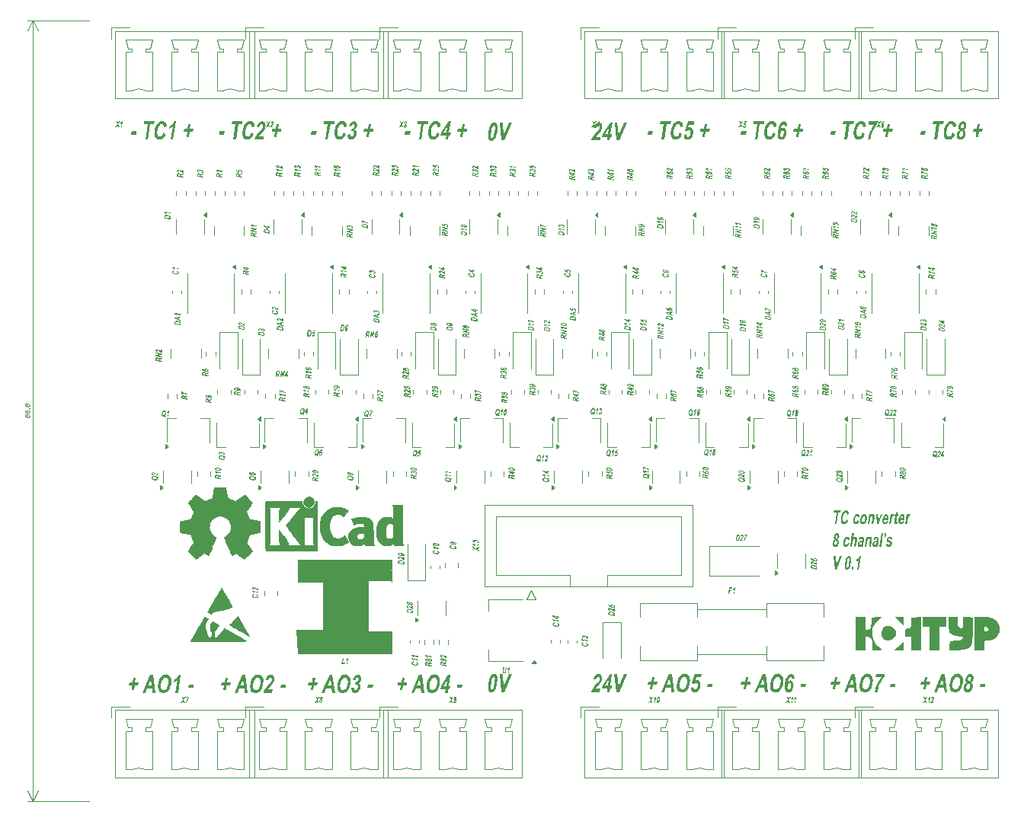
<source format=gbr>
%TF.GenerationSoftware,KiCad,Pcbnew,9.0.0*%
%TF.CreationDate,2025-03-19T14:29:07+05:00*%
%TF.ProjectId,TC_OAMP,54435f4f-414d-4502-9e6b-696361645f70,rev?*%
%TF.SameCoordinates,Original*%
%TF.FileFunction,Legend,Top*%
%TF.FilePolarity,Positive*%
%FSLAX46Y46*%
G04 Gerber Fmt 4.6, Leading zero omitted, Abs format (unit mm)*
G04 Created by KiCad (PCBNEW 9.0.0) date 2025-03-19 14:29:07*
%MOMM*%
%LPD*%
G01*
G04 APERTURE LIST*
%ADD10C,0.100000*%
%ADD11C,0.120000*%
%ADD12C,0.010000*%
%ADD13C,0.000000*%
G04 APERTURE END LIST*
D10*
X92540395Y-107210117D02*
X92516585Y-107254760D01*
X92516585Y-107254760D02*
X92492776Y-107275593D01*
X92492776Y-107275593D02*
X92445157Y-107293451D01*
X92445157Y-107293451D02*
X92421347Y-107290474D01*
X92421347Y-107290474D02*
X92373728Y-107260712D01*
X92373728Y-107260712D02*
X92349919Y-107233927D01*
X92349919Y-107233927D02*
X92326109Y-107183332D01*
X92326109Y-107183332D02*
X92326109Y-107088093D01*
X92326109Y-107088093D02*
X92349919Y-107043451D01*
X92349919Y-107043451D02*
X92373728Y-107022617D01*
X92373728Y-107022617D02*
X92421347Y-107004760D01*
X92421347Y-107004760D02*
X92445157Y-107007736D01*
X92445157Y-107007736D02*
X92492776Y-107037498D01*
X92492776Y-107037498D02*
X92516585Y-107064284D01*
X92516585Y-107064284D02*
X92540395Y-107114879D01*
X92540395Y-107114879D02*
X92540395Y-107210117D01*
X92540395Y-107210117D02*
X92564204Y-107260712D01*
X92564204Y-107260712D02*
X92588014Y-107287498D01*
X92588014Y-107287498D02*
X92635633Y-107317260D01*
X92635633Y-107317260D02*
X92730871Y-107329165D01*
X92730871Y-107329165D02*
X92778490Y-107311308D01*
X92778490Y-107311308D02*
X92802300Y-107290474D01*
X92802300Y-107290474D02*
X92826109Y-107245832D01*
X92826109Y-107245832D02*
X92826109Y-107150593D01*
X92826109Y-107150593D02*
X92802300Y-107099998D01*
X92802300Y-107099998D02*
X92778490Y-107073212D01*
X92778490Y-107073212D02*
X92730871Y-107043451D01*
X92730871Y-107043451D02*
X92635633Y-107031546D01*
X92635633Y-107031546D02*
X92588014Y-107049403D01*
X92588014Y-107049403D02*
X92564204Y-107070236D01*
X92564204Y-107070236D02*
X92540395Y-107114879D01*
X92326109Y-106564284D02*
X92326109Y-106659522D01*
X92326109Y-106659522D02*
X92349919Y-106710118D01*
X92349919Y-106710118D02*
X92373728Y-106736903D01*
X92373728Y-106736903D02*
X92445157Y-106793451D01*
X92445157Y-106793451D02*
X92540395Y-106829165D01*
X92540395Y-106829165D02*
X92730871Y-106852975D01*
X92730871Y-106852975D02*
X92778490Y-106835118D01*
X92778490Y-106835118D02*
X92802300Y-106814284D01*
X92802300Y-106814284D02*
X92826109Y-106769642D01*
X92826109Y-106769642D02*
X92826109Y-106674403D01*
X92826109Y-106674403D02*
X92802300Y-106623808D01*
X92802300Y-106623808D02*
X92778490Y-106597022D01*
X92778490Y-106597022D02*
X92730871Y-106567261D01*
X92730871Y-106567261D02*
X92611823Y-106552380D01*
X92611823Y-106552380D02*
X92564204Y-106570237D01*
X92564204Y-106570237D02*
X92540395Y-106591070D01*
X92540395Y-106591070D02*
X92516585Y-106635713D01*
X92516585Y-106635713D02*
X92516585Y-106730951D01*
X92516585Y-106730951D02*
X92540395Y-106781546D01*
X92540395Y-106781546D02*
X92564204Y-106808332D01*
X92564204Y-106808332D02*
X92611823Y-106838094D01*
X92778490Y-106358928D02*
X92802300Y-106338094D01*
X92802300Y-106338094D02*
X92826109Y-106364880D01*
X92826109Y-106364880D02*
X92802300Y-106385713D01*
X92802300Y-106385713D02*
X92778490Y-106358928D01*
X92778490Y-106358928D02*
X92826109Y-106364880D01*
X92540395Y-106019642D02*
X92516585Y-106064285D01*
X92516585Y-106064285D02*
X92492776Y-106085118D01*
X92492776Y-106085118D02*
X92445157Y-106102976D01*
X92445157Y-106102976D02*
X92421347Y-106099999D01*
X92421347Y-106099999D02*
X92373728Y-106070237D01*
X92373728Y-106070237D02*
X92349919Y-106043452D01*
X92349919Y-106043452D02*
X92326109Y-105992857D01*
X92326109Y-105992857D02*
X92326109Y-105897618D01*
X92326109Y-105897618D02*
X92349919Y-105852976D01*
X92349919Y-105852976D02*
X92373728Y-105832142D01*
X92373728Y-105832142D02*
X92421347Y-105814285D01*
X92421347Y-105814285D02*
X92445157Y-105817261D01*
X92445157Y-105817261D02*
X92492776Y-105847023D01*
X92492776Y-105847023D02*
X92516585Y-105873809D01*
X92516585Y-105873809D02*
X92540395Y-105924404D01*
X92540395Y-105924404D02*
X92540395Y-106019642D01*
X92540395Y-106019642D02*
X92564204Y-106070237D01*
X92564204Y-106070237D02*
X92588014Y-106097023D01*
X92588014Y-106097023D02*
X92635633Y-106126785D01*
X92635633Y-106126785D02*
X92730871Y-106138690D01*
X92730871Y-106138690D02*
X92778490Y-106120833D01*
X92778490Y-106120833D02*
X92802300Y-106099999D01*
X92802300Y-106099999D02*
X92826109Y-106055357D01*
X92826109Y-106055357D02*
X92826109Y-105960118D01*
X92826109Y-105960118D02*
X92802300Y-105909523D01*
X92802300Y-105909523D02*
X92778490Y-105882737D01*
X92778490Y-105882737D02*
X92730871Y-105852976D01*
X92730871Y-105852976D02*
X92635633Y-105841071D01*
X92635633Y-105841071D02*
X92588014Y-105858928D01*
X92588014Y-105858928D02*
X92564204Y-105879761D01*
X92564204Y-105879761D02*
X92540395Y-105924404D01*
X99500000Y-150000000D02*
X92613580Y-150000000D01*
X92613580Y-63200000D02*
X99500000Y-63200000D01*
X93200000Y-150000000D02*
X93200000Y-63200000D01*
X93200000Y-150000000D02*
X93200000Y-63200000D01*
X93200000Y-150000000D02*
X92613579Y-148873496D01*
X93200000Y-150000000D02*
X93786421Y-148873496D01*
X93200000Y-63200000D02*
X93786421Y-64326504D01*
X93200000Y-63200000D02*
X92613579Y-64326504D01*
X93200000Y-150000000D02*
X93200000Y-63200000D01*
X93200000Y-150000000D02*
X93200000Y-63200000D01*
X93200000Y-150000000D02*
X92613579Y-148873496D01*
X93200000Y-150000000D02*
X93786421Y-148873496D01*
X93200000Y-63200000D02*
X93786421Y-64326504D01*
X93200000Y-63200000D02*
X92613579Y-64326504D01*
X133000000Y-125500000D02*
X130500000Y-125500000D01*
X130500000Y-131175000D01*
X133057500Y-131175000D01*
X133057500Y-133580000D01*
X122697500Y-133580000D01*
X122500000Y-131000000D01*
X125500000Y-131000000D01*
X125500000Y-125625000D01*
X122697500Y-125625000D01*
X122697500Y-123220000D01*
X133057500Y-123220000D01*
X133000000Y-125500000D01*
G36*
X133000000Y-125500000D02*
G01*
X130500000Y-125500000D01*
X130500000Y-131175000D01*
X133057500Y-131175000D01*
X133057500Y-133580000D01*
X122697500Y-133580000D01*
X122500000Y-131000000D01*
X125500000Y-131000000D01*
X125500000Y-125625000D01*
X122697500Y-125625000D01*
X122697500Y-123220000D01*
X133057500Y-123220000D01*
X133000000Y-125500000D01*
G37*
G36*
X144571539Y-135880726D02*
G01*
X144641784Y-135907002D01*
X144700045Y-135948557D01*
X144748365Y-136005432D01*
X144787861Y-136079319D01*
X144818103Y-136173181D01*
X144837845Y-136294483D01*
X144844585Y-136450011D01*
X144834732Y-136647588D01*
X144803797Y-136895945D01*
X144759551Y-137133810D01*
X144709223Y-137328921D01*
X144654017Y-137487216D01*
X144594781Y-137614011D01*
X144531955Y-137713914D01*
X144451416Y-137804592D01*
X144364846Y-137867930D01*
X144270784Y-137906054D01*
X144167148Y-137919078D01*
X144082671Y-137909257D01*
X144011505Y-137881464D01*
X143951130Y-137836952D01*
X143899753Y-137775232D01*
X143856471Y-137694131D01*
X143829543Y-137609145D01*
X143812088Y-137494967D01*
X143808159Y-137379668D01*
X144094883Y-137379668D01*
X144103072Y-137467114D01*
X144116546Y-137522331D01*
X144133259Y-137555034D01*
X144170094Y-137587453D01*
X144217157Y-137598632D01*
X144266501Y-137587878D01*
X144315251Y-137554302D01*
X144357601Y-137497586D01*
X144402262Y-137395300D01*
X144449707Y-137220999D01*
X144509149Y-136895945D01*
X144551792Y-136569878D01*
X144558517Y-136412222D01*
X144550408Y-136324680D01*
X144536997Y-136269178D01*
X144520323Y-136236123D01*
X144483519Y-136203140D01*
X144436517Y-136191793D01*
X144387173Y-136202547D01*
X144338423Y-136236123D01*
X144296073Y-136292839D01*
X144251412Y-136395125D01*
X144203770Y-136570616D01*
X144144250Y-136895945D01*
X144101656Y-137221911D01*
X144094883Y-137379668D01*
X143808159Y-137379668D01*
X143806932Y-137343653D01*
X143818028Y-137146024D01*
X143850243Y-136891793D01*
X143894299Y-136655199D01*
X143944487Y-136460910D01*
X143999614Y-136303074D01*
X144058836Y-136176453D01*
X144121719Y-136076510D01*
X144202258Y-135985833D01*
X144288828Y-135922495D01*
X144382890Y-135884370D01*
X144486526Y-135871346D01*
X144571539Y-135880726D01*
G37*
G36*
X145300679Y-137880000D02*
G01*
X145088737Y-135871346D01*
X145410497Y-135871346D01*
X145550723Y-137356343D01*
X146142126Y-135871346D01*
X146456833Y-135871346D01*
X145617401Y-137880000D01*
X145300679Y-137880000D01*
G37*
G36*
X161518203Y-75908527D02*
G01*
X161577920Y-75525554D01*
X162131130Y-75525554D01*
X162071413Y-75908527D01*
X161518203Y-75908527D01*
G37*
G36*
X163082395Y-76440000D02*
G01*
X163343155Y-74767424D01*
X162907090Y-74767424D01*
X162959571Y-74431346D01*
X164127266Y-74431346D01*
X164074784Y-74767424D01*
X163639726Y-74767424D01*
X163378967Y-76440000D01*
X163082395Y-76440000D01*
G37*
G36*
X165089796Y-75697501D02*
G01*
X165357975Y-75822554D01*
X165292093Y-75983694D01*
X165220693Y-76116755D01*
X165143982Y-76225132D01*
X165061769Y-76311528D01*
X164969951Y-76380678D01*
X164871002Y-76430382D01*
X164763683Y-76460815D01*
X164646495Y-76471263D01*
X164529906Y-76459217D01*
X164430316Y-76425052D01*
X164344790Y-76370508D01*
X164271077Y-76295612D01*
X164207774Y-76198688D01*
X164160801Y-76089492D01*
X164128850Y-75964008D01*
X164112595Y-75818929D01*
X164113876Y-75650239D01*
X164135601Y-75453381D01*
X164175158Y-75253233D01*
X164226480Y-75078143D01*
X164288839Y-74925232D01*
X164361973Y-74792083D01*
X164446094Y-74676810D01*
X164543438Y-74576077D01*
X164645250Y-74499151D01*
X164752382Y-74444459D01*
X164865973Y-74411342D01*
X164987397Y-74400083D01*
X165096361Y-74409983D01*
X165188866Y-74437894D01*
X165267573Y-74481975D01*
X165334639Y-74541588D01*
X165391589Y-74617337D01*
X165435186Y-74708846D01*
X165466826Y-74829306D01*
X165484371Y-74986266D01*
X165176075Y-75080055D01*
X165166787Y-74980075D01*
X165143060Y-74899547D01*
X165105550Y-74834225D01*
X165055979Y-74785286D01*
X164994799Y-74754847D01*
X164918704Y-74743977D01*
X164839589Y-74753924D01*
X164765730Y-74783380D01*
X164695747Y-74832866D01*
X164628635Y-74904323D01*
X164574297Y-74988176D01*
X164525189Y-75098783D01*
X164481973Y-75241648D01*
X164446003Y-75423339D01*
X164422939Y-75624828D01*
X164421320Y-75775160D01*
X164435504Y-75885624D01*
X164461665Y-75965802D01*
X164504167Y-76036060D01*
X164556125Y-76085663D01*
X164619375Y-76116430D01*
X164697054Y-76127369D01*
X164773327Y-76116054D01*
X164845980Y-76082061D01*
X164916598Y-76023688D01*
X164977325Y-75946905D01*
X165035158Y-75840345D01*
X165089796Y-75697501D01*
G37*
G36*
X165570191Y-75932463D02*
G01*
X165856963Y-75892896D01*
X165858025Y-75977480D01*
X165871473Y-76044659D01*
X165895981Y-76098548D01*
X165930857Y-76140594D01*
X165971755Y-76165596D01*
X166020636Y-76174263D01*
X166076504Y-76163752D01*
X166130920Y-76131467D01*
X166185500Y-76074002D01*
X166229212Y-76001094D01*
X166265714Y-75902377D01*
X166293852Y-75771507D01*
X166305404Y-75645050D01*
X166298430Y-75553519D01*
X166277549Y-75487452D01*
X166241903Y-75435455D01*
X166195414Y-75403958D01*
X166134484Y-75392686D01*
X166057522Y-75407696D01*
X165978136Y-75454973D01*
X165893783Y-75541186D01*
X165672315Y-75495390D01*
X165978962Y-74454794D01*
X166723689Y-74454794D01*
X166667636Y-74814319D01*
X166136407Y-74814319D01*
X166039779Y-75151374D01*
X166144366Y-75103145D01*
X166242103Y-75087871D01*
X166332874Y-75100338D01*
X166409395Y-75135865D01*
X166474664Y-75193717D01*
X166530524Y-75275938D01*
X166570359Y-75372196D01*
X166593531Y-75482954D01*
X166599194Y-75612019D01*
X166584746Y-75764057D01*
X166548178Y-75924238D01*
X166490300Y-76072444D01*
X166409715Y-76210778D01*
X166330583Y-76309813D01*
X166247960Y-76384372D01*
X166161113Y-76436812D01*
X166068929Y-76468368D01*
X165969986Y-76479078D01*
X165868474Y-76468543D01*
X165785357Y-76439203D01*
X165717204Y-76393216D01*
X165661416Y-76330945D01*
X165617399Y-76252992D01*
X165587299Y-76162597D01*
X165571101Y-76056980D01*
X165570191Y-75932463D01*
G37*
G36*
X167664696Y-76150816D02*
G01*
X167745113Y-75634975D01*
X167360247Y-75634975D01*
X167415110Y-75283265D01*
X167799976Y-75283265D01*
X167880393Y-74767424D01*
X168137031Y-74767424D01*
X168056614Y-75283265D01*
X168442396Y-75283265D01*
X168387533Y-75634975D01*
X168001751Y-75634975D01*
X167921334Y-76150816D01*
X167664696Y-76150816D01*
G37*
G36*
X104175108Y-137670816D02*
G01*
X104255525Y-137154975D01*
X103870659Y-137154975D01*
X103925522Y-136803265D01*
X104310388Y-136803265D01*
X104390805Y-136287424D01*
X104647443Y-136287424D01*
X104567026Y-136803265D01*
X104952807Y-136803265D01*
X104897944Y-137154975D01*
X104512163Y-137154975D01*
X104431746Y-137670816D01*
X104175108Y-137670816D01*
G37*
G36*
X106863580Y-137960000D02*
G01*
X106540813Y-137960000D01*
X106483203Y-137506685D01*
X105896012Y-137506685D01*
X105703946Y-137960000D01*
X105389239Y-137960000D01*
X105737238Y-137170607D01*
X106039535Y-137170607D01*
X106440430Y-137170607D01*
X106354975Y-136420293D01*
X106039535Y-137170607D01*
X105737238Y-137170607D01*
X106274741Y-135951346D01*
X106588532Y-135951346D01*
X106863580Y-137960000D01*
G37*
G36*
X108153343Y-135932667D02*
G01*
X108263251Y-135968026D01*
X108355777Y-136023787D01*
X108433741Y-136099305D01*
X108499030Y-136195711D01*
X108547820Y-136306177D01*
X108581125Y-136434085D01*
X108598205Y-136583039D01*
X108597051Y-136757432D01*
X108574501Y-136962267D01*
X108535825Y-137156265D01*
X108484879Y-137327039D01*
X108422290Y-137477240D01*
X108348201Y-137609065D01*
X108262267Y-137724183D01*
X108163863Y-137823477D01*
X108059728Y-137899812D01*
X107948930Y-137954439D01*
X107830240Y-137987713D01*
X107702188Y-137999078D01*
X107569802Y-137986504D01*
X107459056Y-137951245D01*
X107366256Y-137895788D01*
X107288469Y-137820890D01*
X107223716Y-137725526D01*
X107175129Y-137615694D01*
X107141983Y-137489199D01*
X107124930Y-137342622D01*
X107125858Y-137171780D01*
X107129794Y-137135907D01*
X107436838Y-137135907D01*
X107438781Y-137277056D01*
X107457247Y-137389091D01*
X107489788Y-137478230D01*
X107538886Y-137555239D01*
X107597923Y-137609626D01*
X107668837Y-137643273D01*
X107754853Y-137655184D01*
X107840675Y-137644369D01*
X107921470Y-137612229D01*
X107998691Y-137558042D01*
X108073407Y-137479574D01*
X108135080Y-137387148D01*
X108188686Y-137271352D01*
X108233810Y-137128185D01*
X108269320Y-136952742D01*
X108288799Y-136771971D01*
X108287564Y-136630622D01*
X108270140Y-136520531D01*
X108239278Y-136434825D01*
X108192130Y-136361384D01*
X108133611Y-136308805D01*
X108061386Y-136275801D01*
X107971741Y-136263977D01*
X107882669Y-136274822D01*
X107800176Y-136306800D01*
X107722716Y-136360223D01*
X107649157Y-136436901D01*
X107588432Y-136527848D01*
X107535530Y-136642197D01*
X107490881Y-136784004D01*
X107455625Y-136958237D01*
X107436838Y-137135907D01*
X107129794Y-137135907D01*
X107147787Y-136971915D01*
X107187315Y-136770472D01*
X107236868Y-136599945D01*
X107295432Y-136456318D01*
X107377138Y-136310939D01*
X107475134Y-136180690D01*
X107584507Y-136072713D01*
X107693304Y-135999584D01*
X107794709Y-135955993D01*
X107904030Y-135929253D01*
X108022482Y-135920083D01*
X108153343Y-135932667D01*
G37*
G36*
X109344874Y-137960000D02*
G01*
X109063231Y-137960000D01*
X109288179Y-136517257D01*
X109159885Y-136638528D01*
X109023639Y-136736193D01*
X108878492Y-136811081D01*
X108933355Y-136459371D01*
X109009812Y-136420205D01*
X109098696Y-136359383D01*
X109201992Y-136272526D01*
X109296501Y-136172973D01*
X109371669Y-136066088D01*
X109429596Y-135951346D01*
X109658115Y-135951346D01*
X109344874Y-137960000D01*
G37*
G36*
X110485000Y-137428527D02*
G01*
X110544717Y-137045554D01*
X111097927Y-137045554D01*
X111038210Y-137428527D01*
X110485000Y-137428527D01*
G37*
G36*
X192145108Y-137590816D02*
G01*
X192225525Y-137074975D01*
X191840659Y-137074975D01*
X191895522Y-136723265D01*
X192280388Y-136723265D01*
X192360805Y-136207424D01*
X192617443Y-136207424D01*
X192537026Y-136723265D01*
X192922807Y-136723265D01*
X192867944Y-137074975D01*
X192482163Y-137074975D01*
X192401746Y-137590816D01*
X192145108Y-137590816D01*
G37*
G36*
X194833580Y-137880000D02*
G01*
X194510813Y-137880000D01*
X194453203Y-137426685D01*
X193866012Y-137426685D01*
X193673946Y-137880000D01*
X193359239Y-137880000D01*
X193707238Y-137090607D01*
X194009535Y-137090607D01*
X194410430Y-137090607D01*
X194324975Y-136340293D01*
X194009535Y-137090607D01*
X193707238Y-137090607D01*
X194244741Y-135871346D01*
X194558532Y-135871346D01*
X194833580Y-137880000D01*
G37*
G36*
X196123343Y-135852667D02*
G01*
X196233251Y-135888026D01*
X196325777Y-135943787D01*
X196403741Y-136019305D01*
X196469030Y-136115711D01*
X196517820Y-136226177D01*
X196551125Y-136354085D01*
X196568205Y-136503039D01*
X196567051Y-136677432D01*
X196544501Y-136882267D01*
X196505825Y-137076265D01*
X196454879Y-137247039D01*
X196392290Y-137397240D01*
X196318201Y-137529065D01*
X196232267Y-137644183D01*
X196133863Y-137743477D01*
X196029728Y-137819812D01*
X195918930Y-137874439D01*
X195800240Y-137907713D01*
X195672188Y-137919078D01*
X195539802Y-137906504D01*
X195429056Y-137871245D01*
X195336256Y-137815788D01*
X195258469Y-137740890D01*
X195193716Y-137645526D01*
X195145129Y-137535694D01*
X195111983Y-137409199D01*
X195094930Y-137262622D01*
X195095858Y-137091780D01*
X195099794Y-137055907D01*
X195406838Y-137055907D01*
X195408781Y-137197056D01*
X195427247Y-137309091D01*
X195459788Y-137398230D01*
X195508886Y-137475239D01*
X195567923Y-137529626D01*
X195638837Y-137563273D01*
X195724853Y-137575184D01*
X195810675Y-137564369D01*
X195891470Y-137532229D01*
X195968691Y-137478042D01*
X196043407Y-137399574D01*
X196105080Y-137307148D01*
X196158686Y-137191352D01*
X196203810Y-137048185D01*
X196239320Y-136872742D01*
X196258799Y-136691971D01*
X196257564Y-136550622D01*
X196240140Y-136440531D01*
X196209278Y-136354825D01*
X196162130Y-136281384D01*
X196103611Y-136228805D01*
X196031386Y-136195801D01*
X195941741Y-136183977D01*
X195852669Y-136194822D01*
X195770176Y-136226800D01*
X195692716Y-136280223D01*
X195619157Y-136356901D01*
X195558432Y-136447848D01*
X195505530Y-136562197D01*
X195460881Y-136704004D01*
X195425625Y-136878237D01*
X195406838Y-137055907D01*
X195099794Y-137055907D01*
X195117787Y-136891915D01*
X195157315Y-136690472D01*
X195206868Y-136519945D01*
X195265432Y-136376318D01*
X195347138Y-136230939D01*
X195445134Y-136100690D01*
X195554507Y-135992713D01*
X195663304Y-135919584D01*
X195764709Y-135875993D01*
X195874030Y-135849253D01*
X195992482Y-135840083D01*
X196123343Y-135852667D01*
G37*
G36*
X197486932Y-135882171D02*
G01*
X197569535Y-135911749D01*
X197634063Y-135957192D01*
X197683986Y-136017770D01*
X197721751Y-136093966D01*
X197744184Y-136179194D01*
X197751429Y-136276202D01*
X197741871Y-136388531D01*
X197721989Y-136478194D01*
X197691521Y-136560579D01*
X197650006Y-136636803D01*
X197599783Y-136703143D01*
X197541683Y-136758426D01*
X197474792Y-136803011D01*
X197543598Y-136856236D01*
X197594517Y-136921071D01*
X197630222Y-136998405D01*
X197651123Y-137085582D01*
X197657395Y-137183348D01*
X197647624Y-137294794D01*
X197618373Y-137428833D01*
X197575455Y-137547355D01*
X197518792Y-137652488D01*
X197447498Y-137745666D01*
X197365701Y-137821325D01*
X197277343Y-137875105D01*
X197181082Y-137907845D01*
X197075180Y-137919078D01*
X196975234Y-137908998D01*
X196891884Y-137880725D01*
X196822185Y-137836138D01*
X196763862Y-137775586D01*
X196719542Y-137704748D01*
X196688912Y-137625192D01*
X196671320Y-137534976D01*
X196667387Y-137431389D01*
X196672204Y-137381335D01*
X196953359Y-137381335D01*
X196961300Y-137462249D01*
X196982856Y-137524748D01*
X197017851Y-137574172D01*
X197061842Y-137603795D01*
X197117770Y-137614263D01*
X197173470Y-137604899D01*
X197225564Y-137576791D01*
X197275490Y-137528168D01*
X197315993Y-137465335D01*
X197348169Y-137383836D01*
X197371386Y-137279528D01*
X197378687Y-137186009D01*
X197370404Y-137111716D01*
X197348763Y-137051650D01*
X197314570Y-137004344D01*
X197270985Y-136975735D01*
X197214948Y-136965554D01*
X197149403Y-136976743D01*
X197093855Y-137009089D01*
X197045871Y-137063374D01*
X197006576Y-137131871D01*
X196979019Y-137202291D01*
X196962157Y-137275498D01*
X196953359Y-137381335D01*
X196672204Y-137381335D01*
X196678957Y-137311158D01*
X196701837Y-137206248D01*
X196736851Y-137107102D01*
X196784653Y-137012693D01*
X196843313Y-136930588D01*
X196915669Y-136860728D01*
X197003739Y-136803011D01*
X196942761Y-136753597D01*
X196899846Y-136696150D01*
X196871939Y-136629965D01*
X196856373Y-136555567D01*
X196853034Y-136492320D01*
X197116371Y-136492320D01*
X197123572Y-136550684D01*
X197141675Y-136596259D01*
X197170047Y-136630985D01*
X197207931Y-136652781D01*
X197258454Y-136660739D01*
X197310096Y-136653299D01*
X197355770Y-136631630D01*
X197396848Y-136595526D01*
X197430627Y-136547629D01*
X197456071Y-136488241D01*
X197473143Y-136415031D01*
X197478325Y-136343789D01*
X197470953Y-136287231D01*
X197452627Y-136241374D01*
X197424290Y-136206151D01*
X197386735Y-136184160D01*
X197336947Y-136176161D01*
X197284666Y-136183701D01*
X197238610Y-136205626D01*
X197197363Y-136242107D01*
X197163372Y-136290196D01*
X197138382Y-136347682D01*
X197122166Y-136416374D01*
X197116371Y-136492320D01*
X196853034Y-136492320D01*
X196852155Y-136475682D01*
X196859941Y-136388531D01*
X196883939Y-136280873D01*
X196920322Y-136184154D01*
X196969466Y-136096785D01*
X197032499Y-136017770D01*
X197103780Y-135955241D01*
X197184541Y-135909685D01*
X197276462Y-135881284D01*
X197381644Y-135871346D01*
X197486932Y-135882171D01*
G37*
G36*
X198455000Y-137348527D02*
G01*
X198514717Y-136965554D01*
X199067927Y-136965554D01*
X199008210Y-137348527D01*
X198455000Y-137348527D01*
G37*
G36*
X156304421Y-76200474D02*
G01*
X156248367Y-76560000D01*
X155261199Y-76560000D01*
X155298985Y-76429663D01*
X155350560Y-76302541D01*
X155416904Y-76177882D01*
X155495251Y-76062135D01*
X155620870Y-75905818D01*
X155808364Y-75698921D01*
X156013336Y-75473505D01*
X156092846Y-75371880D01*
X156139348Y-75289178D01*
X156170136Y-75211482D01*
X156187551Y-75137529D01*
X156194164Y-75052954D01*
X156186646Y-74989243D01*
X156167584Y-74940669D01*
X156137269Y-74903885D01*
X156095520Y-74880456D01*
X156038441Y-74871793D01*
X155981712Y-74880060D01*
X155931701Y-74904120D01*
X155886857Y-74944211D01*
X155850556Y-74997873D01*
X155817766Y-75075710D01*
X155789313Y-75184424D01*
X155514631Y-75146200D01*
X155560000Y-74989590D01*
X155613531Y-74864353D01*
X155674550Y-74765662D01*
X155743151Y-74689832D01*
X155822342Y-74629602D01*
X155906772Y-74586540D01*
X155997428Y-74560311D01*
X156095502Y-74551346D01*
X156204321Y-74562957D01*
X156290580Y-74594864D01*
X156358822Y-74644275D01*
X156412407Y-74710715D01*
X156453035Y-74793618D01*
X156477119Y-74885322D01*
X156484941Y-74988596D01*
X156474964Y-75106999D01*
X156445655Y-75238115D01*
X156399310Y-75363698D01*
X156336613Y-75483832D01*
X156246719Y-75618932D01*
X156168612Y-75715008D01*
X156022595Y-75873677D01*
X155819355Y-76094228D01*
X155745166Y-76200474D01*
X156304421Y-76200474D01*
G37*
G36*
X157404338Y-75817501D02*
G01*
X157586788Y-75817501D01*
X157534398Y-76153579D01*
X157351948Y-76153579D01*
X157288567Y-76560000D01*
X157015992Y-76560000D01*
X157079373Y-76153579D01*
X156477986Y-76153579D01*
X156530193Y-75818845D01*
X156531078Y-75817501D01*
X156793884Y-75817501D01*
X157131763Y-75817501D01*
X157236543Y-75145589D01*
X156793884Y-75817501D01*
X156531078Y-75817501D01*
X157365229Y-74551346D01*
X157601809Y-74551346D01*
X157404338Y-75817501D01*
G37*
G36*
X158067183Y-76560000D02*
G01*
X157855241Y-74551346D01*
X158177001Y-74551346D01*
X158317226Y-76036343D01*
X158908630Y-74551346D01*
X159223337Y-74551346D01*
X158383905Y-76560000D01*
X158067183Y-76560000D01*
G37*
G36*
X161825108Y-137590816D02*
G01*
X161905525Y-137074975D01*
X161520659Y-137074975D01*
X161575522Y-136723265D01*
X161960388Y-136723265D01*
X162040805Y-136207424D01*
X162297443Y-136207424D01*
X162217026Y-136723265D01*
X162602807Y-136723265D01*
X162547944Y-137074975D01*
X162162163Y-137074975D01*
X162081746Y-137590816D01*
X161825108Y-137590816D01*
G37*
G36*
X164513580Y-137880000D02*
G01*
X164190813Y-137880000D01*
X164133203Y-137426685D01*
X163546012Y-137426685D01*
X163353946Y-137880000D01*
X163039239Y-137880000D01*
X163387238Y-137090607D01*
X163689535Y-137090607D01*
X164090430Y-137090607D01*
X164004975Y-136340293D01*
X163689535Y-137090607D01*
X163387238Y-137090607D01*
X163924741Y-135871346D01*
X164238532Y-135871346D01*
X164513580Y-137880000D01*
G37*
G36*
X165803343Y-135852667D02*
G01*
X165913251Y-135888026D01*
X166005777Y-135943787D01*
X166083741Y-136019305D01*
X166149030Y-136115711D01*
X166197820Y-136226177D01*
X166231125Y-136354085D01*
X166248205Y-136503039D01*
X166247051Y-136677432D01*
X166224501Y-136882267D01*
X166185825Y-137076265D01*
X166134879Y-137247039D01*
X166072290Y-137397240D01*
X165998201Y-137529065D01*
X165912267Y-137644183D01*
X165813863Y-137743477D01*
X165709728Y-137819812D01*
X165598930Y-137874439D01*
X165480240Y-137907713D01*
X165352188Y-137919078D01*
X165219802Y-137906504D01*
X165109056Y-137871245D01*
X165016256Y-137815788D01*
X164938469Y-137740890D01*
X164873716Y-137645526D01*
X164825129Y-137535694D01*
X164791983Y-137409199D01*
X164774930Y-137262622D01*
X164775858Y-137091780D01*
X164779794Y-137055907D01*
X165086838Y-137055907D01*
X165088781Y-137197056D01*
X165107247Y-137309091D01*
X165139788Y-137398230D01*
X165188886Y-137475239D01*
X165247923Y-137529626D01*
X165318837Y-137563273D01*
X165404853Y-137575184D01*
X165490675Y-137564369D01*
X165571470Y-137532229D01*
X165648691Y-137478042D01*
X165723407Y-137399574D01*
X165785080Y-137307148D01*
X165838686Y-137191352D01*
X165883810Y-137048185D01*
X165919320Y-136872742D01*
X165938799Y-136691971D01*
X165937564Y-136550622D01*
X165920140Y-136440531D01*
X165889278Y-136354825D01*
X165842130Y-136281384D01*
X165783611Y-136228805D01*
X165711386Y-136195801D01*
X165621741Y-136183977D01*
X165532669Y-136194822D01*
X165450176Y-136226800D01*
X165372716Y-136280223D01*
X165299157Y-136356901D01*
X165238432Y-136447848D01*
X165185530Y-136562197D01*
X165140881Y-136704004D01*
X165105625Y-136878237D01*
X165086838Y-137055907D01*
X164779794Y-137055907D01*
X164797787Y-136891915D01*
X164837315Y-136690472D01*
X164886868Y-136519945D01*
X164945432Y-136376318D01*
X165027138Y-136230939D01*
X165125134Y-136100690D01*
X165234507Y-135992713D01*
X165343304Y-135919584D01*
X165444709Y-135875993D01*
X165554030Y-135849253D01*
X165672482Y-135840083D01*
X165803343Y-135852667D01*
G37*
G36*
X166357400Y-137372463D02*
G01*
X166644172Y-137332896D01*
X166645234Y-137417480D01*
X166658681Y-137484659D01*
X166683189Y-137538548D01*
X166718065Y-137580594D01*
X166758964Y-137605596D01*
X166807845Y-137614263D01*
X166863713Y-137603752D01*
X166918128Y-137571467D01*
X166972709Y-137514002D01*
X167016420Y-137441094D01*
X167052922Y-137342377D01*
X167081061Y-137211507D01*
X167092613Y-137085050D01*
X167085639Y-136993519D01*
X167064758Y-136927452D01*
X167029112Y-136875455D01*
X166982622Y-136843958D01*
X166921693Y-136832686D01*
X166844731Y-136847696D01*
X166765344Y-136894973D01*
X166680991Y-136981186D01*
X166459524Y-136935390D01*
X166766171Y-135894794D01*
X167510898Y-135894794D01*
X167454844Y-136254319D01*
X166923616Y-136254319D01*
X166826987Y-136591374D01*
X166931575Y-136543145D01*
X167029312Y-136527871D01*
X167120083Y-136540338D01*
X167196603Y-136575865D01*
X167261873Y-136633717D01*
X167317732Y-136715938D01*
X167357568Y-136812196D01*
X167380740Y-136922954D01*
X167386403Y-137052019D01*
X167371954Y-137204057D01*
X167335386Y-137364238D01*
X167277508Y-137512444D01*
X167196924Y-137650778D01*
X167117791Y-137749813D01*
X167035169Y-137824372D01*
X166948321Y-137876812D01*
X166856138Y-137908368D01*
X166757195Y-137919078D01*
X166655683Y-137908543D01*
X166572566Y-137879203D01*
X166504412Y-137833216D01*
X166448625Y-137770945D01*
X166404607Y-137692992D01*
X166374508Y-137602597D01*
X166358309Y-137496980D01*
X166357400Y-137372463D01*
G37*
G36*
X168135000Y-137348527D02*
G01*
X168194717Y-136965554D01*
X168747927Y-136965554D01*
X168688210Y-137348527D01*
X168135000Y-137348527D01*
G37*
G36*
X181838203Y-75908527D02*
G01*
X181897920Y-75525554D01*
X182451130Y-75525554D01*
X182391413Y-75908527D01*
X181838203Y-75908527D01*
G37*
G36*
X183402395Y-76440000D02*
G01*
X183663155Y-74767424D01*
X183227090Y-74767424D01*
X183279571Y-74431346D01*
X184447266Y-74431346D01*
X184394784Y-74767424D01*
X183959726Y-74767424D01*
X183698967Y-76440000D01*
X183402395Y-76440000D01*
G37*
G36*
X185409796Y-75697501D02*
G01*
X185677975Y-75822554D01*
X185612093Y-75983694D01*
X185540693Y-76116755D01*
X185463982Y-76225132D01*
X185381769Y-76311528D01*
X185289951Y-76380678D01*
X185191002Y-76430382D01*
X185083683Y-76460815D01*
X184966495Y-76471263D01*
X184849906Y-76459217D01*
X184750316Y-76425052D01*
X184664790Y-76370508D01*
X184591077Y-76295612D01*
X184527774Y-76198688D01*
X184480801Y-76089492D01*
X184448850Y-75964008D01*
X184432595Y-75818929D01*
X184433876Y-75650239D01*
X184455601Y-75453381D01*
X184495158Y-75253233D01*
X184546480Y-75078143D01*
X184608839Y-74925232D01*
X184681973Y-74792083D01*
X184766094Y-74676810D01*
X184863438Y-74576077D01*
X184965250Y-74499151D01*
X185072382Y-74444459D01*
X185185973Y-74411342D01*
X185307397Y-74400083D01*
X185416361Y-74409983D01*
X185508866Y-74437894D01*
X185587573Y-74481975D01*
X185654639Y-74541588D01*
X185711589Y-74617337D01*
X185755186Y-74708846D01*
X185786826Y-74829306D01*
X185804371Y-74986266D01*
X185496075Y-75080055D01*
X185486787Y-74980075D01*
X185463060Y-74899547D01*
X185425550Y-74834225D01*
X185375979Y-74785286D01*
X185314799Y-74754847D01*
X185238704Y-74743977D01*
X185159589Y-74753924D01*
X185085730Y-74783380D01*
X185015747Y-74832866D01*
X184948635Y-74904323D01*
X184894297Y-74988176D01*
X184845189Y-75098783D01*
X184801973Y-75241648D01*
X184766003Y-75423339D01*
X184742939Y-75624828D01*
X184741320Y-75775160D01*
X184755504Y-75885624D01*
X184781665Y-75965802D01*
X184824167Y-76036060D01*
X184876125Y-76085663D01*
X184939375Y-76116430D01*
X185017054Y-76127369D01*
X185093327Y-76116054D01*
X185165980Y-76082061D01*
X185236598Y-76023688D01*
X185297325Y-75946905D01*
X185355158Y-75840345D01*
X185409796Y-75697501D01*
G37*
G36*
X186060551Y-74814319D02*
G01*
X186116605Y-74454794D01*
X187079868Y-74454794D01*
X187035996Y-74736161D01*
X186944120Y-74848976D01*
X186839797Y-75000263D01*
X186721472Y-75197170D01*
X186613676Y-75402066D01*
X186517907Y-75614766D01*
X186433876Y-75835743D01*
X186360773Y-76064965D01*
X186309181Y-76265264D01*
X186276065Y-76440000D01*
X186004497Y-76440000D01*
X186046252Y-76236291D01*
X186102583Y-76027111D01*
X186174425Y-75811724D01*
X186262875Y-75589424D01*
X186395421Y-75308626D01*
X186541376Y-75050701D01*
X186700956Y-74814319D01*
X186060551Y-74814319D01*
G37*
G36*
X187984696Y-76150816D02*
G01*
X188065113Y-75634975D01*
X187680247Y-75634975D01*
X187735110Y-75283265D01*
X188119976Y-75283265D01*
X188200393Y-74767424D01*
X188457031Y-74767424D01*
X188376614Y-75283265D01*
X188762396Y-75283265D01*
X188707533Y-75634975D01*
X188321751Y-75634975D01*
X188241334Y-76150816D01*
X187984696Y-76150816D01*
G37*
G36*
X172205108Y-137590816D02*
G01*
X172285525Y-137074975D01*
X171900659Y-137074975D01*
X171955522Y-136723265D01*
X172340388Y-136723265D01*
X172420805Y-136207424D01*
X172677443Y-136207424D01*
X172597026Y-136723265D01*
X172982807Y-136723265D01*
X172927944Y-137074975D01*
X172542163Y-137074975D01*
X172461746Y-137590816D01*
X172205108Y-137590816D01*
G37*
G36*
X174893580Y-137880000D02*
G01*
X174570813Y-137880000D01*
X174513203Y-137426685D01*
X173926012Y-137426685D01*
X173733946Y-137880000D01*
X173419239Y-137880000D01*
X173767238Y-137090607D01*
X174069535Y-137090607D01*
X174470430Y-137090607D01*
X174384975Y-136340293D01*
X174069535Y-137090607D01*
X173767238Y-137090607D01*
X174304741Y-135871346D01*
X174618532Y-135871346D01*
X174893580Y-137880000D01*
G37*
G36*
X176183343Y-135852667D02*
G01*
X176293251Y-135888026D01*
X176385777Y-135943787D01*
X176463741Y-136019305D01*
X176529030Y-136115711D01*
X176577820Y-136226177D01*
X176611125Y-136354085D01*
X176628205Y-136503039D01*
X176627051Y-136677432D01*
X176604501Y-136882267D01*
X176565825Y-137076265D01*
X176514879Y-137247039D01*
X176452290Y-137397240D01*
X176378201Y-137529065D01*
X176292267Y-137644183D01*
X176193863Y-137743477D01*
X176089728Y-137819812D01*
X175978930Y-137874439D01*
X175860240Y-137907713D01*
X175732188Y-137919078D01*
X175599802Y-137906504D01*
X175489056Y-137871245D01*
X175396256Y-137815788D01*
X175318469Y-137740890D01*
X175253716Y-137645526D01*
X175205129Y-137535694D01*
X175171983Y-137409199D01*
X175154930Y-137262622D01*
X175155858Y-137091780D01*
X175159794Y-137055907D01*
X175466838Y-137055907D01*
X175468781Y-137197056D01*
X175487247Y-137309091D01*
X175519788Y-137398230D01*
X175568886Y-137475239D01*
X175627923Y-137529626D01*
X175698837Y-137563273D01*
X175784853Y-137575184D01*
X175870675Y-137564369D01*
X175951470Y-137532229D01*
X176028691Y-137478042D01*
X176103407Y-137399574D01*
X176165080Y-137307148D01*
X176218686Y-137191352D01*
X176263810Y-137048185D01*
X176299320Y-136872742D01*
X176318799Y-136691971D01*
X176317564Y-136550622D01*
X176300140Y-136440531D01*
X176269278Y-136354825D01*
X176222130Y-136281384D01*
X176163611Y-136228805D01*
X176091386Y-136195801D01*
X176001741Y-136183977D01*
X175912669Y-136194822D01*
X175830176Y-136226800D01*
X175752716Y-136280223D01*
X175679157Y-136356901D01*
X175618432Y-136447848D01*
X175565530Y-136562197D01*
X175520881Y-136704004D01*
X175485625Y-136878237D01*
X175466838Y-137055907D01*
X175159794Y-137055907D01*
X175177787Y-136891915D01*
X175217315Y-136690472D01*
X175266868Y-136519945D01*
X175325432Y-136376318D01*
X175407138Y-136230939D01*
X175505134Y-136100690D01*
X175614507Y-135992713D01*
X175723304Y-135919584D01*
X175824709Y-135875993D01*
X175934030Y-135849253D01*
X176052482Y-135840083D01*
X176183343Y-135852667D01*
G37*
G36*
X177587778Y-135880400D02*
G01*
X177656606Y-135905789D01*
X177713884Y-135945959D01*
X177761571Y-136000917D01*
X177798388Y-136068515D01*
X177824806Y-136151304D01*
X177840205Y-136252676D01*
X177842813Y-136376929D01*
X177563643Y-136418450D01*
X177564044Y-136341821D01*
X177554877Y-136286570D01*
X177538272Y-136247114D01*
X177513175Y-136217195D01*
X177480461Y-136198546D01*
X177437705Y-136191793D01*
X177381587Y-136203330D01*
X177326060Y-136239216D01*
X177269269Y-136304267D01*
X177224996Y-136387399D01*
X177174987Y-136533287D01*
X177119426Y-136767718D01*
X177189517Y-136691054D01*
X177260160Y-136638881D01*
X177332339Y-136608367D01*
X177407389Y-136598213D01*
X177492619Y-136610116D01*
X177565033Y-136644170D01*
X177627358Y-136699890D01*
X177681246Y-136779441D01*
X177719795Y-136872192D01*
X177742233Y-136978538D01*
X177747810Y-137102063D01*
X177734094Y-137247166D01*
X177702340Y-137395107D01*
X177657009Y-137524206D01*
X177598306Y-137636997D01*
X177525633Y-137735286D01*
X177441245Y-137816500D01*
X177352567Y-137873372D01*
X177258399Y-137907503D01*
X177157162Y-137919078D01*
X177069824Y-137908910D01*
X176995308Y-137879981D01*
X176931212Y-137833397D01*
X176875821Y-137768542D01*
X176828258Y-137683140D01*
X176797130Y-137592600D01*
X176776509Y-137476670D01*
X176769103Y-137337679D01*
X177062823Y-137337679D01*
X177070438Y-137429468D01*
X177092499Y-137498859D01*
X177128989Y-137555425D01*
X177171195Y-137587685D01*
X177221276Y-137598632D01*
X177271030Y-137589867D01*
X177318243Y-137563334D01*
X177364249Y-137516933D01*
X177400743Y-137456916D01*
X177432488Y-137370211D01*
X177458222Y-137249120D01*
X177470451Y-137120720D01*
X177464585Y-137030816D01*
X177445765Y-136968607D01*
X177413014Y-136919221D01*
X177371786Y-136889902D01*
X177319278Y-136879581D01*
X177267544Y-136888656D01*
X177217836Y-136916255D01*
X177168794Y-136964699D01*
X177129159Y-137026803D01*
X177097150Y-137108907D01*
X177073539Y-137215659D01*
X177062823Y-137337679D01*
X176769103Y-137337679D01*
X176768648Y-137329141D01*
X176776903Y-137142810D01*
X176805544Y-136909623D01*
X176848626Y-136680297D01*
X176898496Y-136491410D01*
X176953949Y-136337392D01*
X177014165Y-136213288D01*
X177078760Y-136114856D01*
X177178374Y-136005856D01*
X177281493Y-135930783D01*
X177389597Y-135886312D01*
X177504750Y-135871346D01*
X177587778Y-135880400D01*
G37*
G36*
X178515000Y-137348527D02*
G01*
X178574717Y-136965554D01*
X179127927Y-136965554D01*
X179068210Y-137348527D01*
X178515000Y-137348527D01*
G37*
G36*
X104138203Y-75908527D02*
G01*
X104197920Y-75525554D01*
X104751130Y-75525554D01*
X104691413Y-75908527D01*
X104138203Y-75908527D01*
G37*
G36*
X105702395Y-76440000D02*
G01*
X105963155Y-74767424D01*
X105527090Y-74767424D01*
X105579571Y-74431346D01*
X106747266Y-74431346D01*
X106694784Y-74767424D01*
X106259726Y-74767424D01*
X105998967Y-76440000D01*
X105702395Y-76440000D01*
G37*
G36*
X107709796Y-75697501D02*
G01*
X107977975Y-75822554D01*
X107912093Y-75983694D01*
X107840693Y-76116755D01*
X107763982Y-76225132D01*
X107681769Y-76311528D01*
X107589951Y-76380678D01*
X107491002Y-76430382D01*
X107383683Y-76460815D01*
X107266495Y-76471263D01*
X107149906Y-76459217D01*
X107050316Y-76425052D01*
X106964790Y-76370508D01*
X106891077Y-76295612D01*
X106827774Y-76198688D01*
X106780801Y-76089492D01*
X106748850Y-75964008D01*
X106732595Y-75818929D01*
X106733876Y-75650239D01*
X106755601Y-75453381D01*
X106795158Y-75253233D01*
X106846480Y-75078143D01*
X106908839Y-74925232D01*
X106981973Y-74792083D01*
X107066094Y-74676810D01*
X107163438Y-74576077D01*
X107265250Y-74499151D01*
X107372382Y-74444459D01*
X107485973Y-74411342D01*
X107607397Y-74400083D01*
X107716361Y-74409983D01*
X107808866Y-74437894D01*
X107887573Y-74481975D01*
X107954639Y-74541588D01*
X108011589Y-74617337D01*
X108055186Y-74708846D01*
X108086826Y-74829306D01*
X108104371Y-74986266D01*
X107796075Y-75080055D01*
X107786787Y-74980075D01*
X107763060Y-74899547D01*
X107725550Y-74834225D01*
X107675979Y-74785286D01*
X107614799Y-74754847D01*
X107538704Y-74743977D01*
X107459589Y-74753924D01*
X107385730Y-74783380D01*
X107315747Y-74832866D01*
X107248635Y-74904323D01*
X107194297Y-74988176D01*
X107145189Y-75098783D01*
X107101973Y-75241648D01*
X107066003Y-75423339D01*
X107042939Y-75624828D01*
X107041320Y-75775160D01*
X107055504Y-75885624D01*
X107081665Y-75965802D01*
X107124167Y-76036060D01*
X107176125Y-76085663D01*
X107239375Y-76116430D01*
X107317054Y-76127369D01*
X107393327Y-76116054D01*
X107465980Y-76082061D01*
X107536598Y-76023688D01*
X107597325Y-75946905D01*
X107655158Y-75840345D01*
X107709796Y-75697501D01*
G37*
G36*
X108827665Y-76440000D02*
G01*
X108546023Y-76440000D01*
X108770970Y-74997257D01*
X108642676Y-75118528D01*
X108506430Y-75216193D01*
X108361284Y-75291081D01*
X108416147Y-74939371D01*
X108492603Y-74900205D01*
X108581487Y-74839383D01*
X108684783Y-74752526D01*
X108779292Y-74652973D01*
X108854460Y-74546088D01*
X108912387Y-74431346D01*
X109140907Y-74431346D01*
X108827665Y-76440000D01*
G37*
G36*
X110284696Y-76150816D02*
G01*
X110365113Y-75634975D01*
X109980247Y-75634975D01*
X110035110Y-75283265D01*
X110419976Y-75283265D01*
X110500393Y-74767424D01*
X110757031Y-74767424D01*
X110676614Y-75283265D01*
X111062396Y-75283265D01*
X111007533Y-75634975D01*
X110621751Y-75634975D01*
X110541334Y-76150816D01*
X110284696Y-76150816D01*
G37*
G36*
X113918203Y-75908527D02*
G01*
X113977920Y-75525554D01*
X114531130Y-75525554D01*
X114471413Y-75908527D01*
X113918203Y-75908527D01*
G37*
G36*
X115482395Y-76440000D02*
G01*
X115743155Y-74767424D01*
X115307090Y-74767424D01*
X115359571Y-74431346D01*
X116527266Y-74431346D01*
X116474784Y-74767424D01*
X116039726Y-74767424D01*
X115778967Y-76440000D01*
X115482395Y-76440000D01*
G37*
G36*
X117489796Y-75697501D02*
G01*
X117757975Y-75822554D01*
X117692093Y-75983694D01*
X117620693Y-76116755D01*
X117543982Y-76225132D01*
X117461769Y-76311528D01*
X117369951Y-76380678D01*
X117271002Y-76430382D01*
X117163683Y-76460815D01*
X117046495Y-76471263D01*
X116929906Y-76459217D01*
X116830316Y-76425052D01*
X116744790Y-76370508D01*
X116671077Y-76295612D01*
X116607774Y-76198688D01*
X116560801Y-76089492D01*
X116528850Y-75964008D01*
X116512595Y-75818929D01*
X116513876Y-75650239D01*
X116535601Y-75453381D01*
X116575158Y-75253233D01*
X116626480Y-75078143D01*
X116688839Y-74925232D01*
X116761973Y-74792083D01*
X116846094Y-74676810D01*
X116943438Y-74576077D01*
X117045250Y-74499151D01*
X117152382Y-74444459D01*
X117265973Y-74411342D01*
X117387397Y-74400083D01*
X117496361Y-74409983D01*
X117588866Y-74437894D01*
X117667573Y-74481975D01*
X117734639Y-74541588D01*
X117791589Y-74617337D01*
X117835186Y-74708846D01*
X117866826Y-74829306D01*
X117884371Y-74986266D01*
X117576075Y-75080055D01*
X117566787Y-74980075D01*
X117543060Y-74899547D01*
X117505550Y-74834225D01*
X117455979Y-74785286D01*
X117394799Y-74754847D01*
X117318704Y-74743977D01*
X117239589Y-74753924D01*
X117165730Y-74783380D01*
X117095747Y-74832866D01*
X117028635Y-74904323D01*
X116974297Y-74988176D01*
X116925189Y-75098783D01*
X116881973Y-75241648D01*
X116846003Y-75423339D01*
X116822939Y-75624828D01*
X116821320Y-75775160D01*
X116835504Y-75885624D01*
X116861665Y-75965802D01*
X116904167Y-76036060D01*
X116956125Y-76085663D01*
X117019375Y-76116430D01*
X117097054Y-76127369D01*
X117173327Y-76116054D01*
X117245980Y-76082061D01*
X117316598Y-76023688D01*
X117377325Y-75946905D01*
X117435158Y-75840345D01*
X117489796Y-75697501D01*
G37*
G36*
X118894254Y-76080474D02*
G01*
X118838200Y-76440000D01*
X117851031Y-76440000D01*
X117888817Y-76309663D01*
X117940392Y-76182541D01*
X118006736Y-76057882D01*
X118085083Y-75942135D01*
X118210702Y-75785818D01*
X118398196Y-75578921D01*
X118603169Y-75353505D01*
X118682678Y-75251880D01*
X118729180Y-75169178D01*
X118759968Y-75091482D01*
X118777383Y-75017529D01*
X118783996Y-74932954D01*
X118776478Y-74869243D01*
X118757417Y-74820669D01*
X118727101Y-74783885D01*
X118685352Y-74760456D01*
X118628273Y-74751793D01*
X118571545Y-74760060D01*
X118521533Y-74784120D01*
X118476690Y-74824211D01*
X118440389Y-74877873D01*
X118407599Y-74955710D01*
X118379146Y-75064424D01*
X118104464Y-75026200D01*
X118149832Y-74869590D01*
X118203363Y-74744353D01*
X118264382Y-74645662D01*
X118332984Y-74569832D01*
X118412175Y-74509602D01*
X118496605Y-74466540D01*
X118587261Y-74440311D01*
X118685334Y-74431346D01*
X118794153Y-74442957D01*
X118880412Y-74474864D01*
X118948655Y-74524275D01*
X119002240Y-74590715D01*
X119042868Y-74673618D01*
X119066952Y-74765322D01*
X119074773Y-74868596D01*
X119064796Y-74986999D01*
X119035488Y-75118115D01*
X118989142Y-75243698D01*
X118926446Y-75363832D01*
X118836551Y-75498932D01*
X118758445Y-75595008D01*
X118612428Y-75753677D01*
X118409187Y-75974228D01*
X118334999Y-76080474D01*
X118894254Y-76080474D01*
G37*
G36*
X120064696Y-76150816D02*
G01*
X120145113Y-75634975D01*
X119760247Y-75634975D01*
X119815110Y-75283265D01*
X120199976Y-75283265D01*
X120280393Y-74767424D01*
X120537031Y-74767424D01*
X120456614Y-75283265D01*
X120842396Y-75283265D01*
X120787533Y-75634975D01*
X120401751Y-75634975D01*
X120321334Y-76150816D01*
X120064696Y-76150816D01*
G37*
G36*
X182145108Y-137590816D02*
G01*
X182225525Y-137074975D01*
X181840659Y-137074975D01*
X181895522Y-136723265D01*
X182280388Y-136723265D01*
X182360805Y-136207424D01*
X182617443Y-136207424D01*
X182537026Y-136723265D01*
X182922807Y-136723265D01*
X182867944Y-137074975D01*
X182482163Y-137074975D01*
X182401746Y-137590816D01*
X182145108Y-137590816D01*
G37*
G36*
X184833580Y-137880000D02*
G01*
X184510813Y-137880000D01*
X184453203Y-137426685D01*
X183866012Y-137426685D01*
X183673946Y-137880000D01*
X183359239Y-137880000D01*
X183707238Y-137090607D01*
X184009535Y-137090607D01*
X184410430Y-137090607D01*
X184324975Y-136340293D01*
X184009535Y-137090607D01*
X183707238Y-137090607D01*
X184244741Y-135871346D01*
X184558532Y-135871346D01*
X184833580Y-137880000D01*
G37*
G36*
X186123343Y-135852667D02*
G01*
X186233251Y-135888026D01*
X186325777Y-135943787D01*
X186403741Y-136019305D01*
X186469030Y-136115711D01*
X186517820Y-136226177D01*
X186551125Y-136354085D01*
X186568205Y-136503039D01*
X186567051Y-136677432D01*
X186544501Y-136882267D01*
X186505825Y-137076265D01*
X186454879Y-137247039D01*
X186392290Y-137397240D01*
X186318201Y-137529065D01*
X186232267Y-137644183D01*
X186133863Y-137743477D01*
X186029728Y-137819812D01*
X185918930Y-137874439D01*
X185800240Y-137907713D01*
X185672188Y-137919078D01*
X185539802Y-137906504D01*
X185429056Y-137871245D01*
X185336256Y-137815788D01*
X185258469Y-137740890D01*
X185193716Y-137645526D01*
X185145129Y-137535694D01*
X185111983Y-137409199D01*
X185094930Y-137262622D01*
X185095858Y-137091780D01*
X185099794Y-137055907D01*
X185406838Y-137055907D01*
X185408781Y-137197056D01*
X185427247Y-137309091D01*
X185459788Y-137398230D01*
X185508886Y-137475239D01*
X185567923Y-137529626D01*
X185638837Y-137563273D01*
X185724853Y-137575184D01*
X185810675Y-137564369D01*
X185891470Y-137532229D01*
X185968691Y-137478042D01*
X186043407Y-137399574D01*
X186105080Y-137307148D01*
X186158686Y-137191352D01*
X186203810Y-137048185D01*
X186239320Y-136872742D01*
X186258799Y-136691971D01*
X186257564Y-136550622D01*
X186240140Y-136440531D01*
X186209278Y-136354825D01*
X186162130Y-136281384D01*
X186103611Y-136228805D01*
X186031386Y-136195801D01*
X185941741Y-136183977D01*
X185852669Y-136194822D01*
X185770176Y-136226800D01*
X185692716Y-136280223D01*
X185619157Y-136356901D01*
X185558432Y-136447848D01*
X185505530Y-136562197D01*
X185460881Y-136704004D01*
X185425625Y-136878237D01*
X185406838Y-137055907D01*
X185099794Y-137055907D01*
X185117787Y-136891915D01*
X185157315Y-136690472D01*
X185206868Y-136519945D01*
X185265432Y-136376318D01*
X185347138Y-136230939D01*
X185445134Y-136100690D01*
X185554507Y-135992713D01*
X185663304Y-135919584D01*
X185764709Y-135875993D01*
X185874030Y-135849253D01*
X185992482Y-135840083D01*
X186123343Y-135852667D01*
G37*
G36*
X186847759Y-136254319D02*
G01*
X186903813Y-135894794D01*
X187867076Y-135894794D01*
X187823204Y-136176161D01*
X187731328Y-136288976D01*
X187627005Y-136440263D01*
X187508681Y-136637170D01*
X187400885Y-136842066D01*
X187305116Y-137054766D01*
X187221085Y-137275743D01*
X187147981Y-137504965D01*
X187096389Y-137705264D01*
X187063273Y-137880000D01*
X186791706Y-137880000D01*
X186833460Y-137676291D01*
X186889792Y-137467111D01*
X186961634Y-137251724D01*
X187050084Y-137029424D01*
X187182630Y-136748626D01*
X187328584Y-136490701D01*
X187488164Y-136254319D01*
X186847759Y-136254319D01*
G37*
G36*
X188455000Y-137348527D02*
G01*
X188514717Y-136965554D01*
X189067927Y-136965554D01*
X189008210Y-137348527D01*
X188455000Y-137348527D01*
G37*
G36*
X124148203Y-75908527D02*
G01*
X124207920Y-75525554D01*
X124761130Y-75525554D01*
X124701413Y-75908527D01*
X124148203Y-75908527D01*
G37*
G36*
X125712395Y-76440000D02*
G01*
X125973155Y-74767424D01*
X125537090Y-74767424D01*
X125589571Y-74431346D01*
X126757266Y-74431346D01*
X126704784Y-74767424D01*
X126269726Y-74767424D01*
X126008967Y-76440000D01*
X125712395Y-76440000D01*
G37*
G36*
X127719796Y-75697501D02*
G01*
X127987975Y-75822554D01*
X127922093Y-75983694D01*
X127850693Y-76116755D01*
X127773982Y-76225132D01*
X127691769Y-76311528D01*
X127599951Y-76380678D01*
X127501002Y-76430382D01*
X127393683Y-76460815D01*
X127276495Y-76471263D01*
X127159906Y-76459217D01*
X127060316Y-76425052D01*
X126974790Y-76370508D01*
X126901077Y-76295612D01*
X126837774Y-76198688D01*
X126790801Y-76089492D01*
X126758850Y-75964008D01*
X126742595Y-75818929D01*
X126743876Y-75650239D01*
X126765601Y-75453381D01*
X126805158Y-75253233D01*
X126856480Y-75078143D01*
X126918839Y-74925232D01*
X126991973Y-74792083D01*
X127076094Y-74676810D01*
X127173438Y-74576077D01*
X127275250Y-74499151D01*
X127382382Y-74444459D01*
X127495973Y-74411342D01*
X127617397Y-74400083D01*
X127726361Y-74409983D01*
X127818866Y-74437894D01*
X127897573Y-74481975D01*
X127964639Y-74541588D01*
X128021589Y-74617337D01*
X128065186Y-74708846D01*
X128096826Y-74829306D01*
X128114371Y-74986266D01*
X127806075Y-75080055D01*
X127796787Y-74980075D01*
X127773060Y-74899547D01*
X127735550Y-74834225D01*
X127685979Y-74785286D01*
X127624799Y-74754847D01*
X127548704Y-74743977D01*
X127469589Y-74753924D01*
X127395730Y-74783380D01*
X127325747Y-74832866D01*
X127258635Y-74904323D01*
X127204297Y-74988176D01*
X127155189Y-75098783D01*
X127111973Y-75241648D01*
X127076003Y-75423339D01*
X127052939Y-75624828D01*
X127051320Y-75775160D01*
X127065504Y-75885624D01*
X127091665Y-75965802D01*
X127134167Y-76036060D01*
X127186125Y-76085663D01*
X127249375Y-76116430D01*
X127327054Y-76127369D01*
X127403327Y-76116054D01*
X127475980Y-76082061D01*
X127546598Y-76023688D01*
X127607325Y-75946905D01*
X127665158Y-75840345D01*
X127719796Y-75697501D01*
G37*
G36*
X128191032Y-75900833D02*
G01*
X128471026Y-75853817D01*
X128470838Y-75951257D01*
X128483191Y-76024839D01*
X128505831Y-76080352D01*
X128539513Y-76123548D01*
X128580749Y-76149504D01*
X128631952Y-76158632D01*
X128687566Y-76148968D01*
X128740693Y-76119662D01*
X128792786Y-76068384D01*
X128835518Y-76002865D01*
X128868123Y-75922611D01*
X128890422Y-75824752D01*
X128898100Y-75728875D01*
X128890171Y-75654046D01*
X128869173Y-75594797D01*
X128835739Y-75547723D01*
X128794547Y-75519735D01*
X128743052Y-75509923D01*
X128686338Y-75516318D01*
X128609420Y-75538621D01*
X128688738Y-75228555D01*
X128762788Y-75222276D01*
X128823482Y-75199387D01*
X128873569Y-75161388D01*
X128915333Y-75108503D01*
X128944994Y-75045961D01*
X128963328Y-74971856D01*
X128968093Y-74905841D01*
X128961206Y-74853691D01*
X128944186Y-74811632D01*
X128917946Y-74779390D01*
X128882941Y-74759171D01*
X128836291Y-74751793D01*
X128789928Y-74759130D01*
X128745645Y-74781266D01*
X128702385Y-74819570D01*
X128666024Y-74869380D01*
X128634975Y-74934369D01*
X128609512Y-75017529D01*
X128359102Y-74957934D01*
X128421215Y-74787672D01*
X128486322Y-74665819D01*
X128537531Y-74598791D01*
X128596944Y-74541592D01*
X128665474Y-74493995D01*
X128738402Y-74459296D01*
X128814419Y-74438403D01*
X128894269Y-74431346D01*
X128996393Y-74443990D01*
X129078695Y-74479188D01*
X129145281Y-74534875D01*
X129198900Y-74611842D01*
X129232266Y-74688294D01*
X129251679Y-74768180D01*
X129257802Y-74853211D01*
X129250100Y-74945478D01*
X129227109Y-75042888D01*
X129189648Y-75132606D01*
X129136474Y-75216107D01*
X129065303Y-75294110D01*
X128972945Y-75366552D01*
X129047703Y-75402511D01*
X129105407Y-75457376D01*
X129149075Y-75532149D01*
X129176227Y-75620535D01*
X129185948Y-75722557D01*
X129176369Y-75842704D01*
X129148014Y-75968819D01*
X129103998Y-76084926D01*
X129043498Y-76192646D01*
X128964794Y-76292965D01*
X128875675Y-76375494D01*
X128783312Y-76433083D01*
X128686562Y-76467476D01*
X128583958Y-76479078D01*
X128485253Y-76467969D01*
X128403358Y-76436770D01*
X128335088Y-76387259D01*
X128278135Y-76319221D01*
X128233838Y-76235580D01*
X128204323Y-76139960D01*
X128189579Y-76029584D01*
X128191032Y-75900833D01*
G37*
G36*
X130294696Y-76150816D02*
G01*
X130375113Y-75634975D01*
X129990247Y-75634975D01*
X130045110Y-75283265D01*
X130429976Y-75283265D01*
X130510393Y-74767424D01*
X130767031Y-74767424D01*
X130686614Y-75283265D01*
X131072396Y-75283265D01*
X131017533Y-75634975D01*
X130631751Y-75634975D01*
X130551334Y-76150816D01*
X130294696Y-76150816D01*
G37*
G36*
X191838203Y-75908527D02*
G01*
X191897920Y-75525554D01*
X192451130Y-75525554D01*
X192391413Y-75908527D01*
X191838203Y-75908527D01*
G37*
G36*
X193402395Y-76440000D02*
G01*
X193663155Y-74767424D01*
X193227090Y-74767424D01*
X193279571Y-74431346D01*
X194447266Y-74431346D01*
X194394784Y-74767424D01*
X193959726Y-74767424D01*
X193698967Y-76440000D01*
X193402395Y-76440000D01*
G37*
G36*
X195409796Y-75697501D02*
G01*
X195677975Y-75822554D01*
X195612093Y-75983694D01*
X195540693Y-76116755D01*
X195463982Y-76225132D01*
X195381769Y-76311528D01*
X195289951Y-76380678D01*
X195191002Y-76430382D01*
X195083683Y-76460815D01*
X194966495Y-76471263D01*
X194849906Y-76459217D01*
X194750316Y-76425052D01*
X194664790Y-76370508D01*
X194591077Y-76295612D01*
X194527774Y-76198688D01*
X194480801Y-76089492D01*
X194448850Y-75964008D01*
X194432595Y-75818929D01*
X194433876Y-75650239D01*
X194455601Y-75453381D01*
X194495158Y-75253233D01*
X194546480Y-75078143D01*
X194608839Y-74925232D01*
X194681973Y-74792083D01*
X194766094Y-74676810D01*
X194863438Y-74576077D01*
X194965250Y-74499151D01*
X195072382Y-74444459D01*
X195185973Y-74411342D01*
X195307397Y-74400083D01*
X195416361Y-74409983D01*
X195508866Y-74437894D01*
X195587573Y-74481975D01*
X195654639Y-74541588D01*
X195711589Y-74617337D01*
X195755186Y-74708846D01*
X195786826Y-74829306D01*
X195804371Y-74986266D01*
X195496075Y-75080055D01*
X195486787Y-74980075D01*
X195463060Y-74899547D01*
X195425550Y-74834225D01*
X195375979Y-74785286D01*
X195314799Y-74754847D01*
X195238704Y-74743977D01*
X195159589Y-74753924D01*
X195085730Y-74783380D01*
X195015747Y-74832866D01*
X194948635Y-74904323D01*
X194894297Y-74988176D01*
X194845189Y-75098783D01*
X194801973Y-75241648D01*
X194766003Y-75423339D01*
X194742939Y-75624828D01*
X194741320Y-75775160D01*
X194755504Y-75885624D01*
X194781665Y-75965802D01*
X194824167Y-76036060D01*
X194876125Y-76085663D01*
X194939375Y-76116430D01*
X195017054Y-76127369D01*
X195093327Y-76116054D01*
X195165980Y-76082061D01*
X195236598Y-76023688D01*
X195297325Y-75946905D01*
X195355158Y-75840345D01*
X195409796Y-75697501D01*
G37*
G36*
X196699724Y-74442171D02*
G01*
X196782326Y-74471749D01*
X196846854Y-74517192D01*
X196896777Y-74577770D01*
X196934542Y-74653966D01*
X196956976Y-74739194D01*
X196964220Y-74836202D01*
X196954663Y-74948531D01*
X196934780Y-75038194D01*
X196904312Y-75120579D01*
X196862797Y-75196803D01*
X196812574Y-75263143D01*
X196754475Y-75318426D01*
X196687583Y-75363011D01*
X196756390Y-75416236D01*
X196807308Y-75481071D01*
X196843013Y-75558405D01*
X196863914Y-75645582D01*
X196870186Y-75743348D01*
X196860416Y-75854794D01*
X196831165Y-75988833D01*
X196788246Y-76107355D01*
X196731583Y-76212488D01*
X196660289Y-76305666D01*
X196578492Y-76381325D01*
X196490135Y-76435105D01*
X196393873Y-76467845D01*
X196287971Y-76479078D01*
X196188025Y-76468998D01*
X196104675Y-76440725D01*
X196034976Y-76396138D01*
X195976653Y-76335586D01*
X195932334Y-76264748D01*
X195901703Y-76185192D01*
X195884111Y-76094976D01*
X195880178Y-75991389D01*
X195884995Y-75941335D01*
X196166151Y-75941335D01*
X196174092Y-76022249D01*
X196195648Y-76084748D01*
X196230642Y-76134172D01*
X196274634Y-76163795D01*
X196330561Y-76174263D01*
X196386261Y-76164899D01*
X196438355Y-76136791D01*
X196488281Y-76088168D01*
X196528784Y-76025335D01*
X196560960Y-75943836D01*
X196584177Y-75839528D01*
X196591478Y-75746009D01*
X196583195Y-75671716D01*
X196561554Y-75611650D01*
X196527362Y-75564344D01*
X196483777Y-75535735D01*
X196427739Y-75525554D01*
X196362194Y-75536743D01*
X196306646Y-75569089D01*
X196258662Y-75623374D01*
X196219368Y-75691871D01*
X196191810Y-75762291D01*
X196174948Y-75835498D01*
X196166151Y-75941335D01*
X195884995Y-75941335D01*
X195891748Y-75871158D01*
X195914628Y-75766248D01*
X195949643Y-75667102D01*
X195997445Y-75572693D01*
X196056105Y-75490588D01*
X196128460Y-75420728D01*
X196216530Y-75363011D01*
X196155552Y-75313597D01*
X196112637Y-75256150D01*
X196084731Y-75189965D01*
X196069164Y-75115567D01*
X196065825Y-75052320D01*
X196329162Y-75052320D01*
X196336363Y-75110684D01*
X196354467Y-75156259D01*
X196382838Y-75190985D01*
X196420723Y-75212781D01*
X196471245Y-75220739D01*
X196522887Y-75213299D01*
X196568561Y-75191630D01*
X196609639Y-75155526D01*
X196643419Y-75107629D01*
X196668862Y-75048241D01*
X196685935Y-74975031D01*
X196691116Y-74903789D01*
X196683744Y-74847231D01*
X196665418Y-74801374D01*
X196637082Y-74766151D01*
X196599527Y-74744160D01*
X196549739Y-74736161D01*
X196497457Y-74743701D01*
X196451402Y-74765626D01*
X196410154Y-74802107D01*
X196376163Y-74850196D01*
X196351174Y-74907682D01*
X196334958Y-74976374D01*
X196329162Y-75052320D01*
X196065825Y-75052320D01*
X196064946Y-75035682D01*
X196072732Y-74948531D01*
X196096730Y-74840873D01*
X196133113Y-74744154D01*
X196182257Y-74656785D01*
X196245290Y-74577770D01*
X196316572Y-74515241D01*
X196397332Y-74469685D01*
X196489254Y-74441284D01*
X196594435Y-74431346D01*
X196699724Y-74442171D01*
G37*
G36*
X197984696Y-76150816D02*
G01*
X198065113Y-75634975D01*
X197680247Y-75634975D01*
X197735110Y-75283265D01*
X198119976Y-75283265D01*
X198200393Y-74767424D01*
X198457031Y-74767424D01*
X198376614Y-75283265D01*
X198762396Y-75283265D01*
X198707533Y-75634975D01*
X198321751Y-75634975D01*
X198241334Y-76150816D01*
X197984696Y-76150816D01*
G37*
G36*
X124105108Y-137670816D02*
G01*
X124185525Y-137154975D01*
X123800659Y-137154975D01*
X123855522Y-136803265D01*
X124240388Y-136803265D01*
X124320805Y-136287424D01*
X124577443Y-136287424D01*
X124497026Y-136803265D01*
X124882807Y-136803265D01*
X124827944Y-137154975D01*
X124442163Y-137154975D01*
X124361746Y-137670816D01*
X124105108Y-137670816D01*
G37*
G36*
X126793580Y-137960000D02*
G01*
X126470813Y-137960000D01*
X126413203Y-137506685D01*
X125826012Y-137506685D01*
X125633946Y-137960000D01*
X125319239Y-137960000D01*
X125667238Y-137170607D01*
X125969535Y-137170607D01*
X126370430Y-137170607D01*
X126284975Y-136420293D01*
X125969535Y-137170607D01*
X125667238Y-137170607D01*
X126204741Y-135951346D01*
X126518532Y-135951346D01*
X126793580Y-137960000D01*
G37*
G36*
X128083343Y-135932667D02*
G01*
X128193251Y-135968026D01*
X128285777Y-136023787D01*
X128363741Y-136099305D01*
X128429030Y-136195711D01*
X128477820Y-136306177D01*
X128511125Y-136434085D01*
X128528205Y-136583039D01*
X128527051Y-136757432D01*
X128504501Y-136962267D01*
X128465825Y-137156265D01*
X128414879Y-137327039D01*
X128352290Y-137477240D01*
X128278201Y-137609065D01*
X128192267Y-137724183D01*
X128093863Y-137823477D01*
X127989728Y-137899812D01*
X127878930Y-137954439D01*
X127760240Y-137987713D01*
X127632188Y-137999078D01*
X127499802Y-137986504D01*
X127389056Y-137951245D01*
X127296256Y-137895788D01*
X127218469Y-137820890D01*
X127153716Y-137725526D01*
X127105129Y-137615694D01*
X127071983Y-137489199D01*
X127054930Y-137342622D01*
X127055858Y-137171780D01*
X127059794Y-137135907D01*
X127366838Y-137135907D01*
X127368781Y-137277056D01*
X127387247Y-137389091D01*
X127419788Y-137478230D01*
X127468886Y-137555239D01*
X127527923Y-137609626D01*
X127598837Y-137643273D01*
X127684853Y-137655184D01*
X127770675Y-137644369D01*
X127851470Y-137612229D01*
X127928691Y-137558042D01*
X128003407Y-137479574D01*
X128065080Y-137387148D01*
X128118686Y-137271352D01*
X128163810Y-137128185D01*
X128199320Y-136952742D01*
X128218799Y-136771971D01*
X128217564Y-136630622D01*
X128200140Y-136520531D01*
X128169278Y-136434825D01*
X128122130Y-136361384D01*
X128063611Y-136308805D01*
X127991386Y-136275801D01*
X127901741Y-136263977D01*
X127812669Y-136274822D01*
X127730176Y-136306800D01*
X127652716Y-136360223D01*
X127579157Y-136436901D01*
X127518432Y-136527848D01*
X127465530Y-136642197D01*
X127420881Y-136784004D01*
X127385625Y-136958237D01*
X127366838Y-137135907D01*
X127059794Y-137135907D01*
X127077787Y-136971915D01*
X127117315Y-136770472D01*
X127166868Y-136599945D01*
X127225432Y-136456318D01*
X127307138Y-136310939D01*
X127405134Y-136180690D01*
X127514507Y-136072713D01*
X127623304Y-135999584D01*
X127724709Y-135955993D01*
X127834030Y-135929253D01*
X127952482Y-135920083D01*
X128083343Y-135932667D01*
G37*
G36*
X128628241Y-137420833D02*
G01*
X128908235Y-137373817D01*
X128908047Y-137471257D01*
X128920400Y-137544839D01*
X128943039Y-137600352D01*
X128976721Y-137643548D01*
X129017957Y-137669504D01*
X129069160Y-137678632D01*
X129124775Y-137668968D01*
X129177902Y-137639662D01*
X129229994Y-137588384D01*
X129272727Y-137522865D01*
X129305332Y-137442611D01*
X129327630Y-137344752D01*
X129335309Y-137248875D01*
X129327379Y-137174046D01*
X129306381Y-137114797D01*
X129272948Y-137067723D01*
X129231756Y-137039735D01*
X129180260Y-137029923D01*
X129123546Y-137036318D01*
X129046629Y-137058621D01*
X129125947Y-136748555D01*
X129199997Y-136742276D01*
X129260691Y-136719387D01*
X129310778Y-136681388D01*
X129352541Y-136628503D01*
X129382203Y-136565961D01*
X129400537Y-136491856D01*
X129405302Y-136425841D01*
X129398415Y-136373691D01*
X129381394Y-136331632D01*
X129355154Y-136299390D01*
X129320150Y-136279171D01*
X129273500Y-136271793D01*
X129227137Y-136279130D01*
X129182854Y-136301266D01*
X129139594Y-136339570D01*
X129103233Y-136389380D01*
X129072184Y-136454369D01*
X129046721Y-136537529D01*
X128796311Y-136477934D01*
X128858424Y-136307672D01*
X128923531Y-136185819D01*
X128974740Y-136118791D01*
X129034153Y-136061592D01*
X129102683Y-136013995D01*
X129175610Y-135979296D01*
X129251627Y-135958403D01*
X129331477Y-135951346D01*
X129433602Y-135963990D01*
X129515903Y-135999188D01*
X129582490Y-136054875D01*
X129636109Y-136131842D01*
X129669475Y-136208294D01*
X129688888Y-136288180D01*
X129695010Y-136373211D01*
X129687308Y-136465478D01*
X129664318Y-136562888D01*
X129626857Y-136652606D01*
X129573683Y-136736107D01*
X129502512Y-136814110D01*
X129410154Y-136886552D01*
X129484911Y-136922511D01*
X129542616Y-136977376D01*
X129586284Y-137052149D01*
X129613436Y-137140535D01*
X129623157Y-137242557D01*
X129613578Y-137362704D01*
X129585223Y-137488819D01*
X129541207Y-137604926D01*
X129480706Y-137712646D01*
X129402002Y-137812965D01*
X129312884Y-137895494D01*
X129220520Y-137953083D01*
X129123771Y-137987476D01*
X129021167Y-137999078D01*
X128922461Y-137987969D01*
X128840567Y-137956770D01*
X128772297Y-137907259D01*
X128715344Y-137839221D01*
X128671046Y-137755580D01*
X128641532Y-137659960D01*
X128626788Y-137549584D01*
X128628241Y-137420833D01*
G37*
G36*
X130415000Y-137428527D02*
G01*
X130474717Y-137045554D01*
X131027927Y-137045554D01*
X130968210Y-137428527D01*
X130415000Y-137428527D01*
G37*
G36*
X156294421Y-137520474D02*
G01*
X156238367Y-137880000D01*
X155251199Y-137880000D01*
X155288985Y-137749663D01*
X155340560Y-137622541D01*
X155406904Y-137497882D01*
X155485251Y-137382135D01*
X155610870Y-137225818D01*
X155798364Y-137018921D01*
X156003336Y-136793505D01*
X156082846Y-136691880D01*
X156129348Y-136609178D01*
X156160136Y-136531482D01*
X156177551Y-136457529D01*
X156184164Y-136372954D01*
X156176646Y-136309243D01*
X156157584Y-136260669D01*
X156127269Y-136223885D01*
X156085520Y-136200456D01*
X156028441Y-136191793D01*
X155971712Y-136200060D01*
X155921701Y-136224120D01*
X155876857Y-136264211D01*
X155840556Y-136317873D01*
X155807766Y-136395710D01*
X155779313Y-136504424D01*
X155504631Y-136466200D01*
X155550000Y-136309590D01*
X155603531Y-136184353D01*
X155664550Y-136085662D01*
X155733151Y-136009832D01*
X155812342Y-135949602D01*
X155896772Y-135906540D01*
X155987428Y-135880311D01*
X156085502Y-135871346D01*
X156194321Y-135882957D01*
X156280580Y-135914864D01*
X156348822Y-135964275D01*
X156402407Y-136030715D01*
X156443035Y-136113618D01*
X156467119Y-136205322D01*
X156474941Y-136308596D01*
X156464964Y-136426999D01*
X156435655Y-136558115D01*
X156389310Y-136683698D01*
X156326613Y-136803832D01*
X156236719Y-136938932D01*
X156158612Y-137035008D01*
X156012595Y-137193677D01*
X155809355Y-137414228D01*
X155735166Y-137520474D01*
X156294421Y-137520474D01*
G37*
G36*
X157394338Y-137137501D02*
G01*
X157576788Y-137137501D01*
X157524398Y-137473579D01*
X157341948Y-137473579D01*
X157278567Y-137880000D01*
X157005992Y-137880000D01*
X157069373Y-137473579D01*
X156467986Y-137473579D01*
X156520193Y-137138845D01*
X156521078Y-137137501D01*
X156783884Y-137137501D01*
X157121763Y-137137501D01*
X157226543Y-136465589D01*
X156783884Y-137137501D01*
X156521078Y-137137501D01*
X157355229Y-135871346D01*
X157591809Y-135871346D01*
X157394338Y-137137501D01*
G37*
G36*
X158057183Y-137880000D02*
G01*
X157845241Y-135871346D01*
X158167001Y-135871346D01*
X158307226Y-137356343D01*
X158898630Y-135871346D01*
X159213337Y-135871346D01*
X158373905Y-137880000D01*
X158057183Y-137880000D01*
G37*
G36*
X171898203Y-75908527D02*
G01*
X171957920Y-75525554D01*
X172511130Y-75525554D01*
X172451413Y-75908527D01*
X171898203Y-75908527D01*
G37*
G36*
X173462395Y-76440000D02*
G01*
X173723155Y-74767424D01*
X173287090Y-74767424D01*
X173339571Y-74431346D01*
X174507266Y-74431346D01*
X174454784Y-74767424D01*
X174019726Y-74767424D01*
X173758967Y-76440000D01*
X173462395Y-76440000D01*
G37*
G36*
X175469796Y-75697501D02*
G01*
X175737975Y-75822554D01*
X175672093Y-75983694D01*
X175600693Y-76116755D01*
X175523982Y-76225132D01*
X175441769Y-76311528D01*
X175349951Y-76380678D01*
X175251002Y-76430382D01*
X175143683Y-76460815D01*
X175026495Y-76471263D01*
X174909906Y-76459217D01*
X174810316Y-76425052D01*
X174724790Y-76370508D01*
X174651077Y-76295612D01*
X174587774Y-76198688D01*
X174540801Y-76089492D01*
X174508850Y-75964008D01*
X174492595Y-75818929D01*
X174493876Y-75650239D01*
X174515601Y-75453381D01*
X174555158Y-75253233D01*
X174606480Y-75078143D01*
X174668839Y-74925232D01*
X174741973Y-74792083D01*
X174826094Y-74676810D01*
X174923438Y-74576077D01*
X175025250Y-74499151D01*
X175132382Y-74444459D01*
X175245973Y-74411342D01*
X175367397Y-74400083D01*
X175476361Y-74409983D01*
X175568866Y-74437894D01*
X175647573Y-74481975D01*
X175714639Y-74541588D01*
X175771589Y-74617337D01*
X175815186Y-74708846D01*
X175846826Y-74829306D01*
X175864371Y-74986266D01*
X175556075Y-75080055D01*
X175546787Y-74980075D01*
X175523060Y-74899547D01*
X175485550Y-74834225D01*
X175435979Y-74785286D01*
X175374799Y-74754847D01*
X175298704Y-74743977D01*
X175219589Y-74753924D01*
X175145730Y-74783380D01*
X175075747Y-74832866D01*
X175008635Y-74904323D01*
X174954297Y-74988176D01*
X174905189Y-75098783D01*
X174861973Y-75241648D01*
X174826003Y-75423339D01*
X174802939Y-75624828D01*
X174801320Y-75775160D01*
X174815504Y-75885624D01*
X174841665Y-75965802D01*
X174884167Y-76036060D01*
X174936125Y-76085663D01*
X174999375Y-76116430D01*
X175077054Y-76127369D01*
X175153327Y-76116054D01*
X175225980Y-76082061D01*
X175296598Y-76023688D01*
X175357325Y-75946905D01*
X175415158Y-75840345D01*
X175469796Y-75697501D01*
G37*
G36*
X176800569Y-74440400D02*
G01*
X176869397Y-74465789D01*
X176926675Y-74505959D01*
X176974363Y-74560917D01*
X177011179Y-74628515D01*
X177037598Y-74711304D01*
X177052997Y-74812676D01*
X177055604Y-74936929D01*
X176776434Y-74978450D01*
X176776836Y-74901821D01*
X176767668Y-74846570D01*
X176751064Y-74807114D01*
X176725966Y-74777195D01*
X176693252Y-74758546D01*
X176650497Y-74751793D01*
X176594379Y-74763330D01*
X176538852Y-74799216D01*
X176482061Y-74864267D01*
X176437788Y-74947399D01*
X176387778Y-75093287D01*
X176332218Y-75327718D01*
X176402308Y-75251054D01*
X176472951Y-75198881D01*
X176545131Y-75168367D01*
X176620180Y-75158213D01*
X176705411Y-75170116D01*
X176777824Y-75204170D01*
X176840149Y-75259890D01*
X176894037Y-75339441D01*
X176932586Y-75432192D01*
X176955024Y-75538538D01*
X176960602Y-75662063D01*
X176946885Y-75807166D01*
X176915131Y-75955107D01*
X176869800Y-76084206D01*
X176811097Y-76196997D01*
X176738424Y-76295286D01*
X176654037Y-76376500D01*
X176565359Y-76433372D01*
X176471190Y-76467503D01*
X176369953Y-76479078D01*
X176282615Y-76468910D01*
X176208099Y-76439981D01*
X176144004Y-76393397D01*
X176088612Y-76328542D01*
X176041050Y-76243140D01*
X176009921Y-76152600D01*
X175989300Y-76036670D01*
X175981894Y-75897679D01*
X176275614Y-75897679D01*
X176283229Y-75989468D01*
X176305290Y-76058859D01*
X176341781Y-76115425D01*
X176383986Y-76147685D01*
X176434067Y-76158632D01*
X176483822Y-76149867D01*
X176531035Y-76123334D01*
X176577041Y-76076933D01*
X176613534Y-76016916D01*
X176645280Y-75930211D01*
X176671013Y-75809120D01*
X176683242Y-75680720D01*
X176677376Y-75590816D01*
X176658557Y-75528607D01*
X176625805Y-75479221D01*
X176584577Y-75449902D01*
X176532069Y-75439581D01*
X176480335Y-75448656D01*
X176430627Y-75476255D01*
X176381585Y-75524699D01*
X176341950Y-75586803D01*
X176309942Y-75668907D01*
X176286331Y-75775659D01*
X176275614Y-75897679D01*
X175981894Y-75897679D01*
X175981439Y-75889141D01*
X175989695Y-75702810D01*
X176018335Y-75469623D01*
X176061418Y-75240297D01*
X176111287Y-75051410D01*
X176166740Y-74897392D01*
X176226957Y-74773288D01*
X176291551Y-74674856D01*
X176391166Y-74565856D01*
X176494284Y-74490783D01*
X176602388Y-74446312D01*
X176717541Y-74431346D01*
X176800569Y-74440400D01*
G37*
G36*
X178044696Y-76150816D02*
G01*
X178125113Y-75634975D01*
X177740247Y-75634975D01*
X177795110Y-75283265D01*
X178179976Y-75283265D01*
X178260393Y-74767424D01*
X178517031Y-74767424D01*
X178436614Y-75283265D01*
X178822396Y-75283265D01*
X178767533Y-75634975D01*
X178381751Y-75634975D01*
X178301334Y-76150816D01*
X178044696Y-76150816D01*
G37*
G36*
X144581539Y-74560726D02*
G01*
X144651784Y-74587002D01*
X144710045Y-74628557D01*
X144758365Y-74685432D01*
X144797861Y-74759319D01*
X144828103Y-74853181D01*
X144847845Y-74974483D01*
X144854585Y-75130011D01*
X144844732Y-75327588D01*
X144813797Y-75575945D01*
X144769551Y-75813810D01*
X144719223Y-76008921D01*
X144664017Y-76167216D01*
X144604781Y-76294011D01*
X144541955Y-76393914D01*
X144461416Y-76484592D01*
X144374846Y-76547930D01*
X144280784Y-76586054D01*
X144177148Y-76599078D01*
X144092671Y-76589257D01*
X144021505Y-76561464D01*
X143961130Y-76516952D01*
X143909753Y-76455232D01*
X143866471Y-76374131D01*
X143839543Y-76289145D01*
X143822088Y-76174967D01*
X143818159Y-76059668D01*
X144104883Y-76059668D01*
X144113072Y-76147114D01*
X144126546Y-76202331D01*
X144143259Y-76235034D01*
X144180094Y-76267453D01*
X144227157Y-76278632D01*
X144276501Y-76267878D01*
X144325251Y-76234302D01*
X144367601Y-76177586D01*
X144412262Y-76075300D01*
X144459707Y-75900999D01*
X144519149Y-75575945D01*
X144561792Y-75249878D01*
X144568517Y-75092222D01*
X144560408Y-75004680D01*
X144546997Y-74949178D01*
X144530323Y-74916123D01*
X144493519Y-74883140D01*
X144446517Y-74871793D01*
X144397173Y-74882547D01*
X144348423Y-74916123D01*
X144306073Y-74972839D01*
X144261412Y-75075125D01*
X144213770Y-75250616D01*
X144154250Y-75575945D01*
X144111656Y-75901911D01*
X144104883Y-76059668D01*
X143818159Y-76059668D01*
X143816932Y-76023653D01*
X143828028Y-75826024D01*
X143860243Y-75571793D01*
X143904299Y-75335199D01*
X143954487Y-75140910D01*
X144009614Y-74983074D01*
X144068836Y-74856453D01*
X144131719Y-74756510D01*
X144212258Y-74665833D01*
X144298828Y-74602495D01*
X144392890Y-74564370D01*
X144496526Y-74551346D01*
X144581539Y-74560726D01*
G37*
G36*
X145310679Y-76560000D02*
G01*
X145098737Y-74551346D01*
X145420497Y-74551346D01*
X145560723Y-76036343D01*
X146152126Y-74551346D01*
X146466833Y-74551346D01*
X145627401Y-76560000D01*
X145310679Y-76560000D01*
G37*
G36*
X182320080Y-119205000D02*
G01*
X182493920Y-117950568D01*
X182203210Y-117950568D01*
X182238197Y-117698510D01*
X183016660Y-117698510D01*
X182981673Y-117950568D01*
X182691634Y-117950568D01*
X182517794Y-119205000D01*
X182320080Y-119205000D01*
G37*
G36*
X183658347Y-118648126D02*
G01*
X183837133Y-118741915D01*
X183793212Y-118862771D01*
X183745612Y-118962566D01*
X183694471Y-119043849D01*
X183639663Y-119108646D01*
X183578450Y-119160508D01*
X183512485Y-119197787D01*
X183440939Y-119220611D01*
X183362814Y-119228447D01*
X183285087Y-119219412D01*
X183218694Y-119193789D01*
X183161677Y-119152881D01*
X183112535Y-119096709D01*
X183070333Y-119024016D01*
X183039017Y-118942119D01*
X183017717Y-118848006D01*
X183006880Y-118739197D01*
X183007734Y-118612679D01*
X183022217Y-118465035D01*
X183048589Y-118314924D01*
X183082803Y-118183607D01*
X183124376Y-118068924D01*
X183173132Y-117969062D01*
X183229213Y-117882608D01*
X183294109Y-117807058D01*
X183361983Y-117749363D01*
X183433404Y-117708344D01*
X183509132Y-117683506D01*
X183590081Y-117675062D01*
X183662724Y-117682487D01*
X183724394Y-117703420D01*
X183776865Y-117736481D01*
X183821576Y-117781191D01*
X183859542Y-117838003D01*
X183888607Y-117906634D01*
X183909700Y-117996979D01*
X183921397Y-118114699D01*
X183715867Y-118185041D01*
X183709675Y-118110056D01*
X183693856Y-118049660D01*
X183668850Y-118000669D01*
X183635802Y-117963964D01*
X183595016Y-117941135D01*
X183544286Y-117932983D01*
X183491542Y-117940443D01*
X183442304Y-117962535D01*
X183395648Y-117999649D01*
X183350907Y-118053242D01*
X183314681Y-118116132D01*
X183281943Y-118199087D01*
X183253132Y-118306236D01*
X183229152Y-118442504D01*
X183213776Y-118593621D01*
X183212696Y-118706370D01*
X183222153Y-118789218D01*
X183239593Y-118849351D01*
X183267928Y-118902045D01*
X183302567Y-118939247D01*
X183344733Y-118962323D01*
X183396519Y-118970526D01*
X183447368Y-118962041D01*
X183495803Y-118936546D01*
X183542882Y-118892766D01*
X183583367Y-118835179D01*
X183621922Y-118755259D01*
X183658347Y-118648126D01*
G37*
G36*
X185078925Y-118425376D02*
G01*
X184886461Y-118478133D01*
X184884403Y-118423217D01*
X184875833Y-118381921D01*
X184861671Y-118350913D01*
X184841814Y-118328023D01*
X184815800Y-118313460D01*
X184781742Y-118308140D01*
X184736993Y-118316573D01*
X184696609Y-118341528D01*
X184659316Y-118384160D01*
X184630051Y-118439846D01*
X184604019Y-118521891D01*
X184582318Y-118638234D01*
X184569920Y-118772270D01*
X184572898Y-118861104D01*
X184585982Y-118918136D01*
X184610802Y-118963045D01*
X184644045Y-118990114D01*
X184688564Y-118999836D01*
X184723131Y-118994444D01*
X184754225Y-118978660D01*
X184782658Y-118952300D01*
X184806586Y-118916759D01*
X184830253Y-118863850D01*
X184853489Y-118788810D01*
X185031359Y-118835704D01*
X184999467Y-118931988D01*
X184963534Y-119012573D01*
X184923687Y-119079315D01*
X184879806Y-119133650D01*
X184830750Y-119176767D01*
X184776286Y-119208117D01*
X184715516Y-119227555D01*
X184647348Y-119234309D01*
X184584702Y-119227374D01*
X184532226Y-119207899D01*
X184488156Y-119177177D01*
X184451114Y-119135508D01*
X184420202Y-119082176D01*
X184392782Y-119004802D01*
X184376913Y-118911693D01*
X184373816Y-118798714D01*
X184386069Y-118660857D01*
X184410952Y-118526989D01*
X184444753Y-118413510D01*
X184486975Y-118317590D01*
X184537683Y-118237065D01*
X184597451Y-118170661D01*
X184662000Y-118123686D01*
X184732357Y-118095168D01*
X184809891Y-118085390D01*
X184875775Y-118091630D01*
X184928666Y-118108757D01*
X184970909Y-118134976D01*
X185004431Y-118169379D01*
X185032196Y-118214349D01*
X185054045Y-118270451D01*
X185069869Y-118339843D01*
X185078925Y-118425376D01*
G37*
G36*
X185671377Y-118092612D02*
G01*
X185726309Y-118113062D01*
X185773376Y-118145614D01*
X185813826Y-118190119D01*
X185848473Y-118247415D01*
X185880688Y-118330748D01*
X185899544Y-118424674D01*
X185904752Y-118532123D01*
X185894635Y-118656735D01*
X185871328Y-118777217D01*
X185836901Y-118885260D01*
X185791193Y-118982562D01*
X185733435Y-119070269D01*
X185666887Y-119143208D01*
X185597955Y-119193913D01*
X185525743Y-119224124D01*
X185449075Y-119234309D01*
X185385259Y-119226511D01*
X185326713Y-119203681D01*
X185272426Y-119165982D01*
X185225305Y-119113178D01*
X185190027Y-119047144D01*
X185165570Y-118965764D01*
X185153432Y-118876950D01*
X185152233Y-118771081D01*
X185152381Y-118769489D01*
X185345681Y-118769489D01*
X185351802Y-118851179D01*
X185369391Y-118912274D01*
X185398689Y-118960914D01*
X185435092Y-118989730D01*
X185480949Y-118999836D01*
X185527754Y-118990487D01*
X185572479Y-118962095D01*
X185616381Y-118912274D01*
X185651838Y-118848516D01*
X185680412Y-118765147D01*
X185701439Y-118657743D01*
X185709863Y-118549541D01*
X185703778Y-118468497D01*
X185686296Y-118407516D01*
X185657247Y-118358840D01*
X185620997Y-118329992D01*
X185575165Y-118319863D01*
X185528351Y-118329210D01*
X185483503Y-118357621D01*
X185439366Y-118407516D01*
X185403652Y-118471220D01*
X185375076Y-118553927D01*
X185354248Y-118659849D01*
X185345681Y-118769489D01*
X185152381Y-118769489D01*
X185164043Y-118644279D01*
X185181988Y-118550430D01*
X185210014Y-118457205D01*
X185248979Y-118363827D01*
X185296047Y-118279789D01*
X185348982Y-118211196D01*
X185408286Y-118156831D01*
X185472592Y-118117009D01*
X185538568Y-118093324D01*
X185606978Y-118085390D01*
X185671377Y-118092612D01*
G37*
G36*
X186630111Y-119205000D02*
G01*
X186442288Y-119205000D01*
X186519652Y-118646935D01*
X186538187Y-118484385D01*
X186539375Y-118417866D01*
X186529710Y-118370841D01*
X186511470Y-118336991D01*
X186485620Y-118315805D01*
X186450348Y-118308140D01*
X186403086Y-118318263D01*
X186357109Y-118349356D01*
X186317731Y-118397325D01*
X186288843Y-118458441D01*
X186267420Y-118541548D01*
X186239689Y-118709675D01*
X186171057Y-119205000D01*
X185983295Y-119205000D01*
X186134420Y-118114699D01*
X186308810Y-118114699D01*
X186286645Y-118274526D01*
X186350730Y-118188191D01*
X186414727Y-118130142D01*
X186479598Y-118096517D01*
X186546702Y-118085390D01*
X186606152Y-118094408D01*
X186655512Y-118119920D01*
X186696333Y-118160667D01*
X186721153Y-118208122D01*
X186735436Y-118264453D01*
X186740997Y-118329755D01*
X186737982Y-118404614D01*
X186724389Y-118524569D01*
X186630111Y-119205000D01*
G37*
G36*
X187034577Y-119205000D02*
G01*
X186899694Y-118114699D01*
X187096798Y-118114699D01*
X187153340Y-118671115D01*
X187166346Y-118856953D01*
X187198647Y-118763531D01*
X187231559Y-118671115D01*
X187443623Y-118114699D01*
X187636697Y-118114699D01*
X187203654Y-119205000D01*
X187034577Y-119205000D01*
G37*
G36*
X188106394Y-118092744D02*
G01*
X188159220Y-118113358D01*
X188203276Y-118145873D01*
X188240030Y-118190085D01*
X188270385Y-118246957D01*
X188291229Y-118309918D01*
X188304920Y-118387305D01*
X188310419Y-118482428D01*
X188305993Y-118599176D01*
X188289314Y-118741915D01*
X187818963Y-118741915D01*
X187814047Y-118826292D01*
X187820703Y-118890802D01*
X187836854Y-118940576D01*
X187862390Y-118979666D01*
X187894473Y-119003218D01*
X187935223Y-119011559D01*
X187977282Y-119002452D01*
X188014419Y-118975472D01*
X188046017Y-118930885D01*
X188076029Y-118859152D01*
X188256585Y-118906046D01*
X188213001Y-119006878D01*
X188163780Y-119087532D01*
X188108696Y-119150411D01*
X188046940Y-119196490D01*
X187978642Y-119224612D01*
X187902311Y-119234309D01*
X187827592Y-119225444D01*
X187768041Y-119201032D01*
X187720657Y-119163176D01*
X187683202Y-119112279D01*
X187654405Y-119047005D01*
X187635635Y-118971913D01*
X187625716Y-118885429D01*
X187625567Y-118785094D01*
X187636758Y-118668093D01*
X187655653Y-118566060D01*
X187846624Y-118566060D01*
X188127320Y-118566060D01*
X188132420Y-118482238D01*
X188126465Y-118420096D01*
X188111810Y-118373902D01*
X188088354Y-118337470D01*
X188059491Y-118315758D01*
X188023456Y-118308140D01*
X187984184Y-118315676D01*
X187947444Y-118338319D01*
X187912203Y-118377566D01*
X187883531Y-118427818D01*
X187861607Y-118489863D01*
X187846624Y-118566060D01*
X187655653Y-118566060D01*
X187661648Y-118533688D01*
X187695427Y-118419283D01*
X187737609Y-118322148D01*
X187788250Y-118240179D01*
X187848298Y-118171022D01*
X187910151Y-118123243D01*
X187974639Y-118094913D01*
X188042873Y-118085390D01*
X188106394Y-118092744D01*
G37*
G36*
X188574528Y-119205000D02*
G01*
X188386767Y-119205000D01*
X188537892Y-118114699D01*
X188712281Y-118114699D01*
X188690849Y-118269397D01*
X188750533Y-118171479D01*
X188791721Y-118122576D01*
X188834029Y-118094565D01*
X188878000Y-118085390D01*
X188919613Y-118091480D01*
X188958061Y-118109456D01*
X188994138Y-118139612D01*
X188901264Y-118390389D01*
X188859155Y-118354382D01*
X188819565Y-118343311D01*
X188781982Y-118351729D01*
X188748124Y-118376925D01*
X188719179Y-118419989D01*
X188688224Y-118498283D01*
X188661926Y-118610809D01*
X188621484Y-118866113D01*
X188574528Y-119205000D01*
G37*
G36*
X189415518Y-118114699D02*
G01*
X189383827Y-118343311D01*
X189255539Y-118343311D01*
X189194173Y-118786062D01*
X189176099Y-118942774D01*
X189179316Y-118963121D01*
X189187700Y-118979502D01*
X189200204Y-118990122D01*
X189217498Y-118993974D01*
X189246443Y-118988370D01*
X189296816Y-118966313D01*
X189281673Y-119190986D01*
X189208007Y-119223288D01*
X189127311Y-119234309D01*
X189078749Y-119227355D01*
X189039384Y-119207930D01*
X189007355Y-119176421D01*
X188989070Y-119139695D01*
X188980135Y-119093695D01*
X188978445Y-119026580D01*
X188983095Y-118963523D01*
X189000793Y-118821874D01*
X189067105Y-118343311D01*
X188980887Y-118343311D01*
X189012578Y-118114699D01*
X189098796Y-118114699D01*
X189128044Y-117903674D01*
X189340047Y-117733681D01*
X189287229Y-118114699D01*
X189415518Y-118114699D01*
G37*
G36*
X189894251Y-118092744D02*
G01*
X189947078Y-118113358D01*
X189991133Y-118145873D01*
X190027888Y-118190085D01*
X190058243Y-118246957D01*
X190079087Y-118309918D01*
X190092778Y-118387305D01*
X190098277Y-118482428D01*
X190093850Y-118599176D01*
X190077172Y-118741915D01*
X189606821Y-118741915D01*
X189601905Y-118826292D01*
X189608560Y-118890802D01*
X189624712Y-118940576D01*
X189650248Y-118979666D01*
X189682331Y-119003218D01*
X189723080Y-119011559D01*
X189765139Y-119002452D01*
X189802276Y-118975472D01*
X189833875Y-118930885D01*
X189863886Y-118859152D01*
X190044443Y-118906046D01*
X190000858Y-119006878D01*
X189951638Y-119087532D01*
X189896554Y-119150411D01*
X189834798Y-119196490D01*
X189766500Y-119224612D01*
X189690169Y-119234309D01*
X189615450Y-119225444D01*
X189555899Y-119201032D01*
X189508515Y-119163176D01*
X189471060Y-119112279D01*
X189442262Y-119047005D01*
X189423492Y-118971913D01*
X189413574Y-118885429D01*
X189413424Y-118785094D01*
X189424616Y-118668093D01*
X189443511Y-118566060D01*
X189634481Y-118566060D01*
X189915177Y-118566060D01*
X189920277Y-118482238D01*
X189914322Y-118420096D01*
X189899668Y-118373902D01*
X189876212Y-118337470D01*
X189847348Y-118315758D01*
X189811313Y-118308140D01*
X189772041Y-118315676D01*
X189735301Y-118338319D01*
X189700061Y-118377566D01*
X189671389Y-118427818D01*
X189649464Y-118489863D01*
X189634481Y-118566060D01*
X189443511Y-118566060D01*
X189449506Y-118533688D01*
X189483284Y-118419283D01*
X189525466Y-118322148D01*
X189576107Y-118240179D01*
X189636155Y-118171022D01*
X189698009Y-118123243D01*
X189762496Y-118094913D01*
X189830730Y-118085390D01*
X189894251Y-118092744D01*
G37*
G36*
X190362386Y-119205000D02*
G01*
X190174624Y-119205000D01*
X190325750Y-118114699D01*
X190500139Y-118114699D01*
X190478707Y-118269397D01*
X190538391Y-118171479D01*
X190579579Y-118122576D01*
X190621887Y-118094565D01*
X190665858Y-118085390D01*
X190707471Y-118091480D01*
X190745919Y-118109456D01*
X190781995Y-118139612D01*
X190689122Y-118390389D01*
X190647012Y-118354382D01*
X190607423Y-118343311D01*
X190569840Y-118351729D01*
X190535982Y-118376925D01*
X190507036Y-118419989D01*
X190476081Y-118498283D01*
X190449784Y-118610809D01*
X190409342Y-118866113D01*
X190362386Y-119205000D01*
G37*
G36*
X182653261Y-120226628D02*
G01*
X182708329Y-120248811D01*
X182751348Y-120282894D01*
X182784630Y-120328327D01*
X182809806Y-120385474D01*
X182824762Y-120449396D01*
X182829592Y-120522151D01*
X182823220Y-120606398D01*
X182809965Y-120673645D01*
X182789653Y-120735434D01*
X182761976Y-120792602D01*
X182728494Y-120842357D01*
X182689761Y-120883820D01*
X182645167Y-120917258D01*
X182691038Y-120957177D01*
X182724984Y-121005803D01*
X182748787Y-121063804D01*
X182762721Y-121129187D01*
X182766902Y-121202511D01*
X182760389Y-121286095D01*
X182740888Y-121386625D01*
X182712275Y-121475516D01*
X182674500Y-121554366D01*
X182626971Y-121624249D01*
X182572440Y-121680994D01*
X182513535Y-121721328D01*
X182449360Y-121745883D01*
X182378759Y-121754309D01*
X182312128Y-121746748D01*
X182256562Y-121725543D01*
X182210095Y-121692103D01*
X182171214Y-121646689D01*
X182141667Y-121593561D01*
X182121247Y-121533894D01*
X182109519Y-121466232D01*
X182106897Y-121388541D01*
X182110108Y-121351001D01*
X182297545Y-121351001D01*
X182302839Y-121411687D01*
X182317210Y-121458561D01*
X182340540Y-121495629D01*
X182369867Y-121517846D01*
X182407152Y-121525697D01*
X182444286Y-121518674D01*
X182479015Y-121497593D01*
X182512299Y-121461126D01*
X182539301Y-121414001D01*
X182560752Y-121352877D01*
X182576229Y-121274646D01*
X182581097Y-121204507D01*
X182575575Y-121148787D01*
X182561147Y-121103737D01*
X182538353Y-121068258D01*
X182509296Y-121046801D01*
X182471938Y-121039166D01*
X182428241Y-121047557D01*
X182391209Y-121071816D01*
X182359220Y-121112530D01*
X182333023Y-121163903D01*
X182314652Y-121216718D01*
X182303410Y-121271624D01*
X182297545Y-121351001D01*
X182110108Y-121351001D01*
X182114610Y-121298368D01*
X182129863Y-121219686D01*
X182153207Y-121145326D01*
X182185075Y-121074520D01*
X182224181Y-121012941D01*
X182272418Y-120960546D01*
X182331132Y-120917258D01*
X182290479Y-120880197D01*
X182261870Y-120837113D01*
X182243265Y-120787473D01*
X182232888Y-120731675D01*
X182230662Y-120684240D01*
X182406219Y-120684240D01*
X182411020Y-120728013D01*
X182423089Y-120762194D01*
X182442004Y-120788238D01*
X182467260Y-120804586D01*
X182500942Y-120810554D01*
X182535370Y-120804974D01*
X182565819Y-120788723D01*
X182593204Y-120761645D01*
X182615724Y-120725721D01*
X182632686Y-120681180D01*
X182644068Y-120626273D01*
X182647522Y-120572842D01*
X182642607Y-120530423D01*
X182630390Y-120496031D01*
X182611499Y-120469613D01*
X182586463Y-120453120D01*
X182553271Y-120447121D01*
X182518416Y-120452776D01*
X182487713Y-120469219D01*
X182460214Y-120496580D01*
X182437554Y-120532647D01*
X182420894Y-120575761D01*
X182410083Y-120627281D01*
X182406219Y-120684240D01*
X182230662Y-120684240D01*
X182230076Y-120671761D01*
X182235266Y-120606398D01*
X182251265Y-120525655D01*
X182275520Y-120453116D01*
X182308283Y-120387589D01*
X182350305Y-120328327D01*
X182397826Y-120281430D01*
X182451666Y-120247264D01*
X182512947Y-120225963D01*
X182583068Y-120218510D01*
X182653261Y-120226628D01*
G37*
G36*
X183991556Y-120945376D02*
G01*
X183799092Y-120998133D01*
X183797034Y-120943217D01*
X183788464Y-120901921D01*
X183774302Y-120870913D01*
X183754445Y-120848023D01*
X183728431Y-120833460D01*
X183694373Y-120828140D01*
X183649624Y-120836573D01*
X183609240Y-120861528D01*
X183571946Y-120904160D01*
X183542682Y-120959846D01*
X183516649Y-121041891D01*
X183494949Y-121158234D01*
X183482550Y-121292270D01*
X183485529Y-121381104D01*
X183498613Y-121438136D01*
X183523433Y-121483045D01*
X183556676Y-121510114D01*
X183601195Y-121519836D01*
X183635762Y-121514444D01*
X183666856Y-121498660D01*
X183695289Y-121472300D01*
X183719217Y-121436759D01*
X183742884Y-121383850D01*
X183766120Y-121308810D01*
X183943989Y-121355704D01*
X183912098Y-121451988D01*
X183876165Y-121532573D01*
X183836318Y-121599315D01*
X183792437Y-121653650D01*
X183743381Y-121696767D01*
X183688917Y-121728117D01*
X183628147Y-121747555D01*
X183559979Y-121754309D01*
X183497333Y-121747374D01*
X183444857Y-121727899D01*
X183400787Y-121697177D01*
X183363745Y-121655508D01*
X183332833Y-121602176D01*
X183305413Y-121524802D01*
X183289544Y-121431693D01*
X183286447Y-121318714D01*
X183298700Y-121180857D01*
X183323583Y-121046989D01*
X183357384Y-120933510D01*
X183399606Y-120837590D01*
X183450314Y-120757065D01*
X183510082Y-120690661D01*
X183574630Y-120643686D01*
X183644988Y-120615168D01*
X183722522Y-120605390D01*
X183788405Y-120611630D01*
X183841297Y-120628757D01*
X183883540Y-120654976D01*
X183917062Y-120689379D01*
X183944826Y-120734349D01*
X183966676Y-120790451D01*
X183982500Y-120859843D01*
X183991556Y-120945376D01*
G37*
G36*
X184438337Y-120218510D02*
G01*
X184361828Y-120770163D01*
X184422564Y-120694825D01*
X184482183Y-120644207D01*
X184541551Y-120614997D01*
X184601796Y-120605390D01*
X184663535Y-120615134D01*
X184713599Y-120642485D01*
X184754365Y-120686085D01*
X184778995Y-120737373D01*
X184792705Y-120797467D01*
X184797374Y-120865234D01*
X184793187Y-120944472D01*
X184776919Y-121082763D01*
X184687892Y-121725000D01*
X184500069Y-121725000D01*
X184580120Y-121147335D01*
X184598305Y-120990023D01*
X184599659Y-120929073D01*
X184590587Y-120887234D01*
X184572182Y-120855434D01*
X184545876Y-120835549D01*
X184508129Y-120828140D01*
X184462758Y-120836846D01*
X184419774Y-120863128D01*
X184382432Y-120906183D01*
X184351386Y-120968732D01*
X184328168Y-121048631D01*
X184305408Y-121177193D01*
X184229509Y-121725000D01*
X184041687Y-121725000D01*
X184250514Y-120218510D01*
X184438337Y-120218510D01*
G37*
G36*
X185413974Y-120611840D02*
G01*
X185472015Y-120628299D01*
X185510441Y-120651277D01*
X185544074Y-120686333D01*
X185566900Y-120724977D01*
X185580783Y-120767781D01*
X185586076Y-120816315D01*
X185583992Y-120898001D01*
X185569914Y-121027076D01*
X185521127Y-121365230D01*
X185505055Y-121500489D01*
X185500610Y-121578087D01*
X185503570Y-121647568D01*
X185513982Y-121725000D01*
X185328236Y-121725000D01*
X185321824Y-121641102D01*
X185319748Y-121607763D01*
X185259937Y-121672983D01*
X185201657Y-121717672D01*
X185140896Y-121745238D01*
X185079596Y-121754309D01*
X185024847Y-121747658D01*
X184981330Y-121729350D01*
X184946787Y-121700934D01*
X184919556Y-121662626D01*
X184899128Y-121614998D01*
X184887024Y-121561695D01*
X184883214Y-121501022D01*
X184887937Y-121439447D01*
X185078514Y-121439447D01*
X185083507Y-121473899D01*
X185095411Y-121504906D01*
X185112857Y-121528972D01*
X185135234Y-121543813D01*
X185164105Y-121549145D01*
X185197066Y-121543810D01*
X185231513Y-121527183D01*
X185268152Y-121497670D01*
X185302835Y-121453478D01*
X185326160Y-121401958D01*
X185337588Y-121356137D01*
X185353087Y-121260908D01*
X185361086Y-121203297D01*
X185240675Y-121247535D01*
X185166078Y-121276069D01*
X185131437Y-121298002D01*
X185106231Y-121328299D01*
X185089707Y-121361979D01*
X185080573Y-121399851D01*
X185078514Y-121439447D01*
X184887937Y-121439447D01*
X184888599Y-121430809D01*
X184907963Y-121342959D01*
X184940195Y-121265487D01*
X184983543Y-121201432D01*
X185036121Y-121154296D01*
X185099249Y-121120304D01*
X185194818Y-121086793D01*
X185321149Y-121046279D01*
X185387098Y-121015718D01*
X185391189Y-120986226D01*
X185395356Y-120929554D01*
X185391338Y-120890816D01*
X185381297Y-120864501D01*
X185364629Y-120846695D01*
X185334833Y-120833545D01*
X185285432Y-120828140D01*
X185238395Y-120836481D01*
X185202939Y-120859372D01*
X185173354Y-120899209D01*
X185142367Y-120968824D01*
X184978480Y-120921929D01*
X185017466Y-120820157D01*
X185061430Y-120741649D01*
X185110432Y-120682968D01*
X185166754Y-120641980D01*
X185238570Y-120615198D01*
X185329701Y-120605390D01*
X185413974Y-120611840D01*
G37*
G36*
X186320411Y-121725000D02*
G01*
X186132588Y-121725000D01*
X186209952Y-121166935D01*
X186228488Y-121004385D01*
X186229675Y-120937866D01*
X186220010Y-120890841D01*
X186201770Y-120856991D01*
X186175920Y-120835805D01*
X186140648Y-120828140D01*
X186093386Y-120838263D01*
X186047409Y-120869356D01*
X186008031Y-120917325D01*
X185979143Y-120978441D01*
X185957720Y-121061548D01*
X185929989Y-121229675D01*
X185861357Y-121725000D01*
X185673595Y-121725000D01*
X185824720Y-120634699D01*
X185999110Y-120634699D01*
X185976945Y-120794526D01*
X186041030Y-120708191D01*
X186105027Y-120650142D01*
X186169898Y-120616517D01*
X186237002Y-120605390D01*
X186296452Y-120614408D01*
X186345812Y-120639920D01*
X186386633Y-120680667D01*
X186411453Y-120728122D01*
X186425736Y-120784453D01*
X186431297Y-120849755D01*
X186428282Y-120924614D01*
X186414689Y-121044569D01*
X186320411Y-121725000D01*
G37*
G36*
X187046493Y-120611840D02*
G01*
X187104534Y-120628299D01*
X187142960Y-120651277D01*
X187176593Y-120686333D01*
X187199419Y-120724977D01*
X187213302Y-120767781D01*
X187218595Y-120816315D01*
X187216511Y-120898001D01*
X187202433Y-121027076D01*
X187153646Y-121365230D01*
X187137574Y-121500489D01*
X187133129Y-121578087D01*
X187136089Y-121647568D01*
X187146502Y-121725000D01*
X186960755Y-121725000D01*
X186954344Y-121641102D01*
X186952267Y-121607763D01*
X186892457Y-121672983D01*
X186834176Y-121717672D01*
X186773415Y-121745238D01*
X186712116Y-121754309D01*
X186657366Y-121747658D01*
X186613849Y-121729350D01*
X186579306Y-121700934D01*
X186552076Y-121662626D01*
X186531647Y-121614998D01*
X186519543Y-121561695D01*
X186515733Y-121501022D01*
X186520456Y-121439447D01*
X186711033Y-121439447D01*
X186716026Y-121473899D01*
X186727930Y-121504906D01*
X186745376Y-121528972D01*
X186767753Y-121543813D01*
X186796624Y-121549145D01*
X186829585Y-121543810D01*
X186864032Y-121527183D01*
X186900671Y-121497670D01*
X186935354Y-121453478D01*
X186958679Y-121401958D01*
X186970107Y-121356137D01*
X186985607Y-121260908D01*
X186993606Y-121203297D01*
X186873194Y-121247535D01*
X186798597Y-121276069D01*
X186763956Y-121298002D01*
X186738750Y-121328299D01*
X186722226Y-121361979D01*
X186713093Y-121399851D01*
X186711033Y-121439447D01*
X186520456Y-121439447D01*
X186521118Y-121430809D01*
X186540483Y-121342959D01*
X186572714Y-121265487D01*
X186616062Y-121201432D01*
X186668640Y-121154296D01*
X186731768Y-121120304D01*
X186827337Y-121086793D01*
X186953668Y-121046279D01*
X187019617Y-121015718D01*
X187023709Y-120986226D01*
X187027875Y-120929554D01*
X187023857Y-120890816D01*
X187013817Y-120864501D01*
X186997148Y-120846695D01*
X186967352Y-120833545D01*
X186917951Y-120828140D01*
X186870914Y-120836481D01*
X186835458Y-120859372D01*
X186805873Y-120899209D01*
X186774886Y-120968824D01*
X186610999Y-120921929D01*
X186649985Y-120820157D01*
X186693949Y-120741649D01*
X186742951Y-120682968D01*
X186799274Y-120641980D01*
X186871089Y-120615198D01*
X186962220Y-120605390D01*
X187046493Y-120611840D01*
G37*
G36*
X187307458Y-121725000D02*
G01*
X187516285Y-120218510D01*
X187703986Y-120218510D01*
X187495158Y-121725000D01*
X187307458Y-121725000D01*
G37*
G36*
X187828977Y-120757798D02*
G01*
X187832763Y-120475239D01*
X187868361Y-120218510D01*
X188072854Y-120218510D01*
X188037255Y-120475239D01*
X187967280Y-120757798D01*
X187828977Y-120757798D01*
G37*
G36*
X188005321Y-121414323D02*
G01*
X188198639Y-121379152D01*
X188202719Y-121432869D01*
X188213312Y-121474166D01*
X188229841Y-121505914D01*
X188252200Y-121528478D01*
X188283520Y-121543485D01*
X188326744Y-121549145D01*
X188374668Y-121543853D01*
X188412464Y-121529388D01*
X188442149Y-121507196D01*
X188465563Y-121472722D01*
X188477808Y-121428702D01*
X188478598Y-121397112D01*
X188472069Y-121373107D01*
X188455764Y-121355480D01*
X188414672Y-121334364D01*
X188267698Y-121273660D01*
X188185893Y-121226811D01*
X188146493Y-121191482D01*
X188116718Y-121143117D01*
X188098655Y-121087435D01*
X188091589Y-121022077D01*
X188096667Y-120943545D01*
X188110534Y-120875575D01*
X188132428Y-120813391D01*
X188162844Y-120756025D01*
X188202791Y-120702935D01*
X188247007Y-120662509D01*
X188300401Y-120632041D01*
X188364743Y-120612431D01*
X188442149Y-120605390D01*
X188517844Y-120611334D01*
X188575042Y-120627152D01*
X188617490Y-120650389D01*
X188648351Y-120679487D01*
X188681850Y-120734689D01*
X188704418Y-120806170D01*
X188715579Y-120898482D01*
X188531236Y-120951238D01*
X188522704Y-120889476D01*
X188502660Y-120846824D01*
X188483318Y-120828024D01*
X188455727Y-120815367D01*
X188417114Y-120810554D01*
X188367697Y-120814939D01*
X188331810Y-120826425D01*
X188306350Y-120843069D01*
X188286388Y-120870049D01*
X188276735Y-120902695D01*
X188277347Y-120931827D01*
X188287971Y-120956184D01*
X188324606Y-120983582D01*
X188451919Y-121038982D01*
X188546297Y-121082648D01*
X188607011Y-121126403D01*
X188643344Y-121169042D01*
X188662497Y-121209675D01*
X188674011Y-121257753D01*
X188677666Y-121315437D01*
X188672165Y-121385563D01*
X188657406Y-121456941D01*
X188633493Y-121523499D01*
X188599664Y-121586208D01*
X188554562Y-121645590D01*
X188504960Y-121691217D01*
X188446797Y-121725132D01*
X188378528Y-121746666D01*
X188298290Y-121754309D01*
X188224507Y-121747473D01*
X188165476Y-121728748D01*
X188118530Y-121700170D01*
X188081463Y-121662809D01*
X188050046Y-121613494D01*
X188027053Y-121556652D01*
X188012042Y-121490924D01*
X188005321Y-121414323D01*
G37*
G36*
X182349450Y-124245000D02*
G01*
X182208155Y-122738510D01*
X182422662Y-122738510D01*
X182516146Y-123852257D01*
X182910415Y-122738510D01*
X183120219Y-122738510D01*
X182560598Y-124245000D01*
X182349450Y-124245000D01*
G37*
G36*
X183962868Y-122745544D02*
G01*
X184009698Y-122765251D01*
X184048539Y-122796418D01*
X184080752Y-122839074D01*
X184107083Y-122894489D01*
X184127244Y-122964886D01*
X184140406Y-123055862D01*
X184144899Y-123172508D01*
X184138330Y-123320691D01*
X184117707Y-123506959D01*
X184088209Y-123685357D01*
X184054658Y-123831691D01*
X184017854Y-123950412D01*
X183978363Y-124045508D01*
X183936479Y-124120436D01*
X183882786Y-124188444D01*
X183825073Y-124235947D01*
X183762365Y-124264541D01*
X183693274Y-124274309D01*
X183636956Y-124266943D01*
X183589512Y-124246098D01*
X183549262Y-124212714D01*
X183515011Y-124166424D01*
X183486156Y-124105598D01*
X183468204Y-124041858D01*
X183456567Y-123956225D01*
X183453948Y-123869751D01*
X183645097Y-123869751D01*
X183650557Y-123935335D01*
X183659540Y-123976748D01*
X183670682Y-124001276D01*
X183695238Y-124025589D01*
X183726613Y-124033974D01*
X183759509Y-124025908D01*
X183792009Y-124000726D01*
X183820243Y-123958189D01*
X183850017Y-123881475D01*
X183881647Y-123750749D01*
X183921275Y-123506959D01*
X183949704Y-123262408D01*
X183954187Y-123144166D01*
X183948781Y-123078510D01*
X183939840Y-123036883D01*
X183928724Y-123012092D01*
X183904188Y-122987355D01*
X183872854Y-122978845D01*
X183839958Y-122986910D01*
X183807458Y-123012092D01*
X183779224Y-123054629D01*
X183749450Y-123131344D01*
X183717689Y-123262962D01*
X183678009Y-123506959D01*
X183649613Y-123751433D01*
X183645097Y-123869751D01*
X183453948Y-123869751D01*
X183453130Y-123842740D01*
X183460527Y-123694518D01*
X183482004Y-123503845D01*
X183511375Y-123326399D01*
X183544834Y-123180682D01*
X183581585Y-123062305D01*
X183621066Y-122967340D01*
X183662988Y-122892383D01*
X183716681Y-122824375D01*
X183774394Y-122776871D01*
X183837102Y-122748278D01*
X183906193Y-122738510D01*
X183962868Y-122745544D01*
G37*
G36*
X184197758Y-124245000D02*
G01*
X184237569Y-123957770D01*
X184425270Y-123957770D01*
X184385458Y-124245000D01*
X184197758Y-124245000D01*
G37*
G36*
X185026901Y-124245000D02*
G01*
X184839139Y-124245000D01*
X184989105Y-123162943D01*
X184903575Y-123253896D01*
X184812744Y-123327145D01*
X184715980Y-123383311D01*
X184752555Y-123119528D01*
X184803526Y-123090154D01*
X184862782Y-123044537D01*
X184931646Y-122979394D01*
X184994652Y-122904729D01*
X185044764Y-122824566D01*
X185083382Y-122738510D01*
X185235729Y-122738510D01*
X185026901Y-124245000D01*
G37*
G36*
X134558203Y-75908527D02*
G01*
X134617920Y-75525554D01*
X135171130Y-75525554D01*
X135111413Y-75908527D01*
X134558203Y-75908527D01*
G37*
G36*
X136122395Y-76440000D02*
G01*
X136383155Y-74767424D01*
X135947090Y-74767424D01*
X135999571Y-74431346D01*
X137167266Y-74431346D01*
X137114784Y-74767424D01*
X136679726Y-74767424D01*
X136418967Y-76440000D01*
X136122395Y-76440000D01*
G37*
G36*
X138129796Y-75697501D02*
G01*
X138397975Y-75822554D01*
X138332093Y-75983694D01*
X138260693Y-76116755D01*
X138183982Y-76225132D01*
X138101769Y-76311528D01*
X138009951Y-76380678D01*
X137911002Y-76430382D01*
X137803683Y-76460815D01*
X137686495Y-76471263D01*
X137569906Y-76459217D01*
X137470316Y-76425052D01*
X137384790Y-76370508D01*
X137311077Y-76295612D01*
X137247774Y-76198688D01*
X137200801Y-76089492D01*
X137168850Y-75964008D01*
X137152595Y-75818929D01*
X137153876Y-75650239D01*
X137175601Y-75453381D01*
X137215158Y-75253233D01*
X137266480Y-75078143D01*
X137328839Y-74925232D01*
X137401973Y-74792083D01*
X137486094Y-74676810D01*
X137583438Y-74576077D01*
X137685250Y-74499151D01*
X137792382Y-74444459D01*
X137905973Y-74411342D01*
X138027397Y-74400083D01*
X138136361Y-74409983D01*
X138228866Y-74437894D01*
X138307573Y-74481975D01*
X138374639Y-74541588D01*
X138431589Y-74617337D01*
X138475186Y-74708846D01*
X138506826Y-74829306D01*
X138524371Y-74986266D01*
X138216075Y-75080055D01*
X138206787Y-74980075D01*
X138183060Y-74899547D01*
X138145550Y-74834225D01*
X138095979Y-74785286D01*
X138034799Y-74754847D01*
X137958704Y-74743977D01*
X137879589Y-74753924D01*
X137805730Y-74783380D01*
X137735747Y-74832866D01*
X137668635Y-74904323D01*
X137614297Y-74988176D01*
X137565189Y-75098783D01*
X137521973Y-75241648D01*
X137486003Y-75423339D01*
X137462939Y-75624828D01*
X137461320Y-75775160D01*
X137475504Y-75885624D01*
X137501665Y-75965802D01*
X137544167Y-76036060D01*
X137596125Y-76085663D01*
X137659375Y-76116430D01*
X137737054Y-76127369D01*
X137813327Y-76116054D01*
X137885980Y-76082061D01*
X137956598Y-76023688D01*
X138017325Y-75946905D01*
X138075158Y-75840345D01*
X138129796Y-75697501D01*
G37*
G36*
X139467667Y-75697501D02*
G01*
X139650116Y-75697501D01*
X139597726Y-76033579D01*
X139415277Y-76033579D01*
X139351896Y-76440000D01*
X139079321Y-76440000D01*
X139142702Y-76033579D01*
X138541315Y-76033579D01*
X138593522Y-75698845D01*
X138594407Y-75697501D01*
X138857213Y-75697501D01*
X139195092Y-75697501D01*
X139299872Y-75025589D01*
X138857213Y-75697501D01*
X138594407Y-75697501D01*
X139428558Y-74431346D01*
X139665137Y-74431346D01*
X139467667Y-75697501D01*
G37*
G36*
X140704696Y-76150816D02*
G01*
X140785113Y-75634975D01*
X140400247Y-75634975D01*
X140455110Y-75283265D01*
X140839976Y-75283265D01*
X140920393Y-74767424D01*
X141177031Y-74767424D01*
X141096614Y-75283265D01*
X141482396Y-75283265D01*
X141427533Y-75634975D01*
X141041751Y-75634975D01*
X140961334Y-76150816D01*
X140704696Y-76150816D01*
G37*
G36*
X114415108Y-137670816D02*
G01*
X114495525Y-137154975D01*
X114110659Y-137154975D01*
X114165522Y-136803265D01*
X114550388Y-136803265D01*
X114630805Y-136287424D01*
X114887443Y-136287424D01*
X114807026Y-136803265D01*
X115192807Y-136803265D01*
X115137944Y-137154975D01*
X114752163Y-137154975D01*
X114671746Y-137670816D01*
X114415108Y-137670816D01*
G37*
G36*
X117103580Y-137960000D02*
G01*
X116780813Y-137960000D01*
X116723203Y-137506685D01*
X116136012Y-137506685D01*
X115943946Y-137960000D01*
X115629239Y-137960000D01*
X115977238Y-137170607D01*
X116279535Y-137170607D01*
X116680430Y-137170607D01*
X116594975Y-136420293D01*
X116279535Y-137170607D01*
X115977238Y-137170607D01*
X116514741Y-135951346D01*
X116828532Y-135951346D01*
X117103580Y-137960000D01*
G37*
G36*
X118393343Y-135932667D02*
G01*
X118503251Y-135968026D01*
X118595777Y-136023787D01*
X118673741Y-136099305D01*
X118739030Y-136195711D01*
X118787820Y-136306177D01*
X118821125Y-136434085D01*
X118838205Y-136583039D01*
X118837051Y-136757432D01*
X118814501Y-136962267D01*
X118775825Y-137156265D01*
X118724879Y-137327039D01*
X118662290Y-137477240D01*
X118588201Y-137609065D01*
X118502267Y-137724183D01*
X118403863Y-137823477D01*
X118299728Y-137899812D01*
X118188930Y-137954439D01*
X118070240Y-137987713D01*
X117942188Y-137999078D01*
X117809802Y-137986504D01*
X117699056Y-137951245D01*
X117606256Y-137895788D01*
X117528469Y-137820890D01*
X117463716Y-137725526D01*
X117415129Y-137615694D01*
X117381983Y-137489199D01*
X117364930Y-137342622D01*
X117365858Y-137171780D01*
X117369794Y-137135907D01*
X117676838Y-137135907D01*
X117678781Y-137277056D01*
X117697247Y-137389091D01*
X117729788Y-137478230D01*
X117778886Y-137555239D01*
X117837923Y-137609626D01*
X117908837Y-137643273D01*
X117994853Y-137655184D01*
X118080675Y-137644369D01*
X118161470Y-137612229D01*
X118238691Y-137558042D01*
X118313407Y-137479574D01*
X118375080Y-137387148D01*
X118428686Y-137271352D01*
X118473810Y-137128185D01*
X118509320Y-136952742D01*
X118528799Y-136771971D01*
X118527564Y-136630622D01*
X118510140Y-136520531D01*
X118479278Y-136434825D01*
X118432130Y-136361384D01*
X118373611Y-136308805D01*
X118301386Y-136275801D01*
X118211741Y-136263977D01*
X118122669Y-136274822D01*
X118040176Y-136306800D01*
X117962716Y-136360223D01*
X117889157Y-136436901D01*
X117828432Y-136527848D01*
X117775530Y-136642197D01*
X117730881Y-136784004D01*
X117695625Y-136958237D01*
X117676838Y-137135907D01*
X117369794Y-137135907D01*
X117387787Y-136971915D01*
X117427315Y-136770472D01*
X117476868Y-136599945D01*
X117535432Y-136456318D01*
X117617138Y-136310939D01*
X117715134Y-136180690D01*
X117824507Y-136072713D01*
X117933304Y-135999584D01*
X118034709Y-135955993D01*
X118144030Y-135929253D01*
X118262482Y-135920083D01*
X118393343Y-135932667D01*
G37*
G36*
X119871462Y-137600474D02*
G01*
X119815409Y-137960000D01*
X118828240Y-137960000D01*
X118866026Y-137829663D01*
X118917601Y-137702541D01*
X118983945Y-137577882D01*
X119062292Y-137462135D01*
X119187911Y-137305818D01*
X119375405Y-137098921D01*
X119580377Y-136873505D01*
X119659887Y-136771880D01*
X119706389Y-136689178D01*
X119737177Y-136611482D01*
X119754592Y-136537529D01*
X119761205Y-136452954D01*
X119753687Y-136389243D01*
X119734625Y-136340669D01*
X119704310Y-136303885D01*
X119662561Y-136280456D01*
X119605482Y-136271793D01*
X119548754Y-136280060D01*
X119498742Y-136304120D01*
X119453899Y-136344211D01*
X119417597Y-136397873D01*
X119384808Y-136475710D01*
X119356354Y-136584424D01*
X119081673Y-136546200D01*
X119127041Y-136389590D01*
X119180572Y-136264353D01*
X119241591Y-136165662D01*
X119310192Y-136089832D01*
X119389383Y-136029602D01*
X119473814Y-135986540D01*
X119564469Y-135960311D01*
X119662543Y-135951346D01*
X119771362Y-135962957D01*
X119857621Y-135994864D01*
X119925863Y-136044275D01*
X119979448Y-136110715D01*
X120020076Y-136193618D01*
X120044160Y-136285322D01*
X120051982Y-136388596D01*
X120042005Y-136506999D01*
X120012697Y-136638115D01*
X119966351Y-136763698D01*
X119903655Y-136883832D01*
X119813760Y-137018932D01*
X119735653Y-137115008D01*
X119589637Y-137273677D01*
X119386396Y-137494228D01*
X119312207Y-137600474D01*
X119871462Y-137600474D01*
G37*
G36*
X120725000Y-137428527D02*
G01*
X120784717Y-137045554D01*
X121337927Y-137045554D01*
X121278210Y-137428527D01*
X120725000Y-137428527D01*
G37*
G36*
X134035108Y-137670816D02*
G01*
X134115525Y-137154975D01*
X133730659Y-137154975D01*
X133785522Y-136803265D01*
X134170388Y-136803265D01*
X134250805Y-136287424D01*
X134507443Y-136287424D01*
X134427026Y-136803265D01*
X134812807Y-136803265D01*
X134757944Y-137154975D01*
X134372163Y-137154975D01*
X134291746Y-137670816D01*
X134035108Y-137670816D01*
G37*
G36*
X136723580Y-137960000D02*
G01*
X136400813Y-137960000D01*
X136343203Y-137506685D01*
X135756012Y-137506685D01*
X135563946Y-137960000D01*
X135249239Y-137960000D01*
X135597238Y-137170607D01*
X135899535Y-137170607D01*
X136300430Y-137170607D01*
X136214975Y-136420293D01*
X135899535Y-137170607D01*
X135597238Y-137170607D01*
X136134741Y-135951346D01*
X136448532Y-135951346D01*
X136723580Y-137960000D01*
G37*
G36*
X138013343Y-135932667D02*
G01*
X138123251Y-135968026D01*
X138215777Y-136023787D01*
X138293741Y-136099305D01*
X138359030Y-136195711D01*
X138407820Y-136306177D01*
X138441125Y-136434085D01*
X138458205Y-136583039D01*
X138457051Y-136757432D01*
X138434501Y-136962267D01*
X138395825Y-137156265D01*
X138344879Y-137327039D01*
X138282290Y-137477240D01*
X138208201Y-137609065D01*
X138122267Y-137724183D01*
X138023863Y-137823477D01*
X137919728Y-137899812D01*
X137808930Y-137954439D01*
X137690240Y-137987713D01*
X137562188Y-137999078D01*
X137429802Y-137986504D01*
X137319056Y-137951245D01*
X137226256Y-137895788D01*
X137148469Y-137820890D01*
X137083716Y-137725526D01*
X137035129Y-137615694D01*
X137001983Y-137489199D01*
X136984930Y-137342622D01*
X136985858Y-137171780D01*
X136989794Y-137135907D01*
X137296838Y-137135907D01*
X137298781Y-137277056D01*
X137317247Y-137389091D01*
X137349788Y-137478230D01*
X137398886Y-137555239D01*
X137457923Y-137609626D01*
X137528837Y-137643273D01*
X137614853Y-137655184D01*
X137700675Y-137644369D01*
X137781470Y-137612229D01*
X137858691Y-137558042D01*
X137933407Y-137479574D01*
X137995080Y-137387148D01*
X138048686Y-137271352D01*
X138093810Y-137128185D01*
X138129320Y-136952742D01*
X138148799Y-136771971D01*
X138147564Y-136630622D01*
X138130140Y-136520531D01*
X138099278Y-136434825D01*
X138052130Y-136361384D01*
X137993611Y-136308805D01*
X137921386Y-136275801D01*
X137831741Y-136263977D01*
X137742669Y-136274822D01*
X137660176Y-136306800D01*
X137582716Y-136360223D01*
X137509157Y-136436901D01*
X137448432Y-136527848D01*
X137395530Y-136642197D01*
X137350881Y-136784004D01*
X137315625Y-136958237D01*
X137296838Y-137135907D01*
X136989794Y-137135907D01*
X137007787Y-136971915D01*
X137047315Y-136770472D01*
X137096868Y-136599945D01*
X137155432Y-136456318D01*
X137237138Y-136310939D01*
X137335134Y-136180690D01*
X137444507Y-136072713D01*
X137553304Y-135999584D01*
X137654709Y-135955993D01*
X137764030Y-135929253D01*
X137882482Y-135920083D01*
X138013343Y-135932667D01*
G37*
G36*
X139424876Y-137217501D02*
G01*
X139607325Y-137217501D01*
X139554935Y-137553579D01*
X139372486Y-137553579D01*
X139309105Y-137960000D01*
X139036530Y-137960000D01*
X139099911Y-137553579D01*
X138498524Y-137553579D01*
X138550730Y-137218845D01*
X138551615Y-137217501D01*
X138814421Y-137217501D01*
X139152301Y-137217501D01*
X139257081Y-136545589D01*
X138814421Y-137217501D01*
X138551615Y-137217501D01*
X139385766Y-135951346D01*
X139622346Y-135951346D01*
X139424876Y-137217501D01*
G37*
G36*
X140345000Y-137428527D02*
G01*
X140404717Y-137045554D01*
X140957927Y-137045554D01*
X140898210Y-137428527D01*
X140345000Y-137428527D01*
G37*
G36*
X194159168Y-97352306D02*
G01*
X194225696Y-97360150D01*
X194282886Y-97370437D01*
X194332484Y-97382925D01*
X194375337Y-97397397D01*
X194424458Y-97419120D01*
X194465563Y-97442750D01*
X194499504Y-97468288D01*
X194521099Y-97490004D01*
X194539865Y-97515765D01*
X194555625Y-97546141D01*
X194566370Y-97583631D01*
X194570500Y-97635839D01*
X194570500Y-97821921D01*
X193867471Y-97717508D01*
X193867471Y-97591692D01*
X193985098Y-97591692D01*
X193985098Y-97636144D01*
X194452872Y-97705601D01*
X194452872Y-97631748D01*
X194450858Y-97593070D01*
X194446119Y-97570931D01*
X194434292Y-97546965D01*
X194416755Y-97526632D01*
X194391379Y-97509241D01*
X194348580Y-97490636D01*
X194296364Y-97475671D01*
X194219242Y-97461388D01*
X194141675Y-97452819D01*
X194093493Y-97452748D01*
X194064914Y-97456590D01*
X194042509Y-97462662D01*
X194025105Y-97470670D01*
X194010824Y-97481290D01*
X193999722Y-97494708D01*
X193991852Y-97511489D01*
X193987265Y-97536249D01*
X193985098Y-97591692D01*
X193867471Y-97591692D01*
X193867471Y-97536798D01*
X193871429Y-97479557D01*
X193880892Y-97445604D01*
X193896366Y-97420249D01*
X193917831Y-97399010D01*
X193945647Y-97381338D01*
X193978035Y-97367755D01*
X194015697Y-97357745D01*
X194059556Y-97351510D01*
X194104400Y-97349754D01*
X194159168Y-97352306D01*
G37*
G36*
X194444666Y-97001479D02*
G01*
X194570500Y-97020164D01*
X194570500Y-97349220D01*
X194524882Y-97336625D01*
X194480389Y-97319433D01*
X194436758Y-97297318D01*
X194396247Y-97271203D01*
X194341536Y-97229330D01*
X194269122Y-97166831D01*
X194190226Y-97098507D01*
X194154658Y-97072004D01*
X194125712Y-97056504D01*
X194098518Y-97046241D01*
X194072635Y-97040436D01*
X194043033Y-97038232D01*
X194020735Y-97040737D01*
X194003734Y-97047091D01*
X193990859Y-97057196D01*
X193982659Y-97071113D01*
X193979627Y-97090139D01*
X193982521Y-97109049D01*
X193990942Y-97125719D01*
X194004974Y-97140667D01*
X194023755Y-97152767D01*
X194050998Y-97163697D01*
X194089048Y-97173182D01*
X194075670Y-97264742D01*
X194020856Y-97249620D01*
X193977023Y-97231776D01*
X193942481Y-97211436D01*
X193915941Y-97188569D01*
X193894860Y-97162172D01*
X193879789Y-97134029D01*
X193870608Y-97103810D01*
X193867471Y-97071119D01*
X193871534Y-97034846D01*
X193882702Y-97006093D01*
X193899996Y-96983345D01*
X193923250Y-96965484D01*
X193952266Y-96951941D01*
X193984362Y-96943913D01*
X194020508Y-96941306D01*
X194061949Y-96944632D01*
X194107840Y-96954401D01*
X194151794Y-96969850D01*
X194193841Y-96990748D01*
X194241126Y-97020713D01*
X194274752Y-97046749D01*
X194330287Y-97095421D01*
X194407480Y-97163168D01*
X194444666Y-97187897D01*
X194444666Y-97001479D01*
G37*
G36*
X194310625Y-96634840D02*
G01*
X194310625Y-96574024D01*
X194428252Y-96591487D01*
X194428252Y-96652303D01*
X194570500Y-96673430D01*
X194570500Y-96764289D01*
X194428252Y-96743162D01*
X194428252Y-96943624D01*
X194311095Y-96926222D01*
X193935838Y-96690772D01*
X194075456Y-96690772D01*
X194310625Y-96838325D01*
X194310625Y-96725698D01*
X194075456Y-96690772D01*
X193935838Y-96690772D01*
X193867471Y-96647876D01*
X193867471Y-96569017D01*
X194310625Y-96634840D01*
G37*
G36*
X192139168Y-97222306D02*
G01*
X192205696Y-97230150D01*
X192262886Y-97240437D01*
X192312484Y-97252925D01*
X192355337Y-97267397D01*
X192404458Y-97289120D01*
X192445563Y-97312750D01*
X192479504Y-97338288D01*
X192501099Y-97360004D01*
X192519865Y-97385765D01*
X192535625Y-97416141D01*
X192546370Y-97453631D01*
X192550500Y-97505839D01*
X192550500Y-97691921D01*
X191847471Y-97587508D01*
X191847471Y-97461692D01*
X191965098Y-97461692D01*
X191965098Y-97506144D01*
X192432872Y-97575601D01*
X192432872Y-97501748D01*
X192430858Y-97463070D01*
X192426119Y-97440931D01*
X192414292Y-97416965D01*
X192396755Y-97396632D01*
X192371379Y-97379241D01*
X192328580Y-97360636D01*
X192276364Y-97345671D01*
X192199242Y-97331388D01*
X192121675Y-97322819D01*
X192073493Y-97322748D01*
X192044914Y-97326590D01*
X192022509Y-97332662D01*
X192005105Y-97340670D01*
X191990824Y-97351290D01*
X191979722Y-97364708D01*
X191971852Y-97381489D01*
X191967265Y-97406249D01*
X191965098Y-97461692D01*
X191847471Y-97461692D01*
X191847471Y-97406798D01*
X191851429Y-97349557D01*
X191860892Y-97315604D01*
X191876366Y-97290249D01*
X191897831Y-97269010D01*
X191925647Y-97251338D01*
X191958035Y-97237755D01*
X191995697Y-97227745D01*
X192039556Y-97221510D01*
X192084400Y-97219754D01*
X192139168Y-97222306D01*
G37*
G36*
X192424666Y-96871479D02*
G01*
X192550500Y-96890164D01*
X192550500Y-97219220D01*
X192504882Y-97206625D01*
X192460389Y-97189433D01*
X192416758Y-97167318D01*
X192376247Y-97141203D01*
X192321536Y-97099330D01*
X192249122Y-97036831D01*
X192170226Y-96968507D01*
X192134658Y-96942004D01*
X192105712Y-96926504D01*
X192078518Y-96916241D01*
X192052635Y-96910436D01*
X192023033Y-96908232D01*
X192000735Y-96910737D01*
X191983734Y-96917091D01*
X191970859Y-96927196D01*
X191962659Y-96941113D01*
X191959627Y-96960139D01*
X191962521Y-96979049D01*
X191970942Y-96995719D01*
X191984974Y-97010667D01*
X192003755Y-97022767D01*
X192030998Y-97033697D01*
X192069048Y-97043182D01*
X192055670Y-97134742D01*
X192000856Y-97119620D01*
X191957023Y-97101776D01*
X191922481Y-97081436D01*
X191895941Y-97058569D01*
X191874860Y-97032172D01*
X191859789Y-97004029D01*
X191850608Y-96973810D01*
X191847471Y-96941119D01*
X191851534Y-96904846D01*
X191862702Y-96876093D01*
X191879996Y-96853345D01*
X191903250Y-96835484D01*
X191932266Y-96821941D01*
X191964362Y-96813913D01*
X192000508Y-96811306D01*
X192041949Y-96814632D01*
X192087840Y-96824401D01*
X192131794Y-96839850D01*
X192173841Y-96860748D01*
X192221126Y-96890713D01*
X192254752Y-96916749D01*
X192310287Y-96965421D01*
X192387480Y-97033168D01*
X192424666Y-97057897D01*
X192424666Y-96871479D01*
G37*
G36*
X192361791Y-96793718D02*
G01*
X192345336Y-96700387D01*
X192379440Y-96700450D01*
X192405193Y-96696332D01*
X192424623Y-96688785D01*
X192439742Y-96677558D01*
X192448826Y-96663813D01*
X192452021Y-96646745D01*
X192448638Y-96628207D01*
X192438381Y-96610498D01*
X192420434Y-96593134D01*
X192397502Y-96578890D01*
X192369413Y-96568021D01*
X192335163Y-96560588D01*
X192301606Y-96558029D01*
X192275416Y-96560672D01*
X192254679Y-96567671D01*
X192238203Y-96578816D01*
X192228407Y-96592547D01*
X192224973Y-96609712D01*
X192227211Y-96628616D01*
X192235017Y-96654256D01*
X192126494Y-96627816D01*
X192124296Y-96603133D01*
X192116285Y-96582902D01*
X192102986Y-96566206D01*
X192084476Y-96552285D01*
X192062586Y-96542398D01*
X192036649Y-96536286D01*
X192013544Y-96534698D01*
X191995292Y-96536994D01*
X191980571Y-96542667D01*
X191969286Y-96551414D01*
X191962209Y-96563082D01*
X191959627Y-96578632D01*
X191962195Y-96594086D01*
X191969943Y-96608847D01*
X191983349Y-96623267D01*
X192000783Y-96635388D01*
X192023529Y-96645737D01*
X192052635Y-96654225D01*
X192031777Y-96737695D01*
X191972185Y-96716991D01*
X191929536Y-96695288D01*
X191906076Y-96678219D01*
X191886057Y-96658414D01*
X191869398Y-96635571D01*
X191857253Y-96611262D01*
X191849941Y-96585923D01*
X191847471Y-96559306D01*
X191851896Y-96525265D01*
X191864215Y-96497831D01*
X191883706Y-96475635D01*
X191910644Y-96457762D01*
X191937403Y-96446640D01*
X191965363Y-96440169D01*
X191995124Y-96438129D01*
X192027417Y-96440696D01*
X192061510Y-96448359D01*
X192092912Y-96460846D01*
X192122137Y-96478571D01*
X192149438Y-96502295D01*
X192174793Y-96533081D01*
X192187378Y-96508161D01*
X192206581Y-96488927D01*
X192232752Y-96474371D01*
X192263687Y-96465320D01*
X192299394Y-96462080D01*
X192341446Y-96465273D01*
X192385586Y-96474724D01*
X192426224Y-96489396D01*
X192463926Y-96509563D01*
X192499038Y-96535798D01*
X192527923Y-96565504D01*
X192548079Y-96596292D01*
X192560116Y-96628542D01*
X192564177Y-96662743D01*
X192560289Y-96695645D01*
X192549369Y-96722943D01*
X192532040Y-96745700D01*
X192508227Y-96764684D01*
X192478953Y-96779450D01*
X192445486Y-96789288D01*
X192406854Y-96794203D01*
X192361791Y-96793718D01*
G37*
G36*
X113794984Y-80201200D02*
G01*
X113845404Y-80212393D01*
X113888689Y-80229623D01*
X113925947Y-80253071D01*
X113948659Y-80273970D01*
X113967164Y-80298338D01*
X113981398Y-80326680D01*
X113991044Y-80359622D01*
X114019879Y-80333987D01*
X114049900Y-80315414D01*
X114088733Y-80299461D01*
X114163724Y-80276000D01*
X114300500Y-80236524D01*
X114300500Y-80354798D01*
X114147738Y-80403586D01*
X114073915Y-80428406D01*
X114044814Y-80440436D01*
X114026585Y-80452511D01*
X114015706Y-80465837D01*
X114010198Y-80482838D01*
X114007799Y-80514442D01*
X114007799Y-80534470D01*
X114300500Y-80577945D01*
X114300500Y-80676863D01*
X113597471Y-80572449D01*
X113597471Y-80413875D01*
X113715098Y-80413875D01*
X113715098Y-80491025D01*
X113895643Y-80517831D01*
X113895643Y-80444680D01*
X113892735Y-80379890D01*
X113886923Y-80354524D01*
X113875031Y-80336974D01*
X113856832Y-80322314D01*
X113833284Y-80311373D01*
X113803447Y-80304332D01*
X113779661Y-80302466D01*
X113760732Y-80304187D01*
X113745445Y-80308942D01*
X113732903Y-80316702D01*
X113723577Y-80327460D01*
X113717535Y-80342006D01*
X113715098Y-80413875D01*
X113597471Y-80413875D01*
X113597471Y-80364293D01*
X113600208Y-80311273D01*
X113607096Y-80275687D01*
X113616449Y-80253041D01*
X113632317Y-80233332D01*
X113654504Y-80217834D01*
X113683982Y-80206116D01*
X113716818Y-80199389D01*
X113753471Y-80197589D01*
X113794984Y-80201200D01*
G37*
G36*
X114300500Y-79952592D02*
G01*
X114300500Y-80046472D01*
X113795540Y-79971490D01*
X113837984Y-80014255D01*
X113872167Y-80059670D01*
X113898378Y-80108052D01*
X113775280Y-80089764D01*
X113761572Y-80064279D01*
X113740284Y-80034651D01*
X113709884Y-80000219D01*
X113675040Y-79968716D01*
X113637630Y-79943660D01*
X113597471Y-79924351D01*
X113597471Y-79848178D01*
X114300500Y-79952592D01*
G37*
G36*
X166021651Y-80405617D02*
G01*
X166072071Y-80416810D01*
X166115356Y-80434040D01*
X166152614Y-80457488D01*
X166175326Y-80478387D01*
X166193831Y-80502755D01*
X166208065Y-80531097D01*
X166217711Y-80564039D01*
X166246546Y-80538404D01*
X166276567Y-80519831D01*
X166315400Y-80503878D01*
X166390391Y-80480417D01*
X166527167Y-80440941D01*
X166527167Y-80559215D01*
X166374405Y-80608003D01*
X166300582Y-80632823D01*
X166271481Y-80644853D01*
X166253252Y-80656928D01*
X166242373Y-80670254D01*
X166236865Y-80687255D01*
X166234466Y-80718859D01*
X166234466Y-80738887D01*
X166527167Y-80782362D01*
X166527167Y-80881280D01*
X165824138Y-80776866D01*
X165824138Y-80618292D01*
X165941765Y-80618292D01*
X165941765Y-80695442D01*
X166122310Y-80722248D01*
X166122310Y-80649097D01*
X166119402Y-80584307D01*
X166113590Y-80558941D01*
X166101698Y-80541391D01*
X166083499Y-80526731D01*
X166059951Y-80515790D01*
X166030114Y-80508749D01*
X166006328Y-80506883D01*
X165987399Y-80508604D01*
X165972112Y-80513359D01*
X165959570Y-80521119D01*
X165950244Y-80531877D01*
X165944202Y-80546423D01*
X165941765Y-80618292D01*
X165824138Y-80618292D01*
X165824138Y-80568710D01*
X165826875Y-80515690D01*
X165833763Y-80480104D01*
X165843116Y-80457458D01*
X165858984Y-80437749D01*
X165881171Y-80422251D01*
X165910649Y-80410533D01*
X165943485Y-80403806D01*
X165980138Y-80402006D01*
X166021651Y-80405617D01*
G37*
G36*
X166349529Y-80369500D02*
G01*
X166335680Y-80273909D01*
X166365285Y-80273555D01*
X166388797Y-80269073D01*
X166407658Y-80260903D01*
X166422375Y-80249278D01*
X166431125Y-80235645D01*
X166434159Y-80219352D01*
X166430480Y-80200729D01*
X166419180Y-80182590D01*
X166399067Y-80164397D01*
X166373549Y-80149826D01*
X166338999Y-80137659D01*
X166293194Y-80128279D01*
X166248934Y-80124429D01*
X166216898Y-80126754D01*
X166193775Y-80133714D01*
X166175576Y-80145596D01*
X166164552Y-80161092D01*
X166160607Y-80181402D01*
X166165860Y-80207056D01*
X166182407Y-80233518D01*
X166212582Y-80261636D01*
X166196553Y-80335458D01*
X165832344Y-80233243D01*
X165832344Y-79985001D01*
X165958178Y-80003685D01*
X165958178Y-80180761D01*
X166076148Y-80212971D01*
X166059267Y-80178108D01*
X166053922Y-80145529D01*
X166058285Y-80115272D01*
X166070719Y-80089765D01*
X166090968Y-80068009D01*
X166119745Y-80049389D01*
X166153435Y-80036111D01*
X166192201Y-80028387D01*
X166237373Y-80026499D01*
X166290587Y-80031315D01*
X166346650Y-80043504D01*
X166398522Y-80062797D01*
X166446939Y-80089659D01*
X166481601Y-80116036D01*
X166507697Y-80143577D01*
X166526051Y-80172526D01*
X166537095Y-80203254D01*
X166540844Y-80236235D01*
X166537157Y-80270072D01*
X166526888Y-80297778D01*
X166510792Y-80320496D01*
X166488997Y-80339092D01*
X166461714Y-80353764D01*
X166430076Y-80363797D01*
X166393110Y-80369197D01*
X166349529Y-80369500D01*
G37*
G36*
X166338458Y-79983718D02*
G01*
X166322003Y-79890387D01*
X166356107Y-79890450D01*
X166381860Y-79886332D01*
X166401290Y-79878785D01*
X166416409Y-79867558D01*
X166425493Y-79853813D01*
X166428688Y-79836745D01*
X166425305Y-79818207D01*
X166415048Y-79800498D01*
X166397101Y-79783134D01*
X166374169Y-79768890D01*
X166346080Y-79758021D01*
X166311830Y-79750588D01*
X166278273Y-79748029D01*
X166252083Y-79750672D01*
X166231346Y-79757671D01*
X166214870Y-79768816D01*
X166205074Y-79782547D01*
X166201640Y-79799712D01*
X166203878Y-79818616D01*
X166211684Y-79844256D01*
X166103161Y-79817816D01*
X166100963Y-79793133D01*
X166092952Y-79772902D01*
X166079653Y-79756206D01*
X166061143Y-79742285D01*
X166039253Y-79732398D01*
X166013316Y-79726286D01*
X165990211Y-79724698D01*
X165971959Y-79726994D01*
X165957238Y-79732667D01*
X165945953Y-79741414D01*
X165938876Y-79753082D01*
X165936294Y-79768632D01*
X165938862Y-79784086D01*
X165946610Y-79798847D01*
X165960016Y-79813267D01*
X165977450Y-79825388D01*
X166000196Y-79835737D01*
X166029302Y-79844225D01*
X166008444Y-79927695D01*
X165948852Y-79906991D01*
X165906203Y-79885288D01*
X165882743Y-79868219D01*
X165862724Y-79848414D01*
X165846065Y-79825571D01*
X165833920Y-79801262D01*
X165826608Y-79775923D01*
X165824138Y-79749306D01*
X165828563Y-79715265D01*
X165840882Y-79687831D01*
X165860373Y-79665635D01*
X165887311Y-79647762D01*
X165914070Y-79636640D01*
X165942030Y-79630169D01*
X165971791Y-79628129D01*
X166004084Y-79630696D01*
X166038177Y-79638359D01*
X166069579Y-79650846D01*
X166098804Y-79668571D01*
X166126105Y-79692295D01*
X166151460Y-79723081D01*
X166164045Y-79698161D01*
X166183248Y-79678927D01*
X166209419Y-79664371D01*
X166240354Y-79655320D01*
X166276061Y-79652080D01*
X166318113Y-79655273D01*
X166362253Y-79664724D01*
X166402891Y-79679396D01*
X166440593Y-79699563D01*
X166475705Y-79725798D01*
X166504590Y-79755504D01*
X166524746Y-79786292D01*
X166536783Y-79818542D01*
X166540844Y-79852743D01*
X166536956Y-79885645D01*
X166526036Y-79912943D01*
X166508707Y-79935700D01*
X166484894Y-79954684D01*
X166455620Y-79969450D01*
X166422153Y-79979288D01*
X166383521Y-79984203D01*
X166338458Y-79983718D01*
G37*
G36*
X124714984Y-80067027D02*
G01*
X124765404Y-80078220D01*
X124808689Y-80095450D01*
X124845947Y-80118898D01*
X124868659Y-80139797D01*
X124887164Y-80164165D01*
X124901398Y-80192507D01*
X124911044Y-80225449D01*
X124939879Y-80199814D01*
X124969900Y-80181241D01*
X125008733Y-80165288D01*
X125083724Y-80141827D01*
X125220500Y-80102351D01*
X125220500Y-80220625D01*
X125067738Y-80269413D01*
X124993915Y-80294233D01*
X124964814Y-80306263D01*
X124946585Y-80318338D01*
X124935706Y-80331664D01*
X124930198Y-80348665D01*
X124927799Y-80380269D01*
X124927799Y-80400297D01*
X125220500Y-80443772D01*
X125220500Y-80542690D01*
X124517471Y-80438276D01*
X124517471Y-80279702D01*
X124635098Y-80279702D01*
X124635098Y-80356852D01*
X124815643Y-80383658D01*
X124815643Y-80310507D01*
X124812735Y-80245717D01*
X124806923Y-80220351D01*
X124795031Y-80202801D01*
X124776832Y-80188141D01*
X124753284Y-80177200D01*
X124723447Y-80170159D01*
X124699661Y-80168293D01*
X124680732Y-80170014D01*
X124665445Y-80174769D01*
X124652903Y-80182529D01*
X124643577Y-80193287D01*
X124637535Y-80207833D01*
X124635098Y-80279702D01*
X124517471Y-80279702D01*
X124517471Y-80230120D01*
X124520208Y-80177100D01*
X124527096Y-80141514D01*
X124536449Y-80118868D01*
X124552317Y-80099159D01*
X124574504Y-80083661D01*
X124603982Y-80071943D01*
X124636818Y-80065216D01*
X124673471Y-80063416D01*
X124714984Y-80067027D01*
G37*
G36*
X125220500Y-79818419D02*
G01*
X125220500Y-79912299D01*
X124715540Y-79837317D01*
X124757984Y-79880082D01*
X124792167Y-79925497D01*
X124818378Y-79973879D01*
X124695280Y-79955591D01*
X124681572Y-79930106D01*
X124660284Y-79900478D01*
X124629884Y-79866046D01*
X124595040Y-79834543D01*
X124557630Y-79809487D01*
X124517471Y-79790178D01*
X124517471Y-79714005D01*
X125220500Y-79818419D01*
G37*
G36*
X125220500Y-79468174D02*
G01*
X125220500Y-79562055D01*
X124715540Y-79487073D01*
X124757984Y-79529837D01*
X124792167Y-79575253D01*
X124818378Y-79623635D01*
X124695280Y-79605347D01*
X124681572Y-79579862D01*
X124660284Y-79550234D01*
X124629884Y-79515802D01*
X124595040Y-79484299D01*
X124557630Y-79459243D01*
X124517471Y-79439934D01*
X124517471Y-79363760D01*
X125220500Y-79468174D01*
G37*
G36*
X159474984Y-104406052D02*
G01*
X159525404Y-104417245D01*
X159568689Y-104434475D01*
X159605947Y-104457923D01*
X159628659Y-104478822D01*
X159647164Y-104503190D01*
X159661398Y-104531532D01*
X159671044Y-104564474D01*
X159699879Y-104538839D01*
X159729900Y-104520266D01*
X159768733Y-104504313D01*
X159843724Y-104480852D01*
X159980500Y-104441376D01*
X159980500Y-104559650D01*
X159827738Y-104608438D01*
X159753915Y-104633258D01*
X159724814Y-104645288D01*
X159706585Y-104657363D01*
X159695706Y-104670689D01*
X159690198Y-104687690D01*
X159687799Y-104719294D01*
X159687799Y-104739322D01*
X159980500Y-104782797D01*
X159980500Y-104881715D01*
X159277471Y-104777301D01*
X159277471Y-104618727D01*
X159395098Y-104618727D01*
X159395098Y-104695877D01*
X159575643Y-104722683D01*
X159575643Y-104649532D01*
X159572735Y-104584742D01*
X159566923Y-104559376D01*
X159555031Y-104541826D01*
X159536832Y-104527166D01*
X159513284Y-104516225D01*
X159483447Y-104509184D01*
X159459661Y-104507318D01*
X159440732Y-104509039D01*
X159425445Y-104513794D01*
X159412903Y-104521554D01*
X159403577Y-104532312D01*
X159397535Y-104546858D01*
X159395098Y-104618727D01*
X159277471Y-104618727D01*
X159277471Y-104569145D01*
X159280208Y-104516125D01*
X159287096Y-104480539D01*
X159296449Y-104457893D01*
X159312317Y-104438184D01*
X159334504Y-104422686D01*
X159363982Y-104410968D01*
X159396818Y-104404241D01*
X159433471Y-104402441D01*
X159474984Y-104406052D01*
G37*
G36*
X159720625Y-104084110D02*
G01*
X159720625Y-104023293D01*
X159838252Y-104040757D01*
X159838252Y-104101573D01*
X159980500Y-104122700D01*
X159980500Y-104213558D01*
X159838252Y-104192431D01*
X159838252Y-104392894D01*
X159721095Y-104375491D01*
X159345837Y-104140041D01*
X159485456Y-104140041D01*
X159720625Y-104287594D01*
X159720625Y-104174968D01*
X159485456Y-104140041D01*
X159345837Y-104140041D01*
X159277471Y-104097146D01*
X159277471Y-104018286D01*
X159720625Y-104084110D01*
G37*
G36*
X159549496Y-103627636D02*
G01*
X159631507Y-103637237D01*
X159711491Y-103651565D01*
X159777413Y-103668163D01*
X159831207Y-103686634D01*
X159874591Y-103706704D01*
X159909034Y-103728248D01*
X159947115Y-103761429D01*
X159973368Y-103795842D01*
X159988934Y-103831986D01*
X159994177Y-103870550D01*
X159991009Y-103899224D01*
X159982214Y-103922521D01*
X159968461Y-103941467D01*
X159949853Y-103956829D01*
X159926757Y-103968546D01*
X159897914Y-103976997D01*
X159861990Y-103981902D01*
X159817309Y-103982596D01*
X159802691Y-103889540D01*
X159829334Y-103889663D01*
X159848665Y-103886614D01*
X159862573Y-103881083D01*
X159873046Y-103872694D01*
X159879623Y-103861580D01*
X159882021Y-103846858D01*
X159878012Y-103828598D01*
X159865484Y-103810375D01*
X159842655Y-103791568D01*
X159813594Y-103776860D01*
X159762676Y-103760162D01*
X159680960Y-103741498D01*
X159707471Y-103764972D01*
X159725588Y-103788777D01*
X159736224Y-103813238D01*
X159739774Y-103838798D01*
X159735652Y-103866665D01*
X159723823Y-103890490D01*
X159704404Y-103911140D01*
X159676600Y-103929138D01*
X159644254Y-103941968D01*
X159606981Y-103949438D01*
X159563483Y-103951275D01*
X159512170Y-103946631D01*
X159460908Y-103936132D01*
X159415994Y-103921059D01*
X159376577Y-103901460D01*
X159342055Y-103877114D01*
X159313450Y-103848843D01*
X159293473Y-103819305D01*
X159281516Y-103788112D01*
X159280018Y-103775753D01*
X159389627Y-103775753D01*
X159392716Y-103792345D01*
X159402058Y-103808040D01*
X159418393Y-103823289D01*
X159439484Y-103835345D01*
X159469993Y-103845877D01*
X159512640Y-103854460D01*
X159557163Y-103858485D01*
X159588442Y-103856519D01*
X159610178Y-103850247D01*
X159627437Y-103839332D01*
X159637687Y-103825590D01*
X159641295Y-103808085D01*
X159638104Y-103790849D01*
X159628403Y-103774322D01*
X159611375Y-103758045D01*
X159589526Y-103744898D01*
X159560737Y-103734280D01*
X159523411Y-103726447D01*
X159481108Y-103722891D01*
X159449091Y-103725385D01*
X159424719Y-103732675D01*
X159404854Y-103744747D01*
X159393495Y-103758857D01*
X159389627Y-103775753D01*
X159280018Y-103775753D01*
X159277471Y-103754748D01*
X159281036Y-103725455D01*
X159291173Y-103700496D01*
X159307481Y-103679059D01*
X159330164Y-103660565D01*
X159360007Y-103644717D01*
X159391668Y-103634344D01*
X159432278Y-103627472D01*
X159484037Y-103624860D01*
X159549496Y-103627636D01*
G37*
G36*
X127521822Y-134770500D02*
G01*
X127625014Y-134075677D01*
X127723902Y-134075677D01*
X127638173Y-134652872D01*
X127884064Y-134652872D01*
X127866601Y-134770500D01*
X127521822Y-134770500D01*
G37*
G36*
X128166073Y-134770500D02*
G01*
X128072192Y-134770500D01*
X128147175Y-134265540D01*
X128104410Y-134307984D01*
X128058995Y-134342167D01*
X128010613Y-134368378D01*
X128028900Y-134245280D01*
X128054386Y-134231572D01*
X128084014Y-134210284D01*
X128118446Y-134179884D01*
X128149949Y-134145040D01*
X128175005Y-134107630D01*
X128194314Y-134067471D01*
X128270487Y-134067471D01*
X128166073Y-134770500D01*
G37*
G36*
X148568317Y-80125617D02*
G01*
X148618737Y-80136810D01*
X148662022Y-80154040D01*
X148699280Y-80177488D01*
X148721992Y-80198387D01*
X148740497Y-80222755D01*
X148754731Y-80251097D01*
X148764377Y-80284039D01*
X148793212Y-80258404D01*
X148823233Y-80239831D01*
X148862066Y-80223878D01*
X148937057Y-80200417D01*
X149073833Y-80160941D01*
X149073833Y-80279215D01*
X148921071Y-80328003D01*
X148847248Y-80352823D01*
X148818147Y-80364853D01*
X148799918Y-80376928D01*
X148789039Y-80390254D01*
X148783531Y-80407255D01*
X148781132Y-80438859D01*
X148781132Y-80458887D01*
X149073833Y-80502362D01*
X149073833Y-80601280D01*
X148370804Y-80496866D01*
X148370804Y-80338292D01*
X148488431Y-80338292D01*
X148488431Y-80415442D01*
X148668976Y-80442248D01*
X148668976Y-80369097D01*
X148666068Y-80304307D01*
X148660256Y-80278941D01*
X148648364Y-80261391D01*
X148630165Y-80246731D01*
X148606617Y-80235790D01*
X148576780Y-80228749D01*
X148552994Y-80226883D01*
X148534065Y-80228604D01*
X148518778Y-80233359D01*
X148506236Y-80241119D01*
X148496910Y-80251877D01*
X148490868Y-80266423D01*
X148488431Y-80338292D01*
X148370804Y-80338292D01*
X148370804Y-80288710D01*
X148373541Y-80235690D01*
X148380429Y-80200104D01*
X148389782Y-80177458D01*
X148405650Y-80157749D01*
X148427837Y-80142251D01*
X148457315Y-80130533D01*
X148490151Y-80123806D01*
X148526804Y-80122006D01*
X148568317Y-80125617D01*
G37*
G36*
X148885124Y-80092553D02*
G01*
X148868669Y-79999222D01*
X148902773Y-79999284D01*
X148928526Y-79995167D01*
X148947956Y-79987620D01*
X148963075Y-79976393D01*
X148972159Y-79962647D01*
X148975354Y-79945580D01*
X148971971Y-79927042D01*
X148961714Y-79909333D01*
X148943767Y-79891968D01*
X148920835Y-79877724D01*
X148892746Y-79866856D01*
X148858496Y-79859423D01*
X148824939Y-79856864D01*
X148798749Y-79859507D01*
X148778012Y-79866506D01*
X148761536Y-79877651D01*
X148751740Y-79891381D01*
X148748306Y-79908546D01*
X148750544Y-79927451D01*
X148758350Y-79953090D01*
X148649827Y-79926651D01*
X148647629Y-79901968D01*
X148639618Y-79881736D01*
X148626319Y-79865041D01*
X148607809Y-79851119D01*
X148585919Y-79841232D01*
X148559982Y-79835121D01*
X148536877Y-79833532D01*
X148518625Y-79835828D01*
X148503904Y-79841502D01*
X148492619Y-79850248D01*
X148485542Y-79861917D01*
X148482960Y-79877467D01*
X148485528Y-79892921D01*
X148493276Y-79907682D01*
X148506682Y-79922102D01*
X148524116Y-79934222D01*
X148546862Y-79944572D01*
X148575968Y-79953060D01*
X148555110Y-80036530D01*
X148495518Y-80015825D01*
X148452869Y-79994123D01*
X148429409Y-79977053D01*
X148409390Y-79957249D01*
X148392731Y-79934406D01*
X148380586Y-79910096D01*
X148373274Y-79884757D01*
X148370804Y-79858141D01*
X148375229Y-79824099D01*
X148387548Y-79796665D01*
X148407039Y-79774470D01*
X148433977Y-79756597D01*
X148460736Y-79745475D01*
X148488696Y-79739004D01*
X148518457Y-79736963D01*
X148550750Y-79739530D01*
X148584843Y-79747194D01*
X148616245Y-79759681D01*
X148645470Y-79777406D01*
X148672771Y-79801129D01*
X148698126Y-79831915D01*
X148710711Y-79806996D01*
X148729914Y-79787761D01*
X148756085Y-79773205D01*
X148787020Y-79764155D01*
X148822727Y-79760914D01*
X148864779Y-79764107D01*
X148908919Y-79773559D01*
X148949557Y-79788231D01*
X148987259Y-79808398D01*
X149022371Y-79834632D01*
X149051256Y-79864339D01*
X149071412Y-79895126D01*
X149083449Y-79927376D01*
X149087510Y-79961578D01*
X149083622Y-79994479D01*
X149072702Y-80021778D01*
X149055373Y-80044534D01*
X149031560Y-80063518D01*
X149002286Y-80078284D01*
X148968819Y-80088122D01*
X148930187Y-80093037D01*
X148885124Y-80092553D01*
G37*
G36*
X148896195Y-79700665D02*
G01*
X148882346Y-79605075D01*
X148911951Y-79604721D01*
X148935463Y-79600238D01*
X148954324Y-79592069D01*
X148969041Y-79580443D01*
X148977791Y-79566811D01*
X148980825Y-79550517D01*
X148977146Y-79531894D01*
X148965846Y-79513756D01*
X148945733Y-79495562D01*
X148920215Y-79480992D01*
X148885665Y-79468825D01*
X148839860Y-79459445D01*
X148795600Y-79455594D01*
X148763564Y-79457919D01*
X148740441Y-79464879D01*
X148722242Y-79476761D01*
X148711218Y-79492258D01*
X148707273Y-79512568D01*
X148712526Y-79538222D01*
X148729073Y-79564684D01*
X148759248Y-79592801D01*
X148743219Y-79666624D01*
X148379010Y-79564408D01*
X148379010Y-79316166D01*
X148504844Y-79334850D01*
X148504844Y-79511927D01*
X148622814Y-79544136D01*
X148605933Y-79509274D01*
X148600588Y-79476695D01*
X148604951Y-79446438D01*
X148617385Y-79420931D01*
X148637634Y-79399174D01*
X148666411Y-79380554D01*
X148700101Y-79367276D01*
X148738867Y-79359552D01*
X148784039Y-79357664D01*
X148837253Y-79362480D01*
X148893316Y-79374670D01*
X148945188Y-79393962D01*
X148993605Y-79420824D01*
X149028267Y-79447201D01*
X149054363Y-79474742D01*
X149072717Y-79503691D01*
X149083761Y-79534419D01*
X149087510Y-79567400D01*
X149083823Y-79601238D01*
X149073554Y-79628943D01*
X149057458Y-79651661D01*
X149035663Y-79670257D01*
X149008380Y-79684929D01*
X148976742Y-79694963D01*
X148939776Y-79700362D01*
X148896195Y-79700665D01*
G37*
G36*
X130391485Y-106560910D02*
G01*
X130428248Y-106573186D01*
X130458995Y-106592478D01*
X130484713Y-106618509D01*
X130506068Y-106651631D01*
X130521976Y-106689692D01*
X130532829Y-106733929D01*
X130538362Y-106785623D01*
X130537887Y-106846333D01*
X130530340Y-106917831D01*
X130519442Y-106977292D01*
X130505604Y-107030136D01*
X130489002Y-107077047D01*
X130464560Y-107127591D01*
X130431147Y-107178560D01*
X130464021Y-107211779D01*
X130501580Y-107237673D01*
X130449709Y-107341623D01*
X130429276Y-107330465D01*
X130409806Y-107315721D01*
X130353141Y-107254044D01*
X130317538Y-107270741D01*
X130280620Y-107280789D01*
X130242072Y-107284177D01*
X130196226Y-107279718D01*
X130158247Y-107267277D01*
X130126779Y-107247829D01*
X130100737Y-107221729D01*
X130079376Y-107188690D01*
X130063465Y-107150488D01*
X130052607Y-107105994D01*
X130047083Y-107053902D01*
X130047595Y-106992623D01*
X130048641Y-106982715D01*
X130150825Y-106982715D01*
X130151257Y-107032915D01*
X130157167Y-107072137D01*
X130167639Y-107102778D01*
X130183639Y-107129395D01*
X130202820Y-107148147D01*
X130225799Y-107159722D01*
X130253613Y-107163814D01*
X130274728Y-107161283D01*
X130295531Y-107153642D01*
X130268780Y-107128058D01*
X130241034Y-107109104D01*
X130280907Y-107027038D01*
X130309974Y-107045750D01*
X130337393Y-107069892D01*
X130363339Y-107099786D01*
X130385011Y-107064876D01*
X130403394Y-107022379D01*
X130417515Y-106974747D01*
X130428399Y-106918216D01*
X130434837Y-106855073D01*
X130434332Y-106805615D01*
X130428385Y-106767004D01*
X130417896Y-106736859D01*
X130401947Y-106711002D01*
X130382361Y-106692548D01*
X130358405Y-106681010D01*
X130328900Y-106676892D01*
X130299559Y-106680660D01*
X130272255Y-106691793D01*
X130246489Y-106710435D01*
X130221891Y-106737244D01*
X130201563Y-106769017D01*
X130183906Y-106808870D01*
X130169054Y-106858191D01*
X130157381Y-106918686D01*
X130150825Y-106982715D01*
X130048641Y-106982715D01*
X130055226Y-106920353D01*
X130068254Y-106851561D01*
X130085309Y-106791255D01*
X130106165Y-106738456D01*
X130130757Y-106692351D01*
X130159182Y-106652315D01*
X130191763Y-106617858D01*
X130226502Y-106591280D01*
X130263729Y-106572192D01*
X130303877Y-106560526D01*
X130347463Y-106556529D01*
X130391485Y-106560910D01*
G37*
G36*
X130631242Y-106701511D02*
G01*
X130649927Y-106575677D01*
X130971015Y-106575677D01*
X130956391Y-106674156D01*
X130925765Y-106713641D01*
X130890991Y-106766592D01*
X130851550Y-106835509D01*
X130815618Y-106907223D01*
X130783695Y-106981668D01*
X130755684Y-107059010D01*
X130731316Y-107139237D01*
X130714119Y-107209342D01*
X130703080Y-107270500D01*
X130612558Y-107270500D01*
X130626476Y-107199202D01*
X130645253Y-107125988D01*
X130669201Y-107050603D01*
X130698684Y-106972798D01*
X130742866Y-106874519D01*
X130791518Y-106784245D01*
X130844711Y-106701511D01*
X130631242Y-106701511D01*
G37*
G36*
X180949168Y-97232306D02*
G01*
X181015696Y-97240150D01*
X181072886Y-97250437D01*
X181122484Y-97262925D01*
X181165337Y-97277397D01*
X181214458Y-97299120D01*
X181255563Y-97322750D01*
X181289504Y-97348288D01*
X181311099Y-97370004D01*
X181329865Y-97395765D01*
X181345625Y-97426141D01*
X181356370Y-97463631D01*
X181360500Y-97515839D01*
X181360500Y-97701921D01*
X180657471Y-97597508D01*
X180657471Y-97471692D01*
X180775098Y-97471692D01*
X180775098Y-97516144D01*
X181242872Y-97585601D01*
X181242872Y-97511748D01*
X181240858Y-97473070D01*
X181236119Y-97450931D01*
X181224292Y-97426965D01*
X181206755Y-97406632D01*
X181181379Y-97389241D01*
X181138580Y-97370636D01*
X181086364Y-97355671D01*
X181009242Y-97341388D01*
X180931675Y-97332819D01*
X180883493Y-97332748D01*
X180854914Y-97336590D01*
X180832509Y-97342662D01*
X180815105Y-97350670D01*
X180800824Y-97361290D01*
X180789722Y-97374708D01*
X180781852Y-97391489D01*
X180777265Y-97416249D01*
X180775098Y-97471692D01*
X180657471Y-97471692D01*
X180657471Y-97416798D01*
X180661429Y-97359557D01*
X180670892Y-97325604D01*
X180686366Y-97300249D01*
X180707831Y-97279010D01*
X180735647Y-97261338D01*
X180768035Y-97247755D01*
X180805697Y-97237745D01*
X180849556Y-97231510D01*
X180894400Y-97229754D01*
X180949168Y-97232306D01*
G37*
G36*
X181234666Y-96881479D02*
G01*
X181360500Y-96900164D01*
X181360500Y-97229220D01*
X181314882Y-97216625D01*
X181270389Y-97199433D01*
X181226758Y-97177318D01*
X181186247Y-97151203D01*
X181131536Y-97109330D01*
X181059122Y-97046831D01*
X180980226Y-96978507D01*
X180944658Y-96952004D01*
X180915712Y-96936504D01*
X180888518Y-96926241D01*
X180862635Y-96920436D01*
X180833033Y-96918232D01*
X180810735Y-96920737D01*
X180793734Y-96927091D01*
X180780859Y-96937196D01*
X180772659Y-96951113D01*
X180769627Y-96970139D01*
X180772521Y-96989049D01*
X180780942Y-97005719D01*
X180794974Y-97020667D01*
X180813755Y-97032767D01*
X180840998Y-97043697D01*
X180879048Y-97053182D01*
X180865670Y-97144742D01*
X180810856Y-97129620D01*
X180767023Y-97111776D01*
X180732481Y-97091436D01*
X180705941Y-97068569D01*
X180684860Y-97042172D01*
X180669789Y-97014029D01*
X180660608Y-96983810D01*
X180657471Y-96951119D01*
X180661534Y-96914846D01*
X180672702Y-96886093D01*
X180689996Y-96863345D01*
X180713250Y-96845484D01*
X180742266Y-96831941D01*
X180774362Y-96823913D01*
X180810508Y-96821306D01*
X180851949Y-96824632D01*
X180897840Y-96834401D01*
X180941794Y-96849850D01*
X180983841Y-96870748D01*
X181031126Y-96900713D01*
X181064752Y-96926749D01*
X181120287Y-96975421D01*
X181197480Y-97043168D01*
X181234666Y-97067897D01*
X181234666Y-96881479D01*
G37*
G36*
X180929156Y-96449208D02*
G01*
X181016080Y-96459519D01*
X181099333Y-96474268D01*
X181167622Y-96491044D01*
X181223025Y-96509446D01*
X181267404Y-96529191D01*
X181302370Y-96550133D01*
X181334107Y-96576979D01*
X181356275Y-96605836D01*
X181369619Y-96637190D01*
X181374177Y-96671736D01*
X181370740Y-96699894D01*
X181361012Y-96723616D01*
X181345433Y-96743741D01*
X181323831Y-96760867D01*
X181295445Y-96775294D01*
X181265700Y-96784271D01*
X181225738Y-96790089D01*
X181172778Y-96791807D01*
X181103608Y-96788109D01*
X181014627Y-96777371D01*
X180931819Y-96762685D01*
X180863818Y-96745956D01*
X180808575Y-96727580D01*
X180764258Y-96707839D01*
X180729278Y-96686879D01*
X180697541Y-96660032D01*
X180675373Y-96631176D01*
X180662029Y-96599822D01*
X180659670Y-96581946D01*
X180769627Y-96581946D01*
X180773391Y-96598394D01*
X180785143Y-96614644D01*
X180804993Y-96628761D01*
X180840793Y-96643648D01*
X180902215Y-96659528D01*
X181016080Y-96679368D01*
X181130169Y-96693566D01*
X181185383Y-96695824D01*
X181215990Y-96693094D01*
X181235315Y-96688603D01*
X181246762Y-96683032D01*
X181258108Y-96670753D01*
X181262021Y-96655066D01*
X181258257Y-96638618D01*
X181246505Y-96622368D01*
X181226655Y-96608251D01*
X181190855Y-96593364D01*
X181129849Y-96577549D01*
X181016080Y-96557735D01*
X180901957Y-96543521D01*
X180846777Y-96541279D01*
X180816138Y-96543982D01*
X180796712Y-96548453D01*
X180785143Y-96554010D01*
X180773599Y-96566278D01*
X180769627Y-96581946D01*
X180659670Y-96581946D01*
X180657471Y-96565276D01*
X180660754Y-96536939D01*
X180669950Y-96513524D01*
X180684495Y-96494103D01*
X180704401Y-96477996D01*
X180730261Y-96464831D01*
X180763113Y-96454751D01*
X180805569Y-96448170D01*
X180860004Y-96445923D01*
X180929156Y-96449208D01*
G37*
G36*
X182284984Y-86958164D02*
G01*
X182335404Y-86969357D01*
X182378689Y-86986587D01*
X182415947Y-87010035D01*
X182438659Y-87030934D01*
X182457164Y-87055302D01*
X182471398Y-87083644D01*
X182481044Y-87116586D01*
X182509879Y-87090951D01*
X182539900Y-87072378D01*
X182578733Y-87056425D01*
X182653724Y-87032964D01*
X182790500Y-86993488D01*
X182790500Y-87111762D01*
X182637738Y-87160550D01*
X182563915Y-87185370D01*
X182534814Y-87197400D01*
X182516585Y-87209475D01*
X182505706Y-87222801D01*
X182500198Y-87239802D01*
X182497799Y-87271406D01*
X182497799Y-87291434D01*
X182790500Y-87334909D01*
X182790500Y-87433827D01*
X182087471Y-87329413D01*
X182087471Y-87170839D01*
X182205098Y-87170839D01*
X182205098Y-87247989D01*
X182385643Y-87274795D01*
X182385643Y-87201644D01*
X182382735Y-87136854D01*
X182376923Y-87111488D01*
X182365031Y-87093938D01*
X182346832Y-87079278D01*
X182323284Y-87068337D01*
X182293447Y-87061296D01*
X182269661Y-87059430D01*
X182250732Y-87061151D01*
X182235445Y-87065906D01*
X182222903Y-87073666D01*
X182213577Y-87084424D01*
X182207535Y-87098970D01*
X182205098Y-87170839D01*
X182087471Y-87170839D01*
X182087471Y-87121257D01*
X182090208Y-87068237D01*
X182097096Y-87032651D01*
X182106449Y-87010005D01*
X182122317Y-86990296D01*
X182144504Y-86974798D01*
X182173982Y-86963080D01*
X182206818Y-86956353D01*
X182243471Y-86954553D01*
X182284984Y-86958164D01*
G37*
G36*
X182790500Y-86928031D02*
G01*
X182087471Y-86823617D01*
X182087471Y-86727416D01*
X182558109Y-86596868D01*
X182087471Y-86526953D01*
X182087471Y-86435088D01*
X182790500Y-86539501D01*
X182790500Y-86638725D01*
X182326872Y-86767319D01*
X182790500Y-86836165D01*
X182790500Y-86928031D01*
G37*
G36*
X182790500Y-86204461D02*
G01*
X182790500Y-86298342D01*
X182285540Y-86223360D01*
X182327984Y-86266124D01*
X182362167Y-86311540D01*
X182388378Y-86359922D01*
X182265280Y-86341634D01*
X182251572Y-86316149D01*
X182230284Y-86286521D01*
X182199884Y-86252089D01*
X182165040Y-86220586D01*
X182127630Y-86195530D01*
X182087471Y-86176221D01*
X182087471Y-86100048D01*
X182790500Y-86204461D01*
G37*
G36*
X182601791Y-86031171D02*
G01*
X182585336Y-85937840D01*
X182619440Y-85937902D01*
X182645193Y-85933785D01*
X182664623Y-85926238D01*
X182679742Y-85915011D01*
X182688826Y-85901266D01*
X182692021Y-85884198D01*
X182688638Y-85865660D01*
X182678381Y-85847951D01*
X182660434Y-85830587D01*
X182637502Y-85816342D01*
X182609413Y-85805474D01*
X182575163Y-85798041D01*
X182541606Y-85795482D01*
X182515416Y-85798125D01*
X182494679Y-85805124D01*
X182478203Y-85816269D01*
X182468407Y-85829999D01*
X182464973Y-85847165D01*
X182467211Y-85866069D01*
X182475017Y-85891708D01*
X182366494Y-85865269D01*
X182364296Y-85840586D01*
X182356285Y-85820355D01*
X182342986Y-85803659D01*
X182324476Y-85789738D01*
X182302586Y-85779850D01*
X182276649Y-85773739D01*
X182253544Y-85772151D01*
X182235292Y-85774446D01*
X182220571Y-85780120D01*
X182209286Y-85788867D01*
X182202209Y-85800535D01*
X182199627Y-85816085D01*
X182202195Y-85831539D01*
X182209943Y-85846300D01*
X182223349Y-85860720D01*
X182240783Y-85872840D01*
X182263529Y-85883190D01*
X182292635Y-85891678D01*
X182271777Y-85975148D01*
X182212185Y-85954443D01*
X182169536Y-85932741D01*
X182146076Y-85915671D01*
X182126057Y-85895867D01*
X182109398Y-85873024D01*
X182097253Y-85848715D01*
X182089941Y-85823376D01*
X182087471Y-85796759D01*
X182091896Y-85762717D01*
X182104215Y-85735284D01*
X182123706Y-85713088D01*
X182150644Y-85695215D01*
X182177403Y-85684093D01*
X182205363Y-85677622D01*
X182235124Y-85675581D01*
X182267417Y-85678149D01*
X182301510Y-85685812D01*
X182332912Y-85698299D01*
X182362137Y-85716024D01*
X182389438Y-85739747D01*
X182414793Y-85770533D01*
X182427378Y-85745614D01*
X182446581Y-85726379D01*
X182472752Y-85711824D01*
X182503687Y-85702773D01*
X182539394Y-85699532D01*
X182581446Y-85702725D01*
X182625586Y-85712177D01*
X182666224Y-85726849D01*
X182703926Y-85747016D01*
X182739038Y-85773251D01*
X182767923Y-85802957D01*
X182788079Y-85833745D01*
X182800116Y-85865995D01*
X182804177Y-85900196D01*
X182800289Y-85933098D01*
X182789369Y-85960396D01*
X182772040Y-85983152D01*
X182748227Y-86002137D01*
X182718953Y-86016903D01*
X182685486Y-86026741D01*
X182646854Y-86031655D01*
X182601791Y-86031171D01*
G37*
G36*
X131020625Y-91515215D02*
G01*
X131064393Y-91425822D01*
X131120793Y-91447782D01*
X131167364Y-91471582D01*
X131205296Y-91497152D01*
X131235534Y-91524557D01*
X131259737Y-91555163D01*
X131277134Y-91588146D01*
X131287785Y-91623919D01*
X131291442Y-91662981D01*
X131287225Y-91701845D01*
X131275268Y-91735041D01*
X131256177Y-91763550D01*
X131229964Y-91788121D01*
X131196040Y-91809222D01*
X131157822Y-91824880D01*
X131113902Y-91835530D01*
X131063125Y-91840948D01*
X131004083Y-91840521D01*
X130935183Y-91833280D01*
X130865131Y-91820094D01*
X130803850Y-91802987D01*
X130750331Y-91782200D01*
X130703729Y-91757822D01*
X130663383Y-91729782D01*
X130628127Y-91697334D01*
X130601203Y-91663397D01*
X130582060Y-91627686D01*
X130570469Y-91589822D01*
X130566529Y-91549347D01*
X130569994Y-91513026D01*
X130579763Y-91482191D01*
X130595191Y-91455956D01*
X130616056Y-91433600D01*
X130642568Y-91414617D01*
X130674596Y-91400085D01*
X130716757Y-91389538D01*
X130771693Y-91383690D01*
X130804519Y-91486455D01*
X130769526Y-91489551D01*
X130741341Y-91497460D01*
X130718478Y-91509963D01*
X130701350Y-91526487D01*
X130690696Y-91546880D01*
X130686892Y-91572245D01*
X130690373Y-91598617D01*
X130700683Y-91623236D01*
X130718003Y-91646564D01*
X130743013Y-91668935D01*
X130772361Y-91687048D01*
X130811074Y-91703417D01*
X130861077Y-91717822D01*
X130924668Y-91729812D01*
X130995190Y-91737500D01*
X131047806Y-91738040D01*
X131086468Y-91733312D01*
X131114530Y-91724592D01*
X131139121Y-91710424D01*
X131156482Y-91693105D01*
X131167250Y-91672022D01*
X131171079Y-91646129D01*
X131167119Y-91620704D01*
X131155221Y-91596487D01*
X131134790Y-91572947D01*
X131107916Y-91552705D01*
X131070620Y-91533427D01*
X131020625Y-91515215D01*
G37*
G36*
X131091791Y-91358136D02*
G01*
X131075336Y-91264805D01*
X131109440Y-91264867D01*
X131135193Y-91260750D01*
X131154623Y-91253203D01*
X131169742Y-91241976D01*
X131178826Y-91228230D01*
X131182021Y-91211163D01*
X131178638Y-91192625D01*
X131168381Y-91174916D01*
X131150434Y-91157551D01*
X131127502Y-91143307D01*
X131099413Y-91132439D01*
X131065163Y-91125006D01*
X131031606Y-91122447D01*
X131005416Y-91125090D01*
X130984679Y-91132089D01*
X130968203Y-91143234D01*
X130958407Y-91156964D01*
X130954973Y-91174129D01*
X130957211Y-91193034D01*
X130965017Y-91218673D01*
X130856494Y-91192234D01*
X130854296Y-91167551D01*
X130846285Y-91147319D01*
X130832986Y-91130624D01*
X130814476Y-91116702D01*
X130792586Y-91106815D01*
X130766649Y-91100704D01*
X130743544Y-91099115D01*
X130725292Y-91101411D01*
X130710571Y-91107085D01*
X130699286Y-91115831D01*
X130692209Y-91127500D01*
X130689627Y-91143050D01*
X130692195Y-91158504D01*
X130699943Y-91173265D01*
X130713349Y-91187685D01*
X130730783Y-91199805D01*
X130753529Y-91210155D01*
X130782635Y-91218643D01*
X130761777Y-91302113D01*
X130702185Y-91281408D01*
X130659536Y-91259706D01*
X130636076Y-91242636D01*
X130616057Y-91222832D01*
X130599398Y-91199989D01*
X130587253Y-91175679D01*
X130579941Y-91150340D01*
X130577471Y-91123724D01*
X130581896Y-91089682D01*
X130594215Y-91062248D01*
X130613706Y-91040053D01*
X130640644Y-91022180D01*
X130667403Y-91011058D01*
X130695363Y-91004587D01*
X130725124Y-91002546D01*
X130757417Y-91005113D01*
X130791510Y-91012777D01*
X130822912Y-91025264D01*
X130852137Y-91042989D01*
X130879438Y-91066712D01*
X130904793Y-91097498D01*
X130917378Y-91072579D01*
X130936581Y-91053344D01*
X130962752Y-91038788D01*
X130993687Y-91029738D01*
X131029394Y-91026497D01*
X131071446Y-91029690D01*
X131115586Y-91039142D01*
X131156224Y-91053814D01*
X131193926Y-91073981D01*
X131229038Y-91100215D01*
X131257923Y-91129922D01*
X131278079Y-91160709D01*
X131290116Y-91192959D01*
X131294177Y-91227161D01*
X131290289Y-91260062D01*
X131279369Y-91287361D01*
X131262040Y-91310117D01*
X131238227Y-91329101D01*
X131208953Y-91343867D01*
X131175486Y-91353705D01*
X131136854Y-91358620D01*
X131091791Y-91358136D01*
G37*
G36*
X135594984Y-80075617D02*
G01*
X135645404Y-80086810D01*
X135688689Y-80104040D01*
X135725947Y-80127488D01*
X135748659Y-80148387D01*
X135767164Y-80172755D01*
X135781398Y-80201097D01*
X135791044Y-80234039D01*
X135819879Y-80208404D01*
X135849900Y-80189831D01*
X135888733Y-80173878D01*
X135963724Y-80150417D01*
X136100500Y-80110941D01*
X136100500Y-80229215D01*
X135947738Y-80278003D01*
X135873915Y-80302823D01*
X135844814Y-80314853D01*
X135826585Y-80326928D01*
X135815706Y-80340254D01*
X135810198Y-80357255D01*
X135807799Y-80388859D01*
X135807799Y-80408887D01*
X136100500Y-80452362D01*
X136100500Y-80551280D01*
X135397471Y-80446866D01*
X135397471Y-80288292D01*
X135515098Y-80288292D01*
X135515098Y-80365442D01*
X135695643Y-80392248D01*
X135695643Y-80319097D01*
X135692735Y-80254307D01*
X135686923Y-80228941D01*
X135675031Y-80211391D01*
X135656832Y-80196731D01*
X135633284Y-80185790D01*
X135603447Y-80178749D01*
X135579661Y-80176883D01*
X135560732Y-80178604D01*
X135545445Y-80183359D01*
X135532903Y-80191119D01*
X135523577Y-80201877D01*
X135517535Y-80216423D01*
X135515098Y-80288292D01*
X135397471Y-80288292D01*
X135397471Y-80238710D01*
X135400208Y-80185690D01*
X135407096Y-80150104D01*
X135416449Y-80127458D01*
X135432317Y-80107749D01*
X135454504Y-80092251D01*
X135483982Y-80080533D01*
X135516818Y-80073806D01*
X135553471Y-80072006D01*
X135594984Y-80075617D01*
G37*
G36*
X135974666Y-79731479D02*
G01*
X136100500Y-79750164D01*
X136100500Y-80079220D01*
X136054882Y-80066625D01*
X136010389Y-80049433D01*
X135966758Y-80027318D01*
X135926247Y-80001203D01*
X135871536Y-79959330D01*
X135799122Y-79896831D01*
X135720226Y-79828507D01*
X135684658Y-79802004D01*
X135655712Y-79786504D01*
X135628518Y-79776241D01*
X135602635Y-79770436D01*
X135573033Y-79768232D01*
X135550735Y-79770737D01*
X135533734Y-79777091D01*
X135520859Y-79787196D01*
X135512659Y-79801113D01*
X135509627Y-79820139D01*
X135512521Y-79839049D01*
X135520942Y-79855719D01*
X135534974Y-79870667D01*
X135553755Y-79882767D01*
X135580998Y-79893697D01*
X135619048Y-79903182D01*
X135605670Y-79994742D01*
X135550856Y-79979620D01*
X135507023Y-79961776D01*
X135472481Y-79941436D01*
X135445941Y-79918569D01*
X135424860Y-79892172D01*
X135409789Y-79864029D01*
X135400608Y-79833810D01*
X135397471Y-79801119D01*
X135401534Y-79764846D01*
X135412702Y-79736093D01*
X135429996Y-79713345D01*
X135453250Y-79695484D01*
X135482266Y-79681941D01*
X135514362Y-79673913D01*
X135550508Y-79671306D01*
X135591949Y-79674632D01*
X135637840Y-79684401D01*
X135681794Y-79699850D01*
X135723841Y-79720748D01*
X135771126Y-79750713D01*
X135804752Y-79776749D01*
X135860287Y-79825421D01*
X135937480Y-79893168D01*
X135974666Y-79917897D01*
X135974666Y-79731479D01*
G37*
G36*
X136100500Y-79438174D02*
G01*
X136100500Y-79532055D01*
X135595540Y-79457072D01*
X135637984Y-79499837D01*
X135672167Y-79545252D01*
X135698378Y-79593635D01*
X135575280Y-79575347D01*
X135561572Y-79549861D01*
X135540284Y-79520233D01*
X135509884Y-79485801D01*
X135475040Y-79454298D01*
X135437630Y-79429242D01*
X135397471Y-79409933D01*
X135397471Y-79333760D01*
X136100500Y-79438174D01*
G37*
G36*
X189734984Y-113720616D02*
G01*
X189785404Y-113731809D01*
X189828689Y-113749039D01*
X189865947Y-113772487D01*
X189888659Y-113793386D01*
X189907164Y-113817754D01*
X189921398Y-113846096D01*
X189931044Y-113879038D01*
X189959879Y-113853403D01*
X189989900Y-113834830D01*
X190028733Y-113818877D01*
X190103724Y-113795416D01*
X190240500Y-113755940D01*
X190240500Y-113874214D01*
X190087738Y-113923002D01*
X190013915Y-113947822D01*
X189984814Y-113959852D01*
X189966585Y-113971927D01*
X189955706Y-113985253D01*
X189950198Y-114002254D01*
X189947799Y-114033858D01*
X189947799Y-114053886D01*
X190240500Y-114097361D01*
X190240500Y-114196279D01*
X189537471Y-114091865D01*
X189537471Y-113933291D01*
X189655098Y-113933291D01*
X189655098Y-114010441D01*
X189835643Y-114037247D01*
X189835643Y-113964096D01*
X189832735Y-113899306D01*
X189826923Y-113873940D01*
X189815031Y-113856390D01*
X189796832Y-113841730D01*
X189773284Y-113830789D01*
X189743447Y-113823748D01*
X189719661Y-113821882D01*
X189700732Y-113823603D01*
X189685445Y-113828358D01*
X189672903Y-113836118D01*
X189663577Y-113846876D01*
X189657535Y-113861422D01*
X189655098Y-113933291D01*
X189537471Y-113933291D01*
X189537471Y-113883709D01*
X189540208Y-113830689D01*
X189547096Y-113795103D01*
X189556449Y-113772457D01*
X189572317Y-113752748D01*
X189594504Y-113737250D01*
X189623982Y-113725532D01*
X189656818Y-113718805D01*
X189693471Y-113717005D01*
X189734984Y-113720616D01*
G37*
G36*
X189718485Y-113329675D02*
G01*
X189749867Y-113336302D01*
X189778702Y-113346459D01*
X189805381Y-113360297D01*
X189828600Y-113377038D01*
X189847949Y-113396404D01*
X189863553Y-113418702D01*
X189882182Y-113395766D01*
X189904874Y-113378793D01*
X189931941Y-113366892D01*
X189962453Y-113359925D01*
X189996672Y-113357834D01*
X190035677Y-113361091D01*
X190082591Y-113370841D01*
X190124074Y-113385147D01*
X190160870Y-113404035D01*
X190193483Y-113427800D01*
X190219964Y-113455065D01*
X190238786Y-113484518D01*
X190250245Y-113516605D01*
X190254177Y-113551905D01*
X190250649Y-113585221D01*
X190240753Y-113613004D01*
X190225148Y-113636237D01*
X190203955Y-113655678D01*
X190179161Y-113670451D01*
X190151317Y-113680662D01*
X190119741Y-113686526D01*
X190083486Y-113687837D01*
X190041405Y-113683980D01*
X190004686Y-113676353D01*
X189969985Y-113664682D01*
X189936942Y-113648748D01*
X189908206Y-113629194D01*
X189883754Y-113605076D01*
X189863553Y-113575719D01*
X189846258Y-113596045D01*
X189826152Y-113610350D01*
X189802987Y-113619652D01*
X189776948Y-113624841D01*
X189748988Y-113626247D01*
X189718485Y-113623652D01*
X189680805Y-113615653D01*
X189646954Y-113603525D01*
X189616374Y-113587144D01*
X189588719Y-113566133D01*
X189566834Y-113542372D01*
X189550890Y-113515452D01*
X189540949Y-113484811D01*
X189538949Y-113464650D01*
X189644156Y-113464650D01*
X189646795Y-113482077D01*
X189654469Y-113497429D01*
X189667237Y-113511178D01*
X189684068Y-113522508D01*
X189704188Y-113530838D01*
X189728231Y-113536243D01*
X189754812Y-113538175D01*
X189775239Y-113535775D01*
X189791190Y-113529740D01*
X189803344Y-113520283D01*
X189810973Y-113507655D01*
X189811360Y-113505316D01*
X189920444Y-113505316D01*
X189924360Y-113527165D01*
X189935681Y-113545681D01*
X189954680Y-113561675D01*
X189978655Y-113574773D01*
X190003301Y-113583959D01*
X190028924Y-113589580D01*
X190065967Y-113592512D01*
X190094287Y-113589865D01*
X190116162Y-113582680D01*
X190133460Y-113571015D01*
X190143828Y-113556351D01*
X190147492Y-113537709D01*
X190144214Y-113519142D01*
X190134377Y-113501778D01*
X190117358Y-113485136D01*
X190095367Y-113471635D01*
X190066842Y-113460909D01*
X190030335Y-113453170D01*
X189997603Y-113450737D01*
X189971600Y-113453498D01*
X189950577Y-113460711D01*
X189934020Y-113472109D01*
X189924007Y-113486637D01*
X189920444Y-113505316D01*
X189811360Y-113505316D01*
X189813758Y-113490814D01*
X189811154Y-113473600D01*
X189803570Y-113458376D01*
X189790934Y-113444683D01*
X189774170Y-113433423D01*
X189753384Y-113424942D01*
X189727760Y-113419251D01*
X189702826Y-113417524D01*
X189683030Y-113419981D01*
X189666981Y-113426090D01*
X189654653Y-113435535D01*
X189646956Y-113448054D01*
X189644156Y-113464650D01*
X189538949Y-113464650D01*
X189537471Y-113449751D01*
X189541260Y-113414655D01*
X189551612Y-113387121D01*
X189567517Y-113365611D01*
X189588719Y-113348970D01*
X189615388Y-113336382D01*
X189645218Y-113328904D01*
X189679170Y-113326489D01*
X189718485Y-113329675D01*
G37*
G36*
X189809156Y-112944207D02*
G01*
X189896080Y-112954518D01*
X189979333Y-112969267D01*
X190047622Y-112986043D01*
X190103025Y-113004445D01*
X190147404Y-113024190D01*
X190182370Y-113045132D01*
X190214107Y-113071978D01*
X190236275Y-113100835D01*
X190249619Y-113132189D01*
X190254177Y-113166735D01*
X190250740Y-113194893D01*
X190241012Y-113218615D01*
X190225433Y-113238740D01*
X190203831Y-113255866D01*
X190175445Y-113270293D01*
X190145700Y-113279270D01*
X190105738Y-113285088D01*
X190052778Y-113286806D01*
X189983608Y-113283108D01*
X189894627Y-113272370D01*
X189811819Y-113257684D01*
X189743818Y-113240955D01*
X189688575Y-113222579D01*
X189644258Y-113202838D01*
X189609278Y-113181878D01*
X189577541Y-113155031D01*
X189555373Y-113126175D01*
X189542029Y-113094821D01*
X189539670Y-113076945D01*
X189649627Y-113076945D01*
X189653391Y-113093393D01*
X189665143Y-113109643D01*
X189684993Y-113123760D01*
X189720793Y-113138647D01*
X189782215Y-113154527D01*
X189896080Y-113174367D01*
X190010169Y-113188565D01*
X190065383Y-113190823D01*
X190095990Y-113188093D01*
X190115315Y-113183602D01*
X190126762Y-113178031D01*
X190138108Y-113165752D01*
X190142021Y-113150065D01*
X190138257Y-113133617D01*
X190126505Y-113117367D01*
X190106655Y-113103250D01*
X190070855Y-113088363D01*
X190009849Y-113072548D01*
X189896080Y-113052734D01*
X189781957Y-113038520D01*
X189726777Y-113036278D01*
X189696138Y-113038981D01*
X189676712Y-113043452D01*
X189665143Y-113049009D01*
X189653599Y-113061277D01*
X189649627Y-113076945D01*
X189539670Y-113076945D01*
X189537471Y-113060275D01*
X189540754Y-113031938D01*
X189549950Y-113008523D01*
X189564495Y-112989102D01*
X189584401Y-112972995D01*
X189610261Y-112959830D01*
X189643113Y-112949750D01*
X189685569Y-112943169D01*
X189740004Y-112940922D01*
X189809156Y-112944207D01*
G37*
G36*
X118025626Y-127119632D02*
G01*
X118069394Y-127030239D01*
X118125794Y-127052199D01*
X118172365Y-127075999D01*
X118210297Y-127101569D01*
X118240535Y-127128974D01*
X118264738Y-127159580D01*
X118282135Y-127192563D01*
X118292786Y-127228336D01*
X118296443Y-127267398D01*
X118292226Y-127306262D01*
X118280269Y-127339458D01*
X118261178Y-127367967D01*
X118234965Y-127392538D01*
X118201041Y-127413639D01*
X118162823Y-127429297D01*
X118118903Y-127439947D01*
X118068126Y-127445365D01*
X118009084Y-127444938D01*
X117940184Y-127437697D01*
X117870132Y-127424511D01*
X117808851Y-127407404D01*
X117755332Y-127386617D01*
X117708730Y-127362239D01*
X117668384Y-127334199D01*
X117633128Y-127301751D01*
X117606204Y-127267814D01*
X117587061Y-127232103D01*
X117575470Y-127194239D01*
X117571530Y-127153764D01*
X117574995Y-127117443D01*
X117584764Y-127086608D01*
X117600192Y-127060373D01*
X117621057Y-127038017D01*
X117647569Y-127019034D01*
X117679597Y-127004502D01*
X117721758Y-126993955D01*
X117776694Y-126988107D01*
X117809520Y-127090872D01*
X117774527Y-127093968D01*
X117746342Y-127101877D01*
X117723479Y-127114380D01*
X117706351Y-127130904D01*
X117695697Y-127151297D01*
X117691893Y-127176662D01*
X117695374Y-127203034D01*
X117705684Y-127227653D01*
X117723004Y-127250981D01*
X117748014Y-127273352D01*
X117777362Y-127291465D01*
X117816075Y-127307834D01*
X117866078Y-127322239D01*
X117929669Y-127334229D01*
X118000191Y-127341917D01*
X118052807Y-127342457D01*
X118091469Y-127337729D01*
X118119531Y-127329009D01*
X118144122Y-127314841D01*
X118161483Y-127297522D01*
X118172251Y-127276439D01*
X118176080Y-127250546D01*
X118172120Y-127225121D01*
X118160222Y-127200904D01*
X118139791Y-127177364D01*
X118112917Y-127157122D01*
X118075621Y-127137844D01*
X118025626Y-127119632D01*
G37*
G36*
X118285501Y-126747009D02*
G01*
X118285501Y-126840889D01*
X117780541Y-126765907D01*
X117822985Y-126808672D01*
X117857168Y-126854087D01*
X117883379Y-126902469D01*
X117760281Y-126884181D01*
X117746573Y-126858696D01*
X117725285Y-126829068D01*
X117694885Y-126794636D01*
X117660041Y-126763133D01*
X117622631Y-126738077D01*
X117582472Y-126718768D01*
X117582472Y-126642595D01*
X118285501Y-126747009D01*
G37*
G36*
X118159667Y-126262644D02*
G01*
X118285501Y-126281329D01*
X118285501Y-126610385D01*
X118239883Y-126597790D01*
X118195390Y-126580598D01*
X118151759Y-126558484D01*
X118111248Y-126532368D01*
X118056537Y-126490495D01*
X117984123Y-126427997D01*
X117905227Y-126359673D01*
X117869659Y-126333170D01*
X117840713Y-126317669D01*
X117813519Y-126307406D01*
X117787636Y-126301601D01*
X117758034Y-126299397D01*
X117735736Y-126301903D01*
X117718735Y-126308257D01*
X117705860Y-126318362D01*
X117697660Y-126332278D01*
X117694628Y-126351305D01*
X117697522Y-126370214D01*
X117705943Y-126386885D01*
X117719975Y-126401832D01*
X117738756Y-126413933D01*
X117765999Y-126424863D01*
X117804049Y-126434347D01*
X117790671Y-126525908D01*
X117735857Y-126510785D01*
X117692024Y-126492941D01*
X117657482Y-126472602D01*
X117630942Y-126449734D01*
X117609861Y-126423337D01*
X117594790Y-126395194D01*
X117585609Y-126364976D01*
X117582472Y-126332284D01*
X117586535Y-126296011D01*
X117597703Y-126267258D01*
X117614997Y-126244511D01*
X117638251Y-126226649D01*
X117667267Y-126213106D01*
X117699363Y-126205078D01*
X117735509Y-126202471D01*
X117776950Y-126205797D01*
X117822841Y-126215566D01*
X117866795Y-126231015D01*
X117908842Y-126251914D01*
X117956127Y-126281879D01*
X117989753Y-126307914D01*
X118045288Y-126356586D01*
X118122481Y-126424333D01*
X118159667Y-126449063D01*
X118159667Y-126262644D01*
G37*
G36*
X126844984Y-104565617D02*
G01*
X126895404Y-104576810D01*
X126938689Y-104594040D01*
X126975947Y-104617488D01*
X126998659Y-104638387D01*
X127017164Y-104662755D01*
X127031398Y-104691097D01*
X127041044Y-104724039D01*
X127069879Y-104698404D01*
X127099900Y-104679831D01*
X127138733Y-104663878D01*
X127213724Y-104640417D01*
X127350500Y-104600941D01*
X127350500Y-104719215D01*
X127197738Y-104768003D01*
X127123915Y-104792823D01*
X127094814Y-104804853D01*
X127076585Y-104816928D01*
X127065706Y-104830254D01*
X127060198Y-104847255D01*
X127057799Y-104878859D01*
X127057799Y-104898887D01*
X127350500Y-104942362D01*
X127350500Y-105041280D01*
X126647471Y-104936866D01*
X126647471Y-104778292D01*
X126765098Y-104778292D01*
X126765098Y-104855442D01*
X126945643Y-104882248D01*
X126945643Y-104809097D01*
X126942735Y-104744307D01*
X126936923Y-104718941D01*
X126925031Y-104701391D01*
X126906832Y-104686731D01*
X126883284Y-104675790D01*
X126853447Y-104668749D01*
X126829661Y-104666883D01*
X126810732Y-104668604D01*
X126795445Y-104673359D01*
X126782903Y-104681119D01*
X126773577Y-104691877D01*
X126767535Y-104706423D01*
X126765098Y-104778292D01*
X126647471Y-104778292D01*
X126647471Y-104728710D01*
X126650208Y-104675690D01*
X126657096Y-104640104D01*
X126666449Y-104617458D01*
X126682317Y-104597749D01*
X126704504Y-104582251D01*
X126733982Y-104570533D01*
X126766818Y-104563806D01*
X126803471Y-104562006D01*
X126844984Y-104565617D01*
G37*
G36*
X127350500Y-104317009D02*
G01*
X127350500Y-104410889D01*
X126845540Y-104335907D01*
X126887984Y-104378672D01*
X126922167Y-104424087D01*
X126948378Y-104472469D01*
X126825280Y-104454181D01*
X126811572Y-104428696D01*
X126790284Y-104399068D01*
X126759884Y-104364636D01*
X126725040Y-104333133D01*
X126687630Y-104308077D01*
X126647471Y-104288768D01*
X126647471Y-104212595D01*
X127350500Y-104317009D01*
G37*
G36*
X126919496Y-103787201D02*
G01*
X127001507Y-103796802D01*
X127081491Y-103811130D01*
X127147413Y-103827728D01*
X127201207Y-103846199D01*
X127244591Y-103866269D01*
X127279034Y-103887813D01*
X127317115Y-103920994D01*
X127343368Y-103955407D01*
X127358934Y-103991551D01*
X127364177Y-104030115D01*
X127361009Y-104058789D01*
X127352214Y-104082086D01*
X127338461Y-104101032D01*
X127319853Y-104116394D01*
X127296757Y-104128111D01*
X127267914Y-104136562D01*
X127231990Y-104141467D01*
X127187309Y-104142161D01*
X127172691Y-104049105D01*
X127199334Y-104049228D01*
X127218665Y-104046179D01*
X127232573Y-104040648D01*
X127243046Y-104032259D01*
X127249623Y-104021145D01*
X127252021Y-104006423D01*
X127248012Y-103988163D01*
X127235484Y-103969940D01*
X127212655Y-103951133D01*
X127183594Y-103936425D01*
X127132676Y-103919727D01*
X127050960Y-103901063D01*
X127077471Y-103924537D01*
X127095588Y-103948342D01*
X127106224Y-103972803D01*
X127109774Y-103998363D01*
X127105652Y-104026230D01*
X127093823Y-104050055D01*
X127074404Y-104070705D01*
X127046600Y-104088703D01*
X127014254Y-104101533D01*
X126976981Y-104109003D01*
X126933483Y-104110840D01*
X126882170Y-104106196D01*
X126830908Y-104095697D01*
X126785994Y-104080624D01*
X126746577Y-104061025D01*
X126712055Y-104036679D01*
X126683450Y-104008408D01*
X126663473Y-103978870D01*
X126651516Y-103947677D01*
X126650018Y-103935318D01*
X126759627Y-103935318D01*
X126762716Y-103951910D01*
X126772058Y-103967605D01*
X126788393Y-103982854D01*
X126809484Y-103994910D01*
X126839993Y-104005442D01*
X126882640Y-104014025D01*
X126927163Y-104018050D01*
X126958442Y-104016084D01*
X126980178Y-104009812D01*
X126997437Y-103998897D01*
X127007687Y-103985155D01*
X127011295Y-103967650D01*
X127008104Y-103950414D01*
X126998403Y-103933887D01*
X126981375Y-103917610D01*
X126959526Y-103904463D01*
X126930737Y-103893845D01*
X126893411Y-103886012D01*
X126851108Y-103882456D01*
X126819091Y-103884950D01*
X126794719Y-103892240D01*
X126774854Y-103904312D01*
X126763495Y-103918422D01*
X126759627Y-103935318D01*
X126650018Y-103935318D01*
X126647471Y-103914313D01*
X126651036Y-103885020D01*
X126661173Y-103860061D01*
X126677481Y-103838624D01*
X126700164Y-103820130D01*
X126730007Y-103804282D01*
X126761668Y-103793909D01*
X126802278Y-103787037D01*
X126854037Y-103784425D01*
X126919496Y-103787201D01*
G37*
G36*
X179959168Y-123782306D02*
G01*
X180025696Y-123790150D01*
X180082886Y-123800437D01*
X180132484Y-123812925D01*
X180175337Y-123827397D01*
X180224458Y-123849120D01*
X180265563Y-123872750D01*
X180299504Y-123898288D01*
X180321099Y-123920004D01*
X180339865Y-123945765D01*
X180355625Y-123976141D01*
X180366370Y-124013631D01*
X180370500Y-124065839D01*
X180370500Y-124251921D01*
X179667471Y-124147508D01*
X179667471Y-124021692D01*
X179785098Y-124021692D01*
X179785098Y-124066144D01*
X180252872Y-124135601D01*
X180252872Y-124061748D01*
X180250858Y-124023070D01*
X180246119Y-124000931D01*
X180234292Y-123976965D01*
X180216755Y-123956632D01*
X180191379Y-123939241D01*
X180148580Y-123920636D01*
X180096364Y-123905671D01*
X180019242Y-123891388D01*
X179941675Y-123882819D01*
X179893493Y-123882748D01*
X179864914Y-123886590D01*
X179842509Y-123892662D01*
X179825105Y-123900670D01*
X179810824Y-123911290D01*
X179799722Y-123924708D01*
X179791852Y-123941489D01*
X179787265Y-123966249D01*
X179785098Y-124021692D01*
X179667471Y-124021692D01*
X179667471Y-123966798D01*
X179671429Y-123909557D01*
X179680892Y-123875604D01*
X179696366Y-123850249D01*
X179717831Y-123829010D01*
X179745647Y-123811338D01*
X179778035Y-123797755D01*
X179815697Y-123787745D01*
X179859556Y-123781510D01*
X179904400Y-123779754D01*
X179959168Y-123782306D01*
G37*
G36*
X180244666Y-123431479D02*
G01*
X180370500Y-123450164D01*
X180370500Y-123779220D01*
X180324882Y-123766625D01*
X180280389Y-123749433D01*
X180236758Y-123727318D01*
X180196247Y-123701203D01*
X180141536Y-123659330D01*
X180069122Y-123596831D01*
X179990226Y-123528507D01*
X179954658Y-123502004D01*
X179925712Y-123486504D01*
X179898518Y-123476241D01*
X179872635Y-123470436D01*
X179843033Y-123468232D01*
X179820735Y-123470737D01*
X179803734Y-123477091D01*
X179790859Y-123487196D01*
X179782659Y-123501113D01*
X179779627Y-123520139D01*
X179782521Y-123539049D01*
X179790942Y-123555719D01*
X179804974Y-123570667D01*
X179823755Y-123582767D01*
X179850998Y-123593697D01*
X179889048Y-123603182D01*
X179875670Y-123694742D01*
X179820856Y-123679620D01*
X179777023Y-123661776D01*
X179742481Y-123641436D01*
X179715941Y-123618569D01*
X179694860Y-123592172D01*
X179679789Y-123564029D01*
X179670608Y-123533810D01*
X179667471Y-123501119D01*
X179671534Y-123464846D01*
X179682702Y-123436093D01*
X179699996Y-123413345D01*
X179723250Y-123395484D01*
X179752266Y-123381941D01*
X179784362Y-123373913D01*
X179820508Y-123371306D01*
X179861949Y-123374632D01*
X179907840Y-123384401D01*
X179951794Y-123399850D01*
X179993841Y-123420748D01*
X180041126Y-123450713D01*
X180074752Y-123476749D01*
X180130287Y-123525421D01*
X180207480Y-123593168D01*
X180244666Y-123617897D01*
X180244666Y-123431479D01*
G37*
G36*
X179858957Y-123075251D02*
G01*
X179832137Y-123075117D01*
X179812799Y-123078173D01*
X179798990Y-123083708D01*
X179788518Y-123092074D01*
X179781991Y-123102978D01*
X179779627Y-123117230D01*
X179783665Y-123135936D01*
X179796225Y-123154445D01*
X179818993Y-123173375D01*
X179848089Y-123188133D01*
X179899150Y-123204803D01*
X179981201Y-123223323D01*
X179954368Y-123199960D01*
X179936108Y-123176412D01*
X179927361Y-123156706D01*
X180020353Y-123156706D01*
X180023529Y-123173951D01*
X180033189Y-123190520D01*
X180050144Y-123206867D01*
X180071881Y-123220079D01*
X180100617Y-123230749D01*
X180137980Y-123238619D01*
X180180687Y-123242191D01*
X180212813Y-123239653D01*
X180237100Y-123232299D01*
X180256899Y-123220135D01*
X180268189Y-123206067D01*
X180272021Y-123189373D01*
X180268953Y-123172788D01*
X180259667Y-123157051D01*
X180243426Y-123141715D01*
X180222420Y-123129551D01*
X180192073Y-123118969D01*
X180149692Y-123110391D01*
X180104752Y-123106315D01*
X180073285Y-123108270D01*
X180051512Y-123114543D01*
X180034227Y-123125461D01*
X180023965Y-123139203D01*
X180020353Y-123156706D01*
X179927361Y-123156706D01*
X179925428Y-123152352D01*
X179921874Y-123127336D01*
X179926040Y-123098925D01*
X179937959Y-123074788D01*
X179957461Y-123054013D01*
X179985304Y-123036050D01*
X180017767Y-123023200D01*
X180054988Y-123015721D01*
X180098222Y-123013862D01*
X180149008Y-123018434D01*
X180200787Y-123029019D01*
X180245972Y-123044129D01*
X180285449Y-123063697D01*
X180319850Y-123087921D01*
X180348275Y-123116050D01*
X180368180Y-123145609D01*
X180380126Y-123176999D01*
X180384177Y-123210745D01*
X180380618Y-123239857D01*
X180370493Y-123264696D01*
X180354189Y-123286061D01*
X180331489Y-123304525D01*
X180301599Y-123320379D01*
X180269910Y-123330755D01*
X180229334Y-123337629D01*
X180177699Y-123340249D01*
X180112483Y-123337498D01*
X180030868Y-123327951D01*
X179950604Y-123313590D01*
X179884493Y-123296967D01*
X179830587Y-123278482D01*
X179787151Y-123258410D01*
X179752699Y-123236879D01*
X179714549Y-123203674D01*
X179688274Y-123169301D01*
X179672709Y-123133266D01*
X179667471Y-123094882D01*
X179670640Y-123067206D01*
X179679526Y-123044263D01*
X179693585Y-123025171D01*
X179712821Y-123009275D01*
X179736480Y-122997003D01*
X179765456Y-122988196D01*
X179800936Y-122983063D01*
X179844425Y-122982194D01*
X179858957Y-123075251D01*
G37*
G36*
X161019168Y-97252306D02*
G01*
X161085696Y-97260150D01*
X161142886Y-97270437D01*
X161192484Y-97282925D01*
X161235337Y-97297397D01*
X161284458Y-97319120D01*
X161325563Y-97342750D01*
X161359504Y-97368288D01*
X161381099Y-97390004D01*
X161399865Y-97415765D01*
X161415625Y-97446141D01*
X161426370Y-97483631D01*
X161430500Y-97535839D01*
X161430500Y-97721921D01*
X160727471Y-97617508D01*
X160727471Y-97491692D01*
X160845098Y-97491692D01*
X160845098Y-97536144D01*
X161312872Y-97605601D01*
X161312872Y-97531748D01*
X161310858Y-97493070D01*
X161306119Y-97470931D01*
X161294292Y-97446965D01*
X161276755Y-97426632D01*
X161251379Y-97409241D01*
X161208580Y-97390636D01*
X161156364Y-97375671D01*
X161079242Y-97361388D01*
X161001675Y-97352819D01*
X160953493Y-97352748D01*
X160924914Y-97356590D01*
X160902509Y-97362662D01*
X160885105Y-97370670D01*
X160870824Y-97381290D01*
X160859722Y-97394708D01*
X160851852Y-97411489D01*
X160847265Y-97436249D01*
X160845098Y-97491692D01*
X160727471Y-97491692D01*
X160727471Y-97436798D01*
X160731429Y-97379557D01*
X160740892Y-97345604D01*
X160756366Y-97320249D01*
X160777831Y-97299010D01*
X160805647Y-97281338D01*
X160838035Y-97267755D01*
X160875697Y-97257745D01*
X160919556Y-97251510D01*
X160964400Y-97249754D01*
X161019168Y-97252306D01*
G37*
G36*
X161430500Y-96997009D02*
G01*
X161430500Y-97090889D01*
X160925540Y-97015907D01*
X160967984Y-97058672D01*
X161002167Y-97104087D01*
X161028378Y-97152469D01*
X160905280Y-97134181D01*
X160891572Y-97108696D01*
X160870284Y-97079068D01*
X160839884Y-97044636D01*
X160805040Y-97013133D01*
X160767630Y-96988077D01*
X160727471Y-96968768D01*
X160727471Y-96892595D01*
X161430500Y-96997009D01*
G37*
G36*
X161252862Y-96820665D02*
G01*
X161239013Y-96725075D01*
X161268618Y-96724721D01*
X161292130Y-96720238D01*
X161310991Y-96712069D01*
X161325708Y-96700443D01*
X161334458Y-96686811D01*
X161337492Y-96670517D01*
X161333813Y-96651894D01*
X161322513Y-96633756D01*
X161302400Y-96615562D01*
X161276882Y-96600992D01*
X161242332Y-96588825D01*
X161196527Y-96579445D01*
X161152267Y-96575594D01*
X161120231Y-96577919D01*
X161097108Y-96584879D01*
X161078909Y-96596761D01*
X161067885Y-96612258D01*
X161063940Y-96632568D01*
X161069193Y-96658222D01*
X161085740Y-96684684D01*
X161115915Y-96712801D01*
X161099886Y-96786624D01*
X160735677Y-96684408D01*
X160735677Y-96436166D01*
X160861511Y-96454850D01*
X160861511Y-96631927D01*
X160979481Y-96664136D01*
X160962600Y-96629274D01*
X160957255Y-96596695D01*
X160961618Y-96566438D01*
X160974052Y-96540931D01*
X160994301Y-96519174D01*
X161023078Y-96500554D01*
X161056768Y-96487276D01*
X161095534Y-96479552D01*
X161140706Y-96477664D01*
X161193920Y-96482480D01*
X161249983Y-96494670D01*
X161301855Y-96513962D01*
X161350272Y-96540824D01*
X161384934Y-96567201D01*
X161411030Y-96594742D01*
X161429384Y-96623691D01*
X161440428Y-96654419D01*
X161444177Y-96687400D01*
X161440490Y-96721238D01*
X161430221Y-96748943D01*
X161414125Y-96771661D01*
X161392330Y-96790257D01*
X161365047Y-96804929D01*
X161333409Y-96814963D01*
X161296443Y-96820362D01*
X161252862Y-96820665D01*
G37*
G36*
X123694984Y-102555617D02*
G01*
X123745404Y-102566810D01*
X123788689Y-102584040D01*
X123825947Y-102607488D01*
X123848659Y-102628387D01*
X123867164Y-102652755D01*
X123881398Y-102681097D01*
X123891044Y-102714039D01*
X123919879Y-102688404D01*
X123949900Y-102669831D01*
X123988733Y-102653878D01*
X124063724Y-102630417D01*
X124200500Y-102590941D01*
X124200500Y-102709215D01*
X124047738Y-102758003D01*
X123973915Y-102782823D01*
X123944814Y-102794853D01*
X123926585Y-102806928D01*
X123915706Y-102820254D01*
X123910198Y-102837255D01*
X123907799Y-102868859D01*
X123907799Y-102888887D01*
X124200500Y-102932362D01*
X124200500Y-103031280D01*
X123497471Y-102926866D01*
X123497471Y-102768292D01*
X123615098Y-102768292D01*
X123615098Y-102845442D01*
X123795643Y-102872248D01*
X123795643Y-102799097D01*
X123792735Y-102734307D01*
X123786923Y-102708941D01*
X123775031Y-102691391D01*
X123756832Y-102676731D01*
X123733284Y-102665790D01*
X123703447Y-102658749D01*
X123679661Y-102656883D01*
X123660732Y-102658604D01*
X123645445Y-102663359D01*
X123632903Y-102671119D01*
X123623577Y-102681877D01*
X123617535Y-102696423D01*
X123615098Y-102768292D01*
X123497471Y-102768292D01*
X123497471Y-102718710D01*
X123500208Y-102665690D01*
X123507096Y-102630104D01*
X123516449Y-102607458D01*
X123532317Y-102587749D01*
X123554504Y-102572251D01*
X123583982Y-102560533D01*
X123616818Y-102553806D01*
X123653471Y-102552006D01*
X123694984Y-102555617D01*
G37*
G36*
X124200500Y-102307009D02*
G01*
X124200500Y-102400889D01*
X123695540Y-102325907D01*
X123737984Y-102368672D01*
X123772167Y-102414087D01*
X123798378Y-102462469D01*
X123675280Y-102444181D01*
X123661572Y-102418696D01*
X123640284Y-102389068D01*
X123609884Y-102354636D01*
X123575040Y-102323133D01*
X123537630Y-102298077D01*
X123497471Y-102278768D01*
X123497471Y-102202595D01*
X124200500Y-102307009D01*
G37*
G36*
X123688957Y-101855251D02*
G01*
X123662137Y-101855117D01*
X123642799Y-101858173D01*
X123628990Y-101863708D01*
X123618518Y-101872074D01*
X123611991Y-101882978D01*
X123609627Y-101897230D01*
X123613665Y-101915936D01*
X123626225Y-101934445D01*
X123648993Y-101953375D01*
X123678089Y-101968133D01*
X123729150Y-101984803D01*
X123811201Y-102003323D01*
X123784368Y-101979960D01*
X123766108Y-101956412D01*
X123757361Y-101936706D01*
X123850353Y-101936706D01*
X123853529Y-101953951D01*
X123863189Y-101970520D01*
X123880144Y-101986867D01*
X123901881Y-102000079D01*
X123930617Y-102010749D01*
X123967980Y-102018619D01*
X124010687Y-102022191D01*
X124042813Y-102019653D01*
X124067100Y-102012299D01*
X124086899Y-102000135D01*
X124098189Y-101986067D01*
X124102021Y-101969373D01*
X124098953Y-101952788D01*
X124089667Y-101937051D01*
X124073426Y-101921715D01*
X124052420Y-101909551D01*
X124022073Y-101898969D01*
X123979692Y-101890391D01*
X123934752Y-101886315D01*
X123903285Y-101888270D01*
X123881512Y-101894543D01*
X123864227Y-101905461D01*
X123853965Y-101919203D01*
X123850353Y-101936706D01*
X123757361Y-101936706D01*
X123755428Y-101932352D01*
X123751874Y-101907336D01*
X123756040Y-101878925D01*
X123767959Y-101854788D01*
X123787461Y-101834013D01*
X123815304Y-101816050D01*
X123847767Y-101803200D01*
X123884988Y-101795721D01*
X123928222Y-101793862D01*
X123979008Y-101798434D01*
X124030787Y-101809019D01*
X124075972Y-101824129D01*
X124115449Y-101843697D01*
X124149850Y-101867921D01*
X124178275Y-101896050D01*
X124198180Y-101925609D01*
X124210126Y-101956999D01*
X124214177Y-101990745D01*
X124210618Y-102019857D01*
X124200493Y-102044696D01*
X124184189Y-102066061D01*
X124161489Y-102084525D01*
X124131599Y-102100379D01*
X124099910Y-102110755D01*
X124059334Y-102117629D01*
X124007699Y-102120249D01*
X123942483Y-102117498D01*
X123860868Y-102107951D01*
X123780604Y-102093590D01*
X123714493Y-102076967D01*
X123660587Y-102058482D01*
X123617151Y-102038410D01*
X123582699Y-102016879D01*
X123544549Y-101983674D01*
X123518274Y-101949301D01*
X123502709Y-101913266D01*
X123497471Y-101874882D01*
X123500640Y-101847206D01*
X123509526Y-101824263D01*
X123523585Y-101805171D01*
X123542821Y-101789275D01*
X123566480Y-101777003D01*
X123595456Y-101768196D01*
X123630936Y-101763063D01*
X123674425Y-101762194D01*
X123688957Y-101855251D01*
G37*
G36*
X186952331Y-75130500D02*
G01*
X187176087Y-74764795D01*
X187072437Y-74427471D01*
X187188055Y-74427471D01*
X187253757Y-74637849D01*
X187382473Y-74427471D01*
X187497084Y-74427471D01*
X187293141Y-74763897D01*
X187407721Y-75130500D01*
X187288439Y-75130500D01*
X187215258Y-74892381D01*
X187070941Y-75130500D01*
X186952331Y-75130500D01*
G37*
G36*
X187759080Y-74430640D02*
G01*
X187782023Y-74439526D01*
X187801115Y-74453585D01*
X187817011Y-74472821D01*
X187829283Y-74496480D01*
X187838090Y-74525456D01*
X187843223Y-74560936D01*
X187844092Y-74604425D01*
X187751035Y-74618957D01*
X187751169Y-74592137D01*
X187748113Y-74572799D01*
X187742578Y-74558990D01*
X187734212Y-74548518D01*
X187723308Y-74541991D01*
X187709056Y-74539627D01*
X187690350Y-74543665D01*
X187671841Y-74556225D01*
X187652911Y-74578993D01*
X187638153Y-74608089D01*
X187621483Y-74659150D01*
X187602963Y-74741201D01*
X187626326Y-74714368D01*
X187649874Y-74696108D01*
X187673934Y-74685428D01*
X187698950Y-74681874D01*
X187727361Y-74686040D01*
X187751498Y-74697959D01*
X187772273Y-74717461D01*
X187790236Y-74745304D01*
X187803086Y-74777767D01*
X187810565Y-74814988D01*
X187812424Y-74858222D01*
X187807852Y-74909008D01*
X187797267Y-74960787D01*
X187782157Y-75005972D01*
X187762589Y-75045449D01*
X187738365Y-75079850D01*
X187710236Y-75108275D01*
X187680677Y-75128180D01*
X187649287Y-75140126D01*
X187615541Y-75144177D01*
X187586429Y-75140618D01*
X187561590Y-75130493D01*
X187540225Y-75114189D01*
X187521761Y-75091489D01*
X187505907Y-75061599D01*
X187495531Y-75029910D01*
X187488657Y-74989334D01*
X187486189Y-74940687D01*
X187584095Y-74940687D01*
X187586633Y-74972813D01*
X187593987Y-74997100D01*
X187606151Y-75016899D01*
X187620219Y-75028189D01*
X187636913Y-75032021D01*
X187653498Y-75028953D01*
X187669235Y-75019667D01*
X187684571Y-75003426D01*
X187696735Y-74982420D01*
X187707317Y-74952073D01*
X187715895Y-74909692D01*
X187719971Y-74864752D01*
X187718016Y-74833285D01*
X187711743Y-74811512D01*
X187700825Y-74794227D01*
X187687083Y-74783965D01*
X187669580Y-74780353D01*
X187652335Y-74783529D01*
X187635766Y-74793189D01*
X187619419Y-74810144D01*
X187606207Y-74831881D01*
X187595538Y-74860617D01*
X187587667Y-74897980D01*
X187584095Y-74940687D01*
X187486189Y-74940687D01*
X187486037Y-74937699D01*
X187488789Y-74872483D01*
X187498335Y-74790868D01*
X187512696Y-74710604D01*
X187529319Y-74644493D01*
X187547804Y-74590587D01*
X187567876Y-74547151D01*
X187589407Y-74512699D01*
X187622612Y-74474549D01*
X187656985Y-74448274D01*
X187693020Y-74432709D01*
X187731404Y-74427471D01*
X187759080Y-74430640D01*
G37*
G36*
X194984984Y-104633116D02*
G01*
X195035404Y-104644309D01*
X195078689Y-104661539D01*
X195115947Y-104684987D01*
X195138659Y-104705886D01*
X195157164Y-104730254D01*
X195171398Y-104758596D01*
X195181044Y-104791538D01*
X195209879Y-104765903D01*
X195239900Y-104747330D01*
X195278733Y-104731377D01*
X195353724Y-104707916D01*
X195490500Y-104668440D01*
X195490500Y-104786714D01*
X195337738Y-104835502D01*
X195263915Y-104860322D01*
X195234814Y-104872352D01*
X195216585Y-104884427D01*
X195205706Y-104897753D01*
X195200198Y-104914754D01*
X195197799Y-104946358D01*
X195197799Y-104966386D01*
X195490500Y-105009861D01*
X195490500Y-105108779D01*
X194787471Y-105004365D01*
X194787471Y-104845791D01*
X194905098Y-104845791D01*
X194905098Y-104922941D01*
X195085643Y-104949747D01*
X195085643Y-104876596D01*
X195082735Y-104811806D01*
X195076923Y-104786440D01*
X195065031Y-104768890D01*
X195046832Y-104754230D01*
X195023284Y-104743289D01*
X194993447Y-104736248D01*
X194969661Y-104734382D01*
X194950732Y-104736103D01*
X194935445Y-104740858D01*
X194922903Y-104748618D01*
X194913577Y-104759376D01*
X194907535Y-104773922D01*
X194905098Y-104845791D01*
X194787471Y-104845791D01*
X194787471Y-104796209D01*
X194790208Y-104743189D01*
X194797096Y-104707603D01*
X194806449Y-104684957D01*
X194822317Y-104665248D01*
X194844504Y-104649750D01*
X194873982Y-104638032D01*
X194906818Y-104631305D01*
X194943471Y-104629505D01*
X194984984Y-104633116D01*
G37*
G36*
X194921511Y-104540212D02*
G01*
X194795677Y-104521528D01*
X194795677Y-104200440D01*
X194894156Y-104215064D01*
X194933641Y-104245689D01*
X194986592Y-104280464D01*
X195055509Y-104319905D01*
X195127223Y-104355837D01*
X195201668Y-104387760D01*
X195279010Y-104415771D01*
X195359237Y-104440138D01*
X195429342Y-104457336D01*
X195490500Y-104468374D01*
X195490500Y-104558897D01*
X195419202Y-104544979D01*
X195345988Y-104526202D01*
X195270603Y-104502254D01*
X195192798Y-104472771D01*
X195094519Y-104428589D01*
X195004245Y-104379937D01*
X194921511Y-104326744D01*
X194921511Y-104540212D01*
G37*
G36*
X195059496Y-103854700D02*
G01*
X195141507Y-103864301D01*
X195221491Y-103878629D01*
X195287413Y-103895227D01*
X195341207Y-103913698D01*
X195384591Y-103933768D01*
X195419034Y-103955312D01*
X195457115Y-103988493D01*
X195483368Y-104022906D01*
X195498934Y-104059050D01*
X195504177Y-104097614D01*
X195501009Y-104126288D01*
X195492214Y-104149585D01*
X195478461Y-104168531D01*
X195459853Y-104183893D01*
X195436757Y-104195610D01*
X195407914Y-104204061D01*
X195371990Y-104208966D01*
X195327309Y-104209660D01*
X195312691Y-104116604D01*
X195339334Y-104116727D01*
X195358665Y-104113678D01*
X195372573Y-104108147D01*
X195383046Y-104099758D01*
X195389623Y-104088644D01*
X195392021Y-104073922D01*
X195388012Y-104055662D01*
X195375484Y-104037439D01*
X195352655Y-104018632D01*
X195323594Y-104003924D01*
X195272676Y-103987226D01*
X195190960Y-103968562D01*
X195217471Y-103992036D01*
X195235588Y-104015841D01*
X195246224Y-104040302D01*
X195249774Y-104065862D01*
X195245652Y-104093729D01*
X195233823Y-104117554D01*
X195214404Y-104138204D01*
X195186600Y-104156202D01*
X195154254Y-104169032D01*
X195116981Y-104176502D01*
X195073483Y-104178339D01*
X195022170Y-104173695D01*
X194970908Y-104163196D01*
X194925994Y-104148123D01*
X194886577Y-104128524D01*
X194852055Y-104104178D01*
X194823450Y-104075907D01*
X194803473Y-104046369D01*
X194791516Y-104015176D01*
X194790018Y-104002817D01*
X194899627Y-104002817D01*
X194902716Y-104019409D01*
X194912058Y-104035104D01*
X194928393Y-104050353D01*
X194949484Y-104062409D01*
X194979993Y-104072941D01*
X195022640Y-104081524D01*
X195067163Y-104085549D01*
X195098442Y-104083583D01*
X195120178Y-104077311D01*
X195137437Y-104066396D01*
X195147687Y-104052654D01*
X195151295Y-104035149D01*
X195148104Y-104017913D01*
X195138403Y-104001386D01*
X195121375Y-103985109D01*
X195099526Y-103971962D01*
X195070737Y-103961344D01*
X195033411Y-103953511D01*
X194991108Y-103949955D01*
X194959091Y-103952449D01*
X194934719Y-103959739D01*
X194914854Y-103971811D01*
X194903495Y-103985921D01*
X194899627Y-104002817D01*
X194790018Y-104002817D01*
X194787471Y-103981812D01*
X194791036Y-103952519D01*
X194801173Y-103927560D01*
X194817481Y-103906123D01*
X194840164Y-103887629D01*
X194870007Y-103871781D01*
X194901668Y-103861408D01*
X194942278Y-103854536D01*
X194994037Y-103851924D01*
X195059496Y-103854700D01*
G37*
G36*
X117604984Y-86791246D02*
G01*
X117655404Y-86802439D01*
X117698689Y-86819669D01*
X117735947Y-86843117D01*
X117758659Y-86864016D01*
X117777164Y-86888384D01*
X117791398Y-86916726D01*
X117801044Y-86949668D01*
X117829879Y-86924033D01*
X117859900Y-86905460D01*
X117898733Y-86889507D01*
X117973724Y-86866046D01*
X118110500Y-86826570D01*
X118110500Y-86944844D01*
X117957738Y-86993632D01*
X117883915Y-87018452D01*
X117854814Y-87030482D01*
X117836585Y-87042557D01*
X117825706Y-87055883D01*
X117820198Y-87072884D01*
X117817799Y-87104488D01*
X117817799Y-87124516D01*
X118110500Y-87167991D01*
X118110500Y-87266909D01*
X117407471Y-87162495D01*
X117407471Y-87003921D01*
X117525098Y-87003921D01*
X117525098Y-87081071D01*
X117705643Y-87107877D01*
X117705643Y-87034726D01*
X117702735Y-86969936D01*
X117696923Y-86944570D01*
X117685031Y-86927020D01*
X117666832Y-86912360D01*
X117643284Y-86901419D01*
X117613447Y-86894378D01*
X117589661Y-86892512D01*
X117570732Y-86894233D01*
X117555445Y-86898988D01*
X117542903Y-86906748D01*
X117533577Y-86917506D01*
X117527535Y-86932052D01*
X117525098Y-87003921D01*
X117407471Y-87003921D01*
X117407471Y-86954339D01*
X117410208Y-86901319D01*
X117417096Y-86865733D01*
X117426449Y-86843087D01*
X117442317Y-86823378D01*
X117464504Y-86807880D01*
X117493982Y-86796162D01*
X117526818Y-86789435D01*
X117563471Y-86787635D01*
X117604984Y-86791246D01*
G37*
G36*
X118110500Y-86761113D02*
G01*
X117407471Y-86656699D01*
X117407471Y-86560498D01*
X117878109Y-86429950D01*
X117407471Y-86360035D01*
X117407471Y-86268170D01*
X118110500Y-86372583D01*
X118110500Y-86471807D01*
X117646872Y-86600401D01*
X118110500Y-86669247D01*
X118110500Y-86761113D01*
G37*
G36*
X118110500Y-86037543D02*
G01*
X118110500Y-86131424D01*
X117605540Y-86056442D01*
X117647984Y-86099206D01*
X117682167Y-86144622D01*
X117708378Y-86193004D01*
X117585280Y-86174716D01*
X117571572Y-86149231D01*
X117550284Y-86119603D01*
X117519884Y-86085171D01*
X117485040Y-86053668D01*
X117447630Y-86028612D01*
X117407471Y-86009303D01*
X117407471Y-85933130D01*
X118110500Y-86037543D01*
G37*
G36*
X163879168Y-96060436D02*
G01*
X163945696Y-96068280D01*
X164002886Y-96078567D01*
X164052484Y-96091055D01*
X164095337Y-96105527D01*
X164144458Y-96127250D01*
X164185563Y-96150880D01*
X164219504Y-96176418D01*
X164241099Y-96198134D01*
X164259865Y-96223895D01*
X164275625Y-96254271D01*
X164286370Y-96291761D01*
X164290500Y-96343969D01*
X164290500Y-96530051D01*
X163587471Y-96425638D01*
X163587471Y-96299822D01*
X163705098Y-96299822D01*
X163705098Y-96344274D01*
X164172872Y-96413731D01*
X164172872Y-96339878D01*
X164170858Y-96301200D01*
X164166119Y-96279061D01*
X164154292Y-96255095D01*
X164136755Y-96234762D01*
X164111379Y-96217371D01*
X164068580Y-96198766D01*
X164016364Y-96183801D01*
X163939242Y-96169518D01*
X163861675Y-96160949D01*
X163813493Y-96160878D01*
X163784914Y-96164720D01*
X163762509Y-96170792D01*
X163745105Y-96178800D01*
X163730824Y-96189420D01*
X163719722Y-96202838D01*
X163711852Y-96219619D01*
X163707265Y-96244379D01*
X163705098Y-96299822D01*
X163587471Y-96299822D01*
X163587471Y-96244928D01*
X163591429Y-96187687D01*
X163600892Y-96153734D01*
X163616366Y-96128379D01*
X163637831Y-96107140D01*
X163665647Y-96089468D01*
X163698035Y-96075885D01*
X163735697Y-96065875D01*
X163779556Y-96059640D01*
X163824400Y-96057884D01*
X163879168Y-96060436D01*
G37*
G36*
X164290500Y-95690558D02*
G01*
X164131839Y-95709762D01*
X164131839Y-95905492D01*
X164290500Y-95969514D01*
X164290500Y-96074416D01*
X163587471Y-95779249D01*
X163587471Y-95752504D01*
X163751602Y-95752504D01*
X164014212Y-95857651D01*
X164014212Y-95724019D01*
X163751602Y-95752504D01*
X163587471Y-95752504D01*
X163587471Y-95674652D01*
X164290500Y-95582969D01*
X164290500Y-95690558D01*
G37*
G36*
X163778957Y-95237121D02*
G01*
X163752137Y-95236988D01*
X163732799Y-95240043D01*
X163718990Y-95245578D01*
X163708518Y-95253944D01*
X163701991Y-95264849D01*
X163699627Y-95279101D01*
X163703665Y-95297807D01*
X163716225Y-95316316D01*
X163738993Y-95335246D01*
X163768089Y-95350004D01*
X163819150Y-95366673D01*
X163901201Y-95385194D01*
X163874368Y-95361830D01*
X163856108Y-95338282D01*
X163847360Y-95318576D01*
X163940353Y-95318576D01*
X163943529Y-95335821D01*
X163953189Y-95352390D01*
X163970144Y-95368738D01*
X163991881Y-95381949D01*
X164020617Y-95392619D01*
X164057980Y-95400489D01*
X164100687Y-95404061D01*
X164132813Y-95401523D01*
X164157100Y-95394169D01*
X164176899Y-95382006D01*
X164188189Y-95367937D01*
X164192021Y-95351244D01*
X164188953Y-95334659D01*
X164179667Y-95318921D01*
X164163426Y-95303586D01*
X164142420Y-95291421D01*
X164112073Y-95280840D01*
X164069692Y-95272262D01*
X164024752Y-95268185D01*
X163993285Y-95270141D01*
X163971512Y-95276414D01*
X163954227Y-95287331D01*
X163943965Y-95301074D01*
X163940353Y-95318576D01*
X163847360Y-95318576D01*
X163845428Y-95314223D01*
X163841874Y-95289206D01*
X163846040Y-95260796D01*
X163857959Y-95236658D01*
X163877461Y-95215883D01*
X163905304Y-95197920D01*
X163937767Y-95185071D01*
X163974988Y-95177591D01*
X164018222Y-95175732D01*
X164069008Y-95180304D01*
X164120787Y-95190889D01*
X164165972Y-95205999D01*
X164205449Y-95225567D01*
X164239850Y-95249791D01*
X164268275Y-95277920D01*
X164288180Y-95307480D01*
X164300126Y-95338869D01*
X164304177Y-95372615D01*
X164300618Y-95401728D01*
X164290493Y-95426566D01*
X164274189Y-95447932D01*
X164251489Y-95466395D01*
X164221599Y-95482250D01*
X164189910Y-95492626D01*
X164149334Y-95499499D01*
X164097699Y-95502120D01*
X164032483Y-95499368D01*
X163950868Y-95489821D01*
X163870604Y-95475460D01*
X163804493Y-95458837D01*
X163750587Y-95440353D01*
X163707151Y-95420281D01*
X163672699Y-95398749D01*
X163634549Y-95365544D01*
X163608274Y-95331171D01*
X163592709Y-95295137D01*
X163587471Y-95256752D01*
X163590640Y-95229076D01*
X163599526Y-95206134D01*
X163613585Y-95187041D01*
X163632821Y-95171145D01*
X163656480Y-95158873D01*
X163685456Y-95150067D01*
X163720936Y-95144934D01*
X163764425Y-95144065D01*
X163778957Y-95237121D01*
G37*
G36*
X116349168Y-97177889D02*
G01*
X116415696Y-97185733D01*
X116472886Y-97196020D01*
X116522484Y-97208508D01*
X116565337Y-97222980D01*
X116614458Y-97244703D01*
X116655563Y-97268333D01*
X116689504Y-97293871D01*
X116711099Y-97315587D01*
X116729865Y-97341348D01*
X116745625Y-97371724D01*
X116756370Y-97409214D01*
X116760500Y-97461422D01*
X116760500Y-97647504D01*
X116057471Y-97543091D01*
X116057471Y-97417275D01*
X116175098Y-97417275D01*
X116175098Y-97461727D01*
X116642872Y-97531184D01*
X116642872Y-97457331D01*
X116640858Y-97418653D01*
X116636119Y-97396514D01*
X116624292Y-97372548D01*
X116606755Y-97352215D01*
X116581379Y-97334824D01*
X116538580Y-97316219D01*
X116486364Y-97301254D01*
X116409242Y-97286971D01*
X116331675Y-97278402D01*
X116283493Y-97278331D01*
X116254914Y-97282173D01*
X116232509Y-97288245D01*
X116215105Y-97296253D01*
X116200824Y-97306873D01*
X116189722Y-97320291D01*
X116181852Y-97337072D01*
X116177265Y-97361832D01*
X116175098Y-97417275D01*
X116057471Y-97417275D01*
X116057471Y-97362381D01*
X116061429Y-97305140D01*
X116070892Y-97271187D01*
X116086366Y-97245832D01*
X116107831Y-97224593D01*
X116135647Y-97206921D01*
X116168035Y-97193338D01*
X116205697Y-97183328D01*
X116249556Y-97177093D01*
X116294400Y-97175337D01*
X116349168Y-97177889D01*
G37*
G36*
X116634666Y-96827062D02*
G01*
X116760500Y-96845747D01*
X116760500Y-97174803D01*
X116714882Y-97162208D01*
X116670389Y-97145016D01*
X116626758Y-97122901D01*
X116586247Y-97096786D01*
X116531536Y-97054913D01*
X116459122Y-96992414D01*
X116380226Y-96924090D01*
X116344658Y-96897587D01*
X116315712Y-96882087D01*
X116288518Y-96871824D01*
X116262635Y-96866019D01*
X116233033Y-96863815D01*
X116210735Y-96866320D01*
X116193734Y-96872674D01*
X116180859Y-96882779D01*
X116172659Y-96896696D01*
X116169627Y-96915722D01*
X116172521Y-96934632D01*
X116180942Y-96951302D01*
X116194974Y-96966250D01*
X116213755Y-96978350D01*
X116240998Y-96989280D01*
X116279048Y-96998765D01*
X116265670Y-97090325D01*
X116210856Y-97075203D01*
X116167023Y-97057359D01*
X116132481Y-97037019D01*
X116105941Y-97014152D01*
X116084860Y-96987755D01*
X116069789Y-96959612D01*
X116060608Y-96929393D01*
X116057471Y-96896702D01*
X116061534Y-96860429D01*
X116072702Y-96831676D01*
X116089996Y-96808928D01*
X116113250Y-96791067D01*
X116142266Y-96777524D01*
X116174362Y-96769496D01*
X116210508Y-96766889D01*
X116251949Y-96770215D01*
X116297840Y-96779984D01*
X116341794Y-96795433D01*
X116383841Y-96816331D01*
X116431126Y-96846296D01*
X116464752Y-96872332D01*
X116520287Y-96921004D01*
X116597480Y-96988751D01*
X116634666Y-97013480D01*
X116634666Y-96827062D01*
G37*
G36*
X120556179Y-102190208D02*
G01*
X120591765Y-102197096D01*
X120614411Y-102206449D01*
X120634120Y-102222317D01*
X120649618Y-102244504D01*
X120661336Y-102273982D01*
X120668063Y-102306818D01*
X120669863Y-102343471D01*
X120666252Y-102384984D01*
X120655059Y-102435404D01*
X120637829Y-102478689D01*
X120614381Y-102515947D01*
X120593482Y-102538659D01*
X120569114Y-102557164D01*
X120540772Y-102571398D01*
X120507830Y-102581044D01*
X120533465Y-102609879D01*
X120552038Y-102639900D01*
X120567991Y-102678733D01*
X120591452Y-102753724D01*
X120630928Y-102890500D01*
X120512654Y-102890500D01*
X120463866Y-102737738D01*
X120439046Y-102663915D01*
X120427016Y-102634814D01*
X120414941Y-102616585D01*
X120401615Y-102605706D01*
X120384614Y-102600198D01*
X120353010Y-102597799D01*
X120332982Y-102597799D01*
X120289507Y-102890500D01*
X120190589Y-102890500D01*
X120250718Y-102485643D01*
X120349621Y-102485643D01*
X120422772Y-102485643D01*
X120487562Y-102482735D01*
X120512928Y-102476923D01*
X120530478Y-102465031D01*
X120545138Y-102446832D01*
X120556079Y-102423284D01*
X120563120Y-102393447D01*
X120564986Y-102369661D01*
X120563265Y-102350732D01*
X120558510Y-102335445D01*
X120550750Y-102322903D01*
X120539992Y-102313577D01*
X120525446Y-102307535D01*
X120453577Y-102305098D01*
X120376427Y-102305098D01*
X120349621Y-102485643D01*
X120250718Y-102485643D01*
X120295003Y-102187471D01*
X120503159Y-102187471D01*
X120556179Y-102190208D01*
G37*
G36*
X120696385Y-102890500D02*
G01*
X120800799Y-102187471D01*
X120897000Y-102187471D01*
X121027548Y-102658109D01*
X121097463Y-102187471D01*
X121189328Y-102187471D01*
X121084915Y-102890500D01*
X120985691Y-102890500D01*
X120857097Y-102426872D01*
X120788251Y-102890500D01*
X120696385Y-102890500D01*
G37*
G36*
X121493289Y-102630625D02*
G01*
X121554105Y-102630625D01*
X121536642Y-102748252D01*
X121475825Y-102748252D01*
X121454698Y-102890500D01*
X121363840Y-102890500D01*
X121384967Y-102748252D01*
X121184505Y-102748252D01*
X121201907Y-102631095D01*
X121202202Y-102630625D01*
X121289804Y-102630625D01*
X121402430Y-102630625D01*
X121437357Y-102395456D01*
X121289804Y-102630625D01*
X121202202Y-102630625D01*
X121480252Y-102187471D01*
X121559112Y-102187471D01*
X121493289Y-102630625D01*
G37*
G36*
X133892331Y-75130500D02*
G01*
X134116087Y-74764795D01*
X134012437Y-74427471D01*
X134128055Y-74427471D01*
X134193757Y-74637849D01*
X134322473Y-74427471D01*
X134437084Y-74427471D01*
X134233141Y-74763897D01*
X134347721Y-75130500D01*
X134228439Y-75130500D01*
X134155258Y-74892381D01*
X134010941Y-75130500D01*
X133892331Y-75130500D01*
G37*
G36*
X134412568Y-74941791D02*
G01*
X134505899Y-74925336D01*
X134505836Y-74959440D01*
X134509954Y-74985193D01*
X134517501Y-75004623D01*
X134528728Y-75019742D01*
X134542473Y-75028826D01*
X134559541Y-75032021D01*
X134578079Y-75028638D01*
X134595788Y-75018381D01*
X134613152Y-75000434D01*
X134627396Y-74977502D01*
X134638265Y-74949413D01*
X134645698Y-74915163D01*
X134648257Y-74881606D01*
X134645614Y-74855416D01*
X134638615Y-74834679D01*
X134627470Y-74818203D01*
X134613739Y-74808407D01*
X134596574Y-74804973D01*
X134577670Y-74807211D01*
X134552030Y-74815017D01*
X134578470Y-74706494D01*
X134603153Y-74704296D01*
X134623384Y-74696285D01*
X134640080Y-74682986D01*
X134654001Y-74664476D01*
X134663888Y-74642586D01*
X134670000Y-74616649D01*
X134671588Y-74593544D01*
X134669292Y-74575292D01*
X134663619Y-74560571D01*
X134654872Y-74549286D01*
X134643204Y-74542209D01*
X134627654Y-74539627D01*
X134612200Y-74542195D01*
X134597439Y-74549943D01*
X134583019Y-74563349D01*
X134570898Y-74580783D01*
X134560549Y-74603529D01*
X134552061Y-74632635D01*
X134468591Y-74611777D01*
X134489295Y-74552185D01*
X134510998Y-74509536D01*
X134528067Y-74486076D01*
X134547872Y-74466057D01*
X134570715Y-74449398D01*
X134595024Y-74437253D01*
X134620363Y-74429941D01*
X134646980Y-74427471D01*
X134681021Y-74431896D01*
X134708455Y-74444215D01*
X134730651Y-74463706D01*
X134748524Y-74490644D01*
X134759646Y-74517403D01*
X134766117Y-74545363D01*
X134768158Y-74575124D01*
X134765590Y-74607417D01*
X134757927Y-74641510D01*
X134745440Y-74672912D01*
X134727715Y-74702137D01*
X134703991Y-74729438D01*
X134673205Y-74754793D01*
X134698125Y-74767378D01*
X134717359Y-74786581D01*
X134731915Y-74812752D01*
X134740966Y-74843687D01*
X134744206Y-74879394D01*
X134741013Y-74921446D01*
X134731562Y-74965586D01*
X134716890Y-75006224D01*
X134696723Y-75043926D01*
X134670488Y-75079038D01*
X134640782Y-75107923D01*
X134609994Y-75128079D01*
X134577744Y-75140116D01*
X134543543Y-75144177D01*
X134510641Y-75140289D01*
X134483343Y-75129369D01*
X134460586Y-75112040D01*
X134441602Y-75088227D01*
X134426836Y-75058953D01*
X134416998Y-75025486D01*
X134412083Y-74986854D01*
X134412568Y-74941791D01*
G37*
G36*
X152974984Y-80505617D02*
G01*
X153025404Y-80516810D01*
X153068689Y-80534040D01*
X153105947Y-80557488D01*
X153128659Y-80578387D01*
X153147164Y-80602755D01*
X153161398Y-80631097D01*
X153171044Y-80664039D01*
X153199879Y-80638404D01*
X153229900Y-80619831D01*
X153268733Y-80603878D01*
X153343724Y-80580417D01*
X153480500Y-80540941D01*
X153480500Y-80659215D01*
X153327738Y-80708003D01*
X153253915Y-80732823D01*
X153224814Y-80744853D01*
X153206585Y-80756928D01*
X153195706Y-80770254D01*
X153190198Y-80787255D01*
X153187799Y-80818859D01*
X153187799Y-80838887D01*
X153480500Y-80882362D01*
X153480500Y-80981280D01*
X152777471Y-80876866D01*
X152777471Y-80718292D01*
X152895098Y-80718292D01*
X152895098Y-80795442D01*
X153075643Y-80822248D01*
X153075643Y-80749097D01*
X153072735Y-80684307D01*
X153066923Y-80658941D01*
X153055031Y-80641391D01*
X153036832Y-80626731D01*
X153013284Y-80615790D01*
X152983447Y-80608749D01*
X152959661Y-80606883D01*
X152940732Y-80608604D01*
X152925445Y-80613359D01*
X152912903Y-80621119D01*
X152903577Y-80631877D01*
X152897535Y-80646423D01*
X152895098Y-80718292D01*
X152777471Y-80718292D01*
X152777471Y-80668710D01*
X152780208Y-80615690D01*
X152787096Y-80580104D01*
X152796449Y-80557458D01*
X152812317Y-80537749D01*
X152834504Y-80522251D01*
X152863982Y-80510533D01*
X152896818Y-80503806D01*
X152933471Y-80502006D01*
X152974984Y-80505617D01*
G37*
G36*
X153220625Y-80183675D02*
G01*
X153220625Y-80122858D01*
X153338252Y-80140322D01*
X153338252Y-80201138D01*
X153480500Y-80222265D01*
X153480500Y-80313123D01*
X153338252Y-80291996D01*
X153338252Y-80492459D01*
X153221095Y-80475056D01*
X152845837Y-80239606D01*
X152985456Y-80239606D01*
X153220625Y-80387159D01*
X153220625Y-80274533D01*
X152985456Y-80239606D01*
X152845837Y-80239606D01*
X152777471Y-80196711D01*
X152777471Y-80117851D01*
X153220625Y-80183675D01*
G37*
G36*
X153354666Y-79772644D02*
G01*
X153480500Y-79791329D01*
X153480500Y-80120385D01*
X153434882Y-80107790D01*
X153390389Y-80090598D01*
X153346758Y-80068484D01*
X153306247Y-80042368D01*
X153251536Y-80000495D01*
X153179122Y-79937997D01*
X153100226Y-79869673D01*
X153064658Y-79843170D01*
X153035712Y-79827669D01*
X153008518Y-79817406D01*
X152982635Y-79811601D01*
X152953033Y-79809397D01*
X152930735Y-79811903D01*
X152913734Y-79818257D01*
X152900859Y-79828362D01*
X152892659Y-79842278D01*
X152889627Y-79861305D01*
X152892521Y-79880214D01*
X152900942Y-79896885D01*
X152914974Y-79911832D01*
X152933755Y-79923933D01*
X152960998Y-79934863D01*
X152999048Y-79944347D01*
X152985670Y-80035908D01*
X152930856Y-80020785D01*
X152887023Y-80002941D01*
X152852481Y-79982602D01*
X152825941Y-79959734D01*
X152804860Y-79933337D01*
X152789789Y-79905194D01*
X152780608Y-79874976D01*
X152777471Y-79842284D01*
X152781534Y-79806011D01*
X152792702Y-79777258D01*
X152809996Y-79754511D01*
X152833250Y-79736649D01*
X152862266Y-79723106D01*
X152894362Y-79715078D01*
X152930508Y-79
... [746398 chars truncated]
</source>
